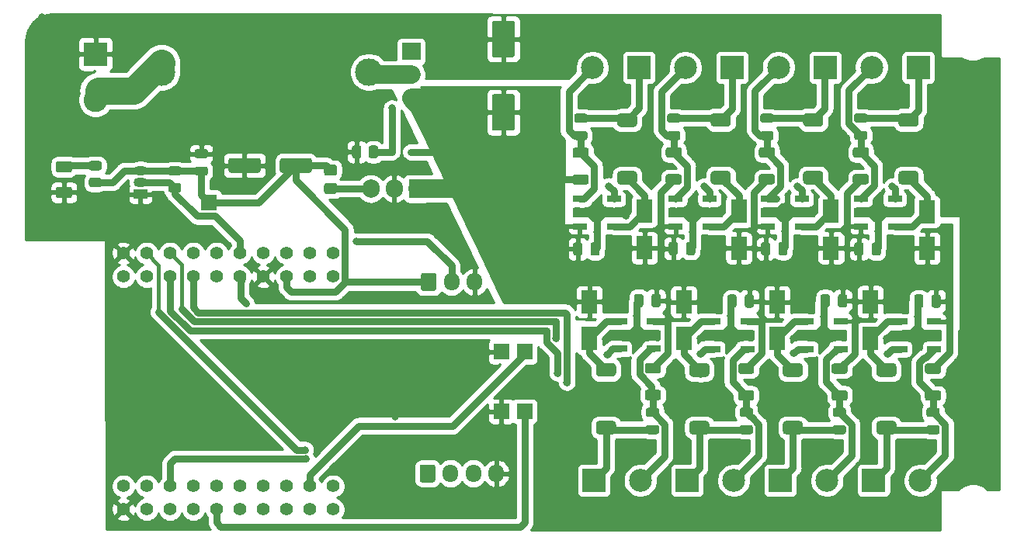
<source format=gtl>
G04 #@! TF.GenerationSoftware,KiCad,Pcbnew,5.1.12-84ad8e8a86~92~ubuntu20.04.1*
G04 #@! TF.CreationDate,2021-11-09T00:40:45+01:00*
G04 #@! TF.ProjectId,CC dimmer low voltage,43432064-696d-46d6-9572-206c6f772076,0.80*
G04 #@! TF.SameCoordinates,Original*
G04 #@! TF.FileFunction,Copper,L1,Top*
G04 #@! TF.FilePolarity,Positive*
%FSLAX46Y46*%
G04 Gerber Fmt 4.6, Leading zero omitted, Abs format (unit mm)*
G04 Created by KiCad (PCBNEW 5.1.12-84ad8e8a86~92~ubuntu20.04.1) date 2021-11-09 00:40:45*
%MOMM*%
%LPD*%
G01*
G04 APERTURE LIST*
G04 #@! TA.AperFunction,ComponentPad*
%ADD10C,1.400000*%
G04 #@! TD*
G04 #@! TA.AperFunction,ComponentPad*
%ADD11O,2.000000X1.905000*%
G04 #@! TD*
G04 #@! TA.AperFunction,ComponentPad*
%ADD12R,2.000000X1.905000*%
G04 #@! TD*
G04 #@! TA.AperFunction,ComponentPad*
%ADD13C,3.000000*%
G04 #@! TD*
G04 #@! TA.AperFunction,ComponentPad*
%ADD14R,1.700000X1.700000*%
G04 #@! TD*
G04 #@! TA.AperFunction,SMDPad,CuDef*
%ADD15R,1.800000X2.500000*%
G04 #@! TD*
G04 #@! TA.AperFunction,SMDPad,CuDef*
%ADD16R,0.600000X0.450000*%
G04 #@! TD*
G04 #@! TA.AperFunction,ComponentPad*
%ADD17O,1.700000X1.950000*%
G04 #@! TD*
G04 #@! TA.AperFunction,ComponentPad*
%ADD18O,1.500000X1.050000*%
G04 #@! TD*
G04 #@! TA.AperFunction,ComponentPad*
%ADD19R,1.500000X1.050000*%
G04 #@! TD*
G04 #@! TA.AperFunction,ComponentPad*
%ADD20R,1.905000X2.000000*%
G04 #@! TD*
G04 #@! TA.AperFunction,ComponentPad*
%ADD21O,1.905000X2.000000*%
G04 #@! TD*
G04 #@! TA.AperFunction,ComponentPad*
%ADD22R,2.600000X2.600000*%
G04 #@! TD*
G04 #@! TA.AperFunction,ComponentPad*
%ADD23C,2.600000*%
G04 #@! TD*
G04 #@! TA.AperFunction,ComponentPad*
%ADD24C,2.500000*%
G04 #@! TD*
G04 #@! TA.AperFunction,ComponentPad*
%ADD25R,2.500000X2.500000*%
G04 #@! TD*
G04 #@! TA.AperFunction,SMDPad,CuDef*
%ADD26C,0.150000*%
G04 #@! TD*
G04 #@! TA.AperFunction,SMDPad,CuDef*
%ADD27R,1.500000X0.700000*%
G04 #@! TD*
G04 #@! TA.AperFunction,ViaPad*
%ADD28C,0.800000*%
G04 #@! TD*
G04 #@! TA.AperFunction,Conductor*
%ADD29C,0.800000*%
G04 #@! TD*
G04 #@! TA.AperFunction,Conductor*
%ADD30C,2.000000*%
G04 #@! TD*
G04 #@! TA.AperFunction,Conductor*
%ADD31C,2.999999*%
G04 #@! TD*
G04 #@! TA.AperFunction,Conductor*
%ADD32C,0.400000*%
G04 #@! TD*
G04 #@! TA.AperFunction,Conductor*
%ADD33C,0.254000*%
G04 #@! TD*
G04 #@! TA.AperFunction,Conductor*
%ADD34C,0.150000*%
G04 #@! TD*
G04 APERTURE END LIST*
D10*
X128962000Y-95455000D03*
X128962000Y-97995000D03*
X126422000Y-95455000D03*
X126422000Y-97995000D03*
X123882000Y-95455000D03*
X123882000Y-97995000D03*
X121342000Y-95455000D03*
X121342000Y-97995000D03*
X118802000Y-95455000D03*
X118802000Y-97995000D03*
X116262000Y-95455000D03*
X116262000Y-97995000D03*
X113722000Y-95455000D03*
X113722000Y-97995000D03*
X111182000Y-95455000D03*
X111182000Y-97995000D03*
X108642000Y-95455000D03*
X108642000Y-97995000D03*
X106102000Y-95455000D03*
X106102000Y-97995000D03*
X128962000Y-120855000D03*
X128962000Y-123395000D03*
X126422000Y-120855000D03*
X126422000Y-123395000D03*
X123882000Y-120855000D03*
X123882000Y-123395000D03*
X121342000Y-120855000D03*
X121342000Y-123395000D03*
X118802000Y-120855000D03*
X118802000Y-123395000D03*
X116262000Y-120855000D03*
X116262000Y-123395000D03*
X113722000Y-120855000D03*
X113722000Y-123395000D03*
X111182000Y-120855000D03*
X111182000Y-123395000D03*
X108642000Y-120855000D03*
X108642000Y-123395000D03*
X106102000Y-123395000D03*
X106102000Y-120855000D03*
D11*
X137474200Y-78517000D03*
X137474200Y-75977000D03*
D12*
X137474200Y-73437000D03*
G04 #@! TA.AperFunction,SMDPad,CuDef*
G36*
G01*
X156132000Y-94510000D02*
X156132000Y-95460000D01*
G75*
G02*
X155882000Y-95710000I-250000J0D01*
G01*
X155382000Y-95710000D01*
G75*
G02*
X155132000Y-95460000I0J250000D01*
G01*
X155132000Y-94510000D01*
G75*
G02*
X155382000Y-94260000I250000J0D01*
G01*
X155882000Y-94260000D01*
G75*
G02*
X156132000Y-94510000I0J-250000D01*
G01*
G37*
G04 #@! TD.AperFunction*
G04 #@! TA.AperFunction,SMDPad,CuDef*
G36*
G01*
X158032000Y-94510000D02*
X158032000Y-95460000D01*
G75*
G02*
X157782000Y-95710000I-250000J0D01*
G01*
X157282000Y-95710000D01*
G75*
G02*
X157032000Y-95460000I0J250000D01*
G01*
X157032000Y-94510000D01*
G75*
G02*
X157282000Y-94260000I250000J0D01*
G01*
X157782000Y-94260000D01*
G75*
G02*
X158032000Y-94510000I0J-250000D01*
G01*
G37*
G04 #@! TD.AperFunction*
D13*
X132851400Y-75672200D03*
X110251400Y-75672200D03*
D14*
X149842000Y-112695000D03*
X149842000Y-106185000D03*
G04 #@! TA.AperFunction,SMDPad,CuDef*
G36*
G01*
X156457000Y-83115000D02*
X155507000Y-83115000D01*
G75*
G02*
X155257000Y-82865000I0J250000D01*
G01*
X155257000Y-82365000D01*
G75*
G02*
X155507000Y-82115000I250000J0D01*
G01*
X156457000Y-82115000D01*
G75*
G02*
X156707000Y-82365000I0J-250000D01*
G01*
X156707000Y-82865000D01*
G75*
G02*
X156457000Y-83115000I-250000J0D01*
G01*
G37*
G04 #@! TD.AperFunction*
G04 #@! TA.AperFunction,SMDPad,CuDef*
G36*
G01*
X156457000Y-81215000D02*
X155507000Y-81215000D01*
G75*
G02*
X155257000Y-80965000I0J250000D01*
G01*
X155257000Y-80465000D01*
G75*
G02*
X155507000Y-80215000I250000J0D01*
G01*
X156457000Y-80215000D01*
G75*
G02*
X156707000Y-80465000I0J-250000D01*
G01*
X156707000Y-80965000D01*
G75*
G02*
X156457000Y-81215000I-250000J0D01*
G01*
G37*
G04 #@! TD.AperFunction*
G04 #@! TA.AperFunction,SMDPad,CuDef*
G36*
G01*
X168462000Y-94460000D02*
X168462000Y-95410000D01*
G75*
G02*
X168212000Y-95660000I-250000J0D01*
G01*
X167712000Y-95660000D01*
G75*
G02*
X167462000Y-95410000I0J250000D01*
G01*
X167462000Y-94460000D01*
G75*
G02*
X167712000Y-94210000I250000J0D01*
G01*
X168212000Y-94210000D01*
G75*
G02*
X168462000Y-94460000I0J-250000D01*
G01*
G37*
G04 #@! TD.AperFunction*
G04 #@! TA.AperFunction,SMDPad,CuDef*
G36*
G01*
X166562000Y-94460000D02*
X166562000Y-95410000D01*
G75*
G02*
X166312000Y-95660000I-250000J0D01*
G01*
X165812000Y-95660000D01*
G75*
G02*
X165562000Y-95410000I0J250000D01*
G01*
X165562000Y-94460000D01*
G75*
G02*
X165812000Y-94210000I250000J0D01*
G01*
X166312000Y-94210000D01*
G75*
G02*
X166562000Y-94460000I0J-250000D01*
G01*
G37*
G04 #@! TD.AperFunction*
G04 #@! TA.AperFunction,SMDPad,CuDef*
G36*
G01*
X166597000Y-83105000D02*
X165647000Y-83105000D01*
G75*
G02*
X165397000Y-82855000I0J250000D01*
G01*
X165397000Y-82355000D01*
G75*
G02*
X165647000Y-82105000I250000J0D01*
G01*
X166597000Y-82105000D01*
G75*
G02*
X166847000Y-82355000I0J-250000D01*
G01*
X166847000Y-82855000D01*
G75*
G02*
X166597000Y-83105000I-250000J0D01*
G01*
G37*
G04 #@! TD.AperFunction*
G04 #@! TA.AperFunction,SMDPad,CuDef*
G36*
G01*
X166597000Y-81205000D02*
X165647000Y-81205000D01*
G75*
G02*
X165397000Y-80955000I0J250000D01*
G01*
X165397000Y-80455000D01*
G75*
G02*
X165647000Y-80205000I250000J0D01*
G01*
X166597000Y-80205000D01*
G75*
G02*
X166847000Y-80455000I0J-250000D01*
G01*
X166847000Y-80955000D01*
G75*
G02*
X166597000Y-81205000I-250000J0D01*
G01*
G37*
G04 #@! TD.AperFunction*
G04 #@! TA.AperFunction,SMDPad,CuDef*
G36*
G01*
X178532000Y-94480000D02*
X178532000Y-95430000D01*
G75*
G02*
X178282000Y-95680000I-250000J0D01*
G01*
X177782000Y-95680000D01*
G75*
G02*
X177532000Y-95430000I0J250000D01*
G01*
X177532000Y-94480000D01*
G75*
G02*
X177782000Y-94230000I250000J0D01*
G01*
X178282000Y-94230000D01*
G75*
G02*
X178532000Y-94480000I0J-250000D01*
G01*
G37*
G04 #@! TD.AperFunction*
G04 #@! TA.AperFunction,SMDPad,CuDef*
G36*
G01*
X176632000Y-94480000D02*
X176632000Y-95430000D01*
G75*
G02*
X176382000Y-95680000I-250000J0D01*
G01*
X175882000Y-95680000D01*
G75*
G02*
X175632000Y-95430000I0J250000D01*
G01*
X175632000Y-94480000D01*
G75*
G02*
X175882000Y-94230000I250000J0D01*
G01*
X176382000Y-94230000D01*
G75*
G02*
X176632000Y-94480000I0J-250000D01*
G01*
G37*
G04 #@! TD.AperFunction*
G04 #@! TA.AperFunction,SMDPad,CuDef*
G36*
G01*
X176757000Y-81205000D02*
X175807000Y-81205000D01*
G75*
G02*
X175557000Y-80955000I0J250000D01*
G01*
X175557000Y-80455000D01*
G75*
G02*
X175807000Y-80205000I250000J0D01*
G01*
X176757000Y-80205000D01*
G75*
G02*
X177007000Y-80455000I0J-250000D01*
G01*
X177007000Y-80955000D01*
G75*
G02*
X176757000Y-81205000I-250000J0D01*
G01*
G37*
G04 #@! TD.AperFunction*
G04 #@! TA.AperFunction,SMDPad,CuDef*
G36*
G01*
X176757000Y-83105000D02*
X175807000Y-83105000D01*
G75*
G02*
X175557000Y-82855000I0J250000D01*
G01*
X175557000Y-82355000D01*
G75*
G02*
X175807000Y-82105000I250000J0D01*
G01*
X176757000Y-82105000D01*
G75*
G02*
X177007000Y-82355000I0J-250000D01*
G01*
X177007000Y-82855000D01*
G75*
G02*
X176757000Y-83105000I-250000J0D01*
G01*
G37*
G04 #@! TD.AperFunction*
G04 #@! TA.AperFunction,SMDPad,CuDef*
G36*
G01*
X186812000Y-94510000D02*
X186812000Y-95460000D01*
G75*
G02*
X186562000Y-95710000I-250000J0D01*
G01*
X186062000Y-95710000D01*
G75*
G02*
X185812000Y-95460000I0J250000D01*
G01*
X185812000Y-94510000D01*
G75*
G02*
X186062000Y-94260000I250000J0D01*
G01*
X186562000Y-94260000D01*
G75*
G02*
X186812000Y-94510000I0J-250000D01*
G01*
G37*
G04 #@! TD.AperFunction*
G04 #@! TA.AperFunction,SMDPad,CuDef*
G36*
G01*
X188712000Y-94510000D02*
X188712000Y-95460000D01*
G75*
G02*
X188462000Y-95710000I-250000J0D01*
G01*
X187962000Y-95710000D01*
G75*
G02*
X187712000Y-95460000I0J250000D01*
G01*
X187712000Y-94510000D01*
G75*
G02*
X187962000Y-94260000I250000J0D01*
G01*
X188462000Y-94260000D01*
G75*
G02*
X188712000Y-94510000I0J-250000D01*
G01*
G37*
G04 #@! TD.AperFunction*
G04 #@! TA.AperFunction,SMDPad,CuDef*
G36*
G01*
X186987000Y-83095000D02*
X186037000Y-83095000D01*
G75*
G02*
X185787000Y-82845000I0J250000D01*
G01*
X185787000Y-82345000D01*
G75*
G02*
X186037000Y-82095000I250000J0D01*
G01*
X186987000Y-82095000D01*
G75*
G02*
X187237000Y-82345000I0J-250000D01*
G01*
X187237000Y-82845000D01*
G75*
G02*
X186987000Y-83095000I-250000J0D01*
G01*
G37*
G04 #@! TD.AperFunction*
G04 #@! TA.AperFunction,SMDPad,CuDef*
G36*
G01*
X186987000Y-81195000D02*
X186037000Y-81195000D01*
G75*
G02*
X185787000Y-80945000I0J250000D01*
G01*
X185787000Y-80445000D01*
G75*
G02*
X186037000Y-80195000I250000J0D01*
G01*
X186987000Y-80195000D01*
G75*
G02*
X187237000Y-80445000I0J-250000D01*
G01*
X187237000Y-80945000D01*
G75*
G02*
X186987000Y-81195000I-250000J0D01*
G01*
G37*
G04 #@! TD.AperFunction*
G04 #@! TA.AperFunction,SMDPad,CuDef*
G36*
G01*
X148532000Y-82075000D02*
X146532000Y-82075000D01*
G75*
G02*
X146282000Y-81825000I0J250000D01*
G01*
X146282000Y-78325000D01*
G75*
G02*
X146532000Y-78075000I250000J0D01*
G01*
X148532000Y-78075000D01*
G75*
G02*
X148782000Y-78325000I0J-250000D01*
G01*
X148782000Y-81825000D01*
G75*
G02*
X148532000Y-82075000I-250000J0D01*
G01*
G37*
G04 #@! TD.AperFunction*
G04 #@! TA.AperFunction,SMDPad,CuDef*
G36*
G01*
X148532000Y-74075000D02*
X146532000Y-74075000D01*
G75*
G02*
X146282000Y-73825000I0J250000D01*
G01*
X146282000Y-70325000D01*
G75*
G02*
X146532000Y-70075000I250000J0D01*
G01*
X148532000Y-70075000D01*
G75*
G02*
X148782000Y-70325000I0J-250000D01*
G01*
X148782000Y-73825000D01*
G75*
G02*
X148532000Y-74075000I-250000J0D01*
G01*
G37*
G04 #@! TD.AperFunction*
G04 #@! TA.AperFunction,SMDPad,CuDef*
G36*
G01*
X126657200Y-85311800D02*
X126657200Y-86411800D01*
G75*
G02*
X126407200Y-86661800I-250000J0D01*
G01*
X123407200Y-86661800D01*
G75*
G02*
X123157200Y-86411800I0J250000D01*
G01*
X123157200Y-85311800D01*
G75*
G02*
X123407200Y-85061800I250000J0D01*
G01*
X126407200Y-85061800D01*
G75*
G02*
X126657200Y-85311800I0J-250000D01*
G01*
G37*
G04 #@! TD.AperFunction*
G04 #@! TA.AperFunction,SMDPad,CuDef*
G36*
G01*
X121057200Y-85311800D02*
X121057200Y-86411800D01*
G75*
G02*
X120807200Y-86661800I-250000J0D01*
G01*
X117807200Y-86661800D01*
G75*
G02*
X117557200Y-86411800I0J250000D01*
G01*
X117557200Y-85311800D01*
G75*
G02*
X117807200Y-85061800I250000J0D01*
G01*
X120807200Y-85061800D01*
G75*
G02*
X121057200Y-85311800I0J-250000D01*
G01*
G37*
G04 #@! TD.AperFunction*
G04 #@! TA.AperFunction,SMDPad,CuDef*
G36*
G01*
X115063800Y-86981600D02*
X114113800Y-86981600D01*
G75*
G02*
X113863800Y-86731600I0J250000D01*
G01*
X113863800Y-86231600D01*
G75*
G02*
X114113800Y-85981600I250000J0D01*
G01*
X115063800Y-85981600D01*
G75*
G02*
X115313800Y-86231600I0J-250000D01*
G01*
X115313800Y-86731600D01*
G75*
G02*
X115063800Y-86981600I-250000J0D01*
G01*
G37*
G04 #@! TD.AperFunction*
G04 #@! TA.AperFunction,SMDPad,CuDef*
G36*
G01*
X115063800Y-85081600D02*
X114113800Y-85081600D01*
G75*
G02*
X113863800Y-84831600I0J250000D01*
G01*
X113863800Y-84331600D01*
G75*
G02*
X114113800Y-84081600I250000J0D01*
G01*
X115063800Y-84081600D01*
G75*
G02*
X115313800Y-84331600I0J-250000D01*
G01*
X115313800Y-84831600D01*
G75*
G02*
X115063800Y-85081600I-250000J0D01*
G01*
G37*
G04 #@! TD.AperFunction*
D15*
X162932000Y-94865000D03*
X162932000Y-90865000D03*
X173202000Y-94885000D03*
X173202000Y-90885000D03*
X183272000Y-94875000D03*
X183272000Y-90875000D03*
X193742000Y-90905000D03*
X193742000Y-94905000D03*
D16*
X137457400Y-84388600D03*
X135357400Y-84388600D03*
G04 #@! TA.AperFunction,SMDPad,CuDef*
G36*
G01*
X100227800Y-89436200D02*
X98977800Y-89436200D01*
G75*
G02*
X98727800Y-89186200I0J250000D01*
G01*
X98727800Y-88436200D01*
G75*
G02*
X98977800Y-88186200I250000J0D01*
G01*
X100227800Y-88186200D01*
G75*
G02*
X100477800Y-88436200I0J-250000D01*
G01*
X100477800Y-89186200D01*
G75*
G02*
X100227800Y-89436200I-250000J0D01*
G01*
G37*
G04 #@! TD.AperFunction*
G04 #@! TA.AperFunction,SMDPad,CuDef*
G36*
G01*
X100227800Y-86636200D02*
X98977800Y-86636200D01*
G75*
G02*
X98727800Y-86386200I0J250000D01*
G01*
X98727800Y-85636200D01*
G75*
G02*
X98977800Y-85386200I250000J0D01*
G01*
X100227800Y-85386200D01*
G75*
G02*
X100477800Y-85636200I0J-250000D01*
G01*
X100477800Y-86386200D01*
G75*
G02*
X100227800Y-86636200I-250000J0D01*
G01*
G37*
G04 #@! TD.AperFunction*
G04 #@! TA.AperFunction,SMDPad,CuDef*
G36*
G01*
X128235799Y-85776400D02*
X129135801Y-85776400D01*
G75*
G02*
X129385800Y-86026399I0J-249999D01*
G01*
X129385800Y-86726401D01*
G75*
G02*
X129135801Y-86976400I-249999J0D01*
G01*
X128235799Y-86976400D01*
G75*
G02*
X127985800Y-86726401I0J249999D01*
G01*
X127985800Y-86026399D01*
G75*
G02*
X128235799Y-85776400I249999J0D01*
G01*
G37*
G04 #@! TD.AperFunction*
G04 #@! TA.AperFunction,SMDPad,CuDef*
G36*
G01*
X128235799Y-87776400D02*
X129135801Y-87776400D01*
G75*
G02*
X129385800Y-88026399I0J-249999D01*
G01*
X129385800Y-88726401D01*
G75*
G02*
X129135801Y-88976400I-249999J0D01*
G01*
X128235799Y-88976400D01*
G75*
G02*
X127985800Y-88726401I0J249999D01*
G01*
X127985800Y-88026399D01*
G75*
G02*
X128235799Y-87776400I249999J0D01*
G01*
G37*
G04 #@! TD.AperFunction*
G04 #@! TA.AperFunction,ComponentPad*
G36*
G01*
X138532000Y-99300000D02*
X138532000Y-97850000D01*
G75*
G02*
X138782000Y-97600000I250000J0D01*
G01*
X139982000Y-97600000D01*
G75*
G02*
X140232000Y-97850000I0J-250000D01*
G01*
X140232000Y-99300000D01*
G75*
G02*
X139982000Y-99550000I-250000J0D01*
G01*
X138782000Y-99550000D01*
G75*
G02*
X138532000Y-99300000I0J250000D01*
G01*
G37*
G04 #@! TD.AperFunction*
D17*
X141882000Y-98575000D03*
X144382000Y-98575000D03*
G04 #@! TA.AperFunction,ComponentPad*
G36*
G01*
X138412000Y-120190000D02*
X138412000Y-118740000D01*
G75*
G02*
X138662000Y-118490000I250000J0D01*
G01*
X139862000Y-118490000D01*
G75*
G02*
X140112000Y-118740000I0J-250000D01*
G01*
X140112000Y-120190000D01*
G75*
G02*
X139862000Y-120440000I-250000J0D01*
G01*
X138662000Y-120440000D01*
G75*
G02*
X138412000Y-120190000I0J250000D01*
G01*
G37*
G04 #@! TD.AperFunction*
X141762000Y-119465000D03*
X144262000Y-119465000D03*
X146762000Y-119465000D03*
D14*
X147302000Y-106185000D03*
X147302000Y-112695000D03*
X115402000Y-89895000D03*
G04 #@! TA.AperFunction,SMDPad,CuDef*
G36*
G01*
X155336997Y-83910000D02*
X156587003Y-83910000D01*
G75*
G02*
X156837000Y-84159997I0J-249997D01*
G01*
X156837000Y-84785003D01*
G75*
G02*
X156587003Y-85035000I-249997J0D01*
G01*
X155336997Y-85035000D01*
G75*
G02*
X155087000Y-84785003I0J249997D01*
G01*
X155087000Y-84159997D01*
G75*
G02*
X155336997Y-83910000I249997J0D01*
G01*
G37*
G04 #@! TD.AperFunction*
G04 #@! TA.AperFunction,SMDPad,CuDef*
G36*
G01*
X155336997Y-86835000D02*
X156587003Y-86835000D01*
G75*
G02*
X156837000Y-87084997I0J-249997D01*
G01*
X156837000Y-87710003D01*
G75*
G02*
X156587003Y-87960000I-249997J0D01*
G01*
X155336997Y-87960000D01*
G75*
G02*
X155087000Y-87710003I0J249997D01*
G01*
X155087000Y-87084997D01*
G75*
G02*
X155336997Y-86835000I249997J0D01*
G01*
G37*
G04 #@! TD.AperFunction*
G04 #@! TA.AperFunction,SMDPad,CuDef*
G36*
G01*
X165486997Y-86815000D02*
X166737003Y-86815000D01*
G75*
G02*
X166987000Y-87064997I0J-249997D01*
G01*
X166987000Y-87690003D01*
G75*
G02*
X166737003Y-87940000I-249997J0D01*
G01*
X165486997Y-87940000D01*
G75*
G02*
X165237000Y-87690003I0J249997D01*
G01*
X165237000Y-87064997D01*
G75*
G02*
X165486997Y-86815000I249997J0D01*
G01*
G37*
G04 #@! TD.AperFunction*
G04 #@! TA.AperFunction,SMDPad,CuDef*
G36*
G01*
X165486997Y-83890000D02*
X166737003Y-83890000D01*
G75*
G02*
X166987000Y-84139997I0J-249997D01*
G01*
X166987000Y-84765003D01*
G75*
G02*
X166737003Y-85015000I-249997J0D01*
G01*
X165486997Y-85015000D01*
G75*
G02*
X165237000Y-84765003I0J249997D01*
G01*
X165237000Y-84139997D01*
G75*
G02*
X165486997Y-83890000I249997J0D01*
G01*
G37*
G04 #@! TD.AperFunction*
G04 #@! TA.AperFunction,SMDPad,CuDef*
G36*
G01*
X175646997Y-86805000D02*
X176897003Y-86805000D01*
G75*
G02*
X177147000Y-87054997I0J-249997D01*
G01*
X177147000Y-87680003D01*
G75*
G02*
X176897003Y-87930000I-249997J0D01*
G01*
X175646997Y-87930000D01*
G75*
G02*
X175397000Y-87680003I0J249997D01*
G01*
X175397000Y-87054997D01*
G75*
G02*
X175646997Y-86805000I249997J0D01*
G01*
G37*
G04 #@! TD.AperFunction*
G04 #@! TA.AperFunction,SMDPad,CuDef*
G36*
G01*
X175646997Y-83880000D02*
X176897003Y-83880000D01*
G75*
G02*
X177147000Y-84129997I0J-249997D01*
G01*
X177147000Y-84755003D01*
G75*
G02*
X176897003Y-85005000I-249997J0D01*
G01*
X175646997Y-85005000D01*
G75*
G02*
X175397000Y-84755003I0J249997D01*
G01*
X175397000Y-84129997D01*
G75*
G02*
X175646997Y-83880000I249997J0D01*
G01*
G37*
G04 #@! TD.AperFunction*
G04 #@! TA.AperFunction,SMDPad,CuDef*
G36*
G01*
X185886997Y-83880000D02*
X187137003Y-83880000D01*
G75*
G02*
X187387000Y-84129997I0J-249997D01*
G01*
X187387000Y-84755003D01*
G75*
G02*
X187137003Y-85005000I-249997J0D01*
G01*
X185886997Y-85005000D01*
G75*
G02*
X185637000Y-84755003I0J249997D01*
G01*
X185637000Y-84129997D01*
G75*
G02*
X185886997Y-83880000I249997J0D01*
G01*
G37*
G04 #@! TD.AperFunction*
G04 #@! TA.AperFunction,SMDPad,CuDef*
G36*
G01*
X185886997Y-86805000D02*
X187137003Y-86805000D01*
G75*
G02*
X187387000Y-87054997I0J-249997D01*
G01*
X187387000Y-87680003D01*
G75*
G02*
X187137003Y-87930000I-249997J0D01*
G01*
X185886997Y-87930000D01*
G75*
G02*
X185637000Y-87680003I0J249997D01*
G01*
X185637000Y-87054997D01*
G75*
G02*
X185886997Y-86805000I249997J0D01*
G01*
G37*
G04 #@! TD.AperFunction*
G04 #@! TA.AperFunction,SMDPad,CuDef*
G36*
G01*
X111243198Y-85960800D02*
X112143202Y-85960800D01*
G75*
G02*
X112393200Y-86210798I0J-249998D01*
G01*
X112393200Y-86735802D01*
G75*
G02*
X112143202Y-86985800I-249998J0D01*
G01*
X111243198Y-86985800D01*
G75*
G02*
X110993200Y-86735802I0J249998D01*
G01*
X110993200Y-86210798D01*
G75*
G02*
X111243198Y-85960800I249998J0D01*
G01*
G37*
G04 #@! TD.AperFunction*
G04 #@! TA.AperFunction,SMDPad,CuDef*
G36*
G01*
X111243198Y-87785800D02*
X112143202Y-87785800D01*
G75*
G02*
X112393200Y-88035798I0J-249998D01*
G01*
X112393200Y-88560802D01*
G75*
G02*
X112143202Y-88810800I-249998J0D01*
G01*
X111243198Y-88810800D01*
G75*
G02*
X110993200Y-88560802I0J249998D01*
G01*
X110993200Y-88035798D01*
G75*
G02*
X111243198Y-87785800I249998J0D01*
G01*
G37*
G04 #@! TD.AperFunction*
G04 #@! TA.AperFunction,SMDPad,CuDef*
G36*
G01*
X132045000Y-83938598D02*
X132045000Y-84838602D01*
G75*
G02*
X131795002Y-85088600I-249998J0D01*
G01*
X131269998Y-85088600D01*
G75*
G02*
X131020000Y-84838602I0J249998D01*
G01*
X131020000Y-83938598D01*
G75*
G02*
X131269998Y-83688600I249998J0D01*
G01*
X131795002Y-83688600D01*
G75*
G02*
X132045000Y-83938598I0J-249998D01*
G01*
G37*
G04 #@! TD.AperFunction*
G04 #@! TA.AperFunction,SMDPad,CuDef*
G36*
G01*
X133870000Y-83938598D02*
X133870000Y-84838602D01*
G75*
G02*
X133620002Y-85088600I-249998J0D01*
G01*
X133094998Y-85088600D01*
G75*
G02*
X132845000Y-84838602I0J249998D01*
G01*
X132845000Y-83938598D01*
G75*
G02*
X133094998Y-83688600I249998J0D01*
G01*
X133620002Y-83688600D01*
G75*
G02*
X133870000Y-83938598I0J-249998D01*
G01*
G37*
G04 #@! TD.AperFunction*
G04 #@! TA.AperFunction,SMDPad,CuDef*
G36*
G01*
X103481802Y-88226600D02*
X102581798Y-88226600D01*
G75*
G02*
X102331800Y-87976602I0J249998D01*
G01*
X102331800Y-87451598D01*
G75*
G02*
X102581798Y-87201600I249998J0D01*
G01*
X103481802Y-87201600D01*
G75*
G02*
X103731800Y-87451598I0J-249998D01*
G01*
X103731800Y-87976602D01*
G75*
G02*
X103481802Y-88226600I-249998J0D01*
G01*
G37*
G04 #@! TD.AperFunction*
G04 #@! TA.AperFunction,SMDPad,CuDef*
G36*
G01*
X103481802Y-86401600D02*
X102581798Y-86401600D01*
G75*
G02*
X102331800Y-86151602I0J249998D01*
G01*
X102331800Y-85626598D01*
G75*
G02*
X102581798Y-85376600I249998J0D01*
G01*
X103481802Y-85376600D01*
G75*
G02*
X103731800Y-85626598I0J-249998D01*
G01*
X103731800Y-86151602D01*
G75*
G02*
X103481802Y-86401600I-249998J0D01*
G01*
G37*
G04 #@! TD.AperFunction*
D18*
X107959400Y-87716000D03*
X107959400Y-86446000D03*
D19*
X107959400Y-88986000D03*
D20*
X138160000Y-88401800D03*
D21*
X135620000Y-88401800D03*
X133080000Y-88401800D03*
D22*
X103052000Y-73715000D03*
D23*
X103052000Y-78715000D03*
D24*
X157242000Y-75187000D03*
D25*
X162322000Y-75187000D03*
X172472000Y-75185000D03*
D24*
X167392000Y-75185000D03*
X177542000Y-75175000D03*
D25*
X182622000Y-75175000D03*
X192772000Y-75165000D03*
D24*
X187692000Y-75165000D03*
G04 #@! TA.AperFunction,SMDPad,CuDef*
D26*
G36*
X156832000Y-91515000D02*
G01*
X155132000Y-91515000D01*
X155132000Y-90515000D01*
X156832000Y-90515000D01*
X157332000Y-90015000D01*
X158132000Y-90015000D01*
X158632000Y-90515000D01*
X160332000Y-90515000D01*
X160332000Y-91515000D01*
X158632000Y-91515000D01*
X158132000Y-92015000D01*
X157332000Y-92015000D01*
X156832000Y-91515000D01*
G37*
G04 #@! TD.AperFunction*
D27*
X159582000Y-89515000D03*
X159582000Y-92515000D03*
X155882000Y-89515000D03*
X155882000Y-92515000D03*
G04 #@! TA.AperFunction,SMDPad,CuDef*
D26*
G36*
X167262000Y-91515000D02*
G01*
X165562000Y-91515000D01*
X165562000Y-90515000D01*
X167262000Y-90515000D01*
X167762000Y-90015000D01*
X168562000Y-90015000D01*
X169062000Y-90515000D01*
X170762000Y-90515000D01*
X170762000Y-91515000D01*
X169062000Y-91515000D01*
X168562000Y-92015000D01*
X167762000Y-92015000D01*
X167262000Y-91515000D01*
G37*
G04 #@! TD.AperFunction*
D27*
X170012000Y-89515000D03*
X170012000Y-92515000D03*
X166312000Y-89515000D03*
X166312000Y-92515000D03*
G04 #@! TA.AperFunction,SMDPad,CuDef*
D26*
G36*
X177322000Y-91505000D02*
G01*
X175622000Y-91505000D01*
X175622000Y-90505000D01*
X177322000Y-90505000D01*
X177822000Y-90005000D01*
X178622000Y-90005000D01*
X179122000Y-90505000D01*
X180822000Y-90505000D01*
X180822000Y-91505000D01*
X179122000Y-91505000D01*
X178622000Y-92005000D01*
X177822000Y-92005000D01*
X177322000Y-91505000D01*
G37*
G04 #@! TD.AperFunction*
D27*
X180072000Y-89505000D03*
X180072000Y-92505000D03*
X176372000Y-89505000D03*
X176372000Y-92505000D03*
G04 #@! TA.AperFunction,SMDPad,CuDef*
D26*
G36*
X187472000Y-91505000D02*
G01*
X185772000Y-91505000D01*
X185772000Y-90505000D01*
X187472000Y-90505000D01*
X187972000Y-90005000D01*
X188772000Y-90005000D01*
X189272000Y-90505000D01*
X190972000Y-90505000D01*
X190972000Y-91505000D01*
X189272000Y-91505000D01*
X188772000Y-92005000D01*
X187972000Y-92005000D01*
X187472000Y-91505000D01*
G37*
G04 #@! TD.AperFunction*
D27*
X190222000Y-89505000D03*
X190222000Y-92505000D03*
X186522000Y-89505000D03*
X186522000Y-92505000D03*
G04 #@! TA.AperFunction,SMDPad,CuDef*
G36*
G01*
X161757000Y-87965000D02*
X160307000Y-87965000D01*
G75*
G02*
X159932000Y-87590000I0J375000D01*
G01*
X159932000Y-86840000D01*
G75*
G02*
X160307000Y-86465000I375000J0D01*
G01*
X161757000Y-86465000D01*
G75*
G02*
X162132000Y-86840000I0J-375000D01*
G01*
X162132000Y-87590000D01*
G75*
G02*
X161757000Y-87965000I-375000J0D01*
G01*
G37*
G04 #@! TD.AperFunction*
G04 #@! TA.AperFunction,SMDPad,CuDef*
G36*
G01*
X161757000Y-81665000D02*
X160307000Y-81665000D01*
G75*
G02*
X159932000Y-81290000I0J375000D01*
G01*
X159932000Y-80540000D01*
G75*
G02*
X160307000Y-80165000I375000J0D01*
G01*
X161757000Y-80165000D01*
G75*
G02*
X162132000Y-80540000I0J-375000D01*
G01*
X162132000Y-81290000D01*
G75*
G02*
X161757000Y-81665000I-375000J0D01*
G01*
G37*
G04 #@! TD.AperFunction*
G04 #@! TA.AperFunction,SMDPad,CuDef*
G36*
G01*
X171957000Y-87945000D02*
X170507000Y-87945000D01*
G75*
G02*
X170132000Y-87570000I0J375000D01*
G01*
X170132000Y-86820000D01*
G75*
G02*
X170507000Y-86445000I375000J0D01*
G01*
X171957000Y-86445000D01*
G75*
G02*
X172332000Y-86820000I0J-375000D01*
G01*
X172332000Y-87570000D01*
G75*
G02*
X171957000Y-87945000I-375000J0D01*
G01*
G37*
G04 #@! TD.AperFunction*
G04 #@! TA.AperFunction,SMDPad,CuDef*
G36*
G01*
X171957000Y-81645000D02*
X170507000Y-81645000D01*
G75*
G02*
X170132000Y-81270000I0J375000D01*
G01*
X170132000Y-80520000D01*
G75*
G02*
X170507000Y-80145000I375000J0D01*
G01*
X171957000Y-80145000D01*
G75*
G02*
X172332000Y-80520000I0J-375000D01*
G01*
X172332000Y-81270000D01*
G75*
G02*
X171957000Y-81645000I-375000J0D01*
G01*
G37*
G04 #@! TD.AperFunction*
G04 #@! TA.AperFunction,SMDPad,CuDef*
G36*
G01*
X182047000Y-81645000D02*
X180597000Y-81645000D01*
G75*
G02*
X180222000Y-81270000I0J375000D01*
G01*
X180222000Y-80520000D01*
G75*
G02*
X180597000Y-80145000I375000J0D01*
G01*
X182047000Y-80145000D01*
G75*
G02*
X182422000Y-80520000I0J-375000D01*
G01*
X182422000Y-81270000D01*
G75*
G02*
X182047000Y-81645000I-375000J0D01*
G01*
G37*
G04 #@! TD.AperFunction*
G04 #@! TA.AperFunction,SMDPad,CuDef*
G36*
G01*
X182047000Y-87945000D02*
X180597000Y-87945000D01*
G75*
G02*
X180222000Y-87570000I0J375000D01*
G01*
X180222000Y-86820000D01*
G75*
G02*
X180597000Y-86445000I375000J0D01*
G01*
X182047000Y-86445000D01*
G75*
G02*
X182422000Y-86820000I0J-375000D01*
G01*
X182422000Y-87570000D01*
G75*
G02*
X182047000Y-87945000I-375000J0D01*
G01*
G37*
G04 #@! TD.AperFunction*
G04 #@! TA.AperFunction,SMDPad,CuDef*
G36*
G01*
X192437000Y-87955000D02*
X190987000Y-87955000D01*
G75*
G02*
X190612000Y-87580000I0J375000D01*
G01*
X190612000Y-86830000D01*
G75*
G02*
X190987000Y-86455000I375000J0D01*
G01*
X192437000Y-86455000D01*
G75*
G02*
X192812000Y-86830000I0J-375000D01*
G01*
X192812000Y-87580000D01*
G75*
G02*
X192437000Y-87955000I-375000J0D01*
G01*
G37*
G04 #@! TD.AperFunction*
G04 #@! TA.AperFunction,SMDPad,CuDef*
G36*
G01*
X192437000Y-81655000D02*
X190987000Y-81655000D01*
G75*
G02*
X190612000Y-81280000I0J375000D01*
G01*
X190612000Y-80530000D01*
G75*
G02*
X190987000Y-80155000I375000J0D01*
G01*
X192437000Y-80155000D01*
G75*
G02*
X192812000Y-80530000I0J-375000D01*
G01*
X192812000Y-81280000D01*
G75*
G02*
X192437000Y-81655000I-375000J0D01*
G01*
G37*
G04 #@! TD.AperFunction*
G04 #@! TA.AperFunction,SMDPad,CuDef*
G36*
G01*
X192342000Y-101140000D02*
X192342000Y-100190000D01*
G75*
G02*
X192592000Y-99940000I250000J0D01*
G01*
X193092000Y-99940000D01*
G75*
G02*
X193342000Y-100190000I0J-250000D01*
G01*
X193342000Y-101140000D01*
G75*
G02*
X193092000Y-101390000I-250000J0D01*
G01*
X192592000Y-101390000D01*
G75*
G02*
X192342000Y-101140000I0J250000D01*
G01*
G37*
G04 #@! TD.AperFunction*
G04 #@! TA.AperFunction,SMDPad,CuDef*
G36*
G01*
X194242000Y-101140000D02*
X194242000Y-100190000D01*
G75*
G02*
X194492000Y-99940000I250000J0D01*
G01*
X194992000Y-99940000D01*
G75*
G02*
X195242000Y-100190000I0J-250000D01*
G01*
X195242000Y-101140000D01*
G75*
G02*
X194992000Y-101390000I-250000J0D01*
G01*
X194492000Y-101390000D01*
G75*
G02*
X194242000Y-101140000I0J250000D01*
G01*
G37*
G04 #@! TD.AperFunction*
G04 #@! TA.AperFunction,SMDPad,CuDef*
G36*
G01*
X193917000Y-114205000D02*
X194867000Y-114205000D01*
G75*
G02*
X195117000Y-114455000I0J-250000D01*
G01*
X195117000Y-114955000D01*
G75*
G02*
X194867000Y-115205000I-250000J0D01*
G01*
X193917000Y-115205000D01*
G75*
G02*
X193667000Y-114955000I0J250000D01*
G01*
X193667000Y-114455000D01*
G75*
G02*
X193917000Y-114205000I250000J0D01*
G01*
G37*
G04 #@! TD.AperFunction*
G04 #@! TA.AperFunction,SMDPad,CuDef*
G36*
G01*
X193917000Y-112305000D02*
X194867000Y-112305000D01*
G75*
G02*
X195117000Y-112555000I0J-250000D01*
G01*
X195117000Y-113055000D01*
G75*
G02*
X194867000Y-113305000I-250000J0D01*
G01*
X193917000Y-113305000D01*
G75*
G02*
X193667000Y-113055000I0J250000D01*
G01*
X193667000Y-112555000D01*
G75*
G02*
X193917000Y-112305000I250000J0D01*
G01*
G37*
G04 #@! TD.AperFunction*
G04 #@! TA.AperFunction,SMDPad,CuDef*
G36*
G01*
X182122000Y-101100000D02*
X182122000Y-100150000D01*
G75*
G02*
X182372000Y-99900000I250000J0D01*
G01*
X182872000Y-99900000D01*
G75*
G02*
X183122000Y-100150000I0J-250000D01*
G01*
X183122000Y-101100000D01*
G75*
G02*
X182872000Y-101350000I-250000J0D01*
G01*
X182372000Y-101350000D01*
G75*
G02*
X182122000Y-101100000I0J250000D01*
G01*
G37*
G04 #@! TD.AperFunction*
G04 #@! TA.AperFunction,SMDPad,CuDef*
G36*
G01*
X184022000Y-101100000D02*
X184022000Y-100150000D01*
G75*
G02*
X184272000Y-99900000I250000J0D01*
G01*
X184772000Y-99900000D01*
G75*
G02*
X185022000Y-100150000I0J-250000D01*
G01*
X185022000Y-101100000D01*
G75*
G02*
X184772000Y-101350000I-250000J0D01*
G01*
X184272000Y-101350000D01*
G75*
G02*
X184022000Y-101100000I0J250000D01*
G01*
G37*
G04 #@! TD.AperFunction*
G04 #@! TA.AperFunction,SMDPad,CuDef*
G36*
G01*
X183707000Y-114205000D02*
X184657000Y-114205000D01*
G75*
G02*
X184907000Y-114455000I0J-250000D01*
G01*
X184907000Y-114955000D01*
G75*
G02*
X184657000Y-115205000I-250000J0D01*
G01*
X183707000Y-115205000D01*
G75*
G02*
X183457000Y-114955000I0J250000D01*
G01*
X183457000Y-114455000D01*
G75*
G02*
X183707000Y-114205000I250000J0D01*
G01*
G37*
G04 #@! TD.AperFunction*
G04 #@! TA.AperFunction,SMDPad,CuDef*
G36*
G01*
X183707000Y-112305000D02*
X184657000Y-112305000D01*
G75*
G02*
X184907000Y-112555000I0J-250000D01*
G01*
X184907000Y-113055000D01*
G75*
G02*
X184657000Y-113305000I-250000J0D01*
G01*
X183707000Y-113305000D01*
G75*
G02*
X183457000Y-113055000I0J250000D01*
G01*
X183457000Y-112555000D01*
G75*
G02*
X183707000Y-112305000I250000J0D01*
G01*
G37*
G04 #@! TD.AperFunction*
G04 #@! TA.AperFunction,SMDPad,CuDef*
G36*
G01*
X171972000Y-101140000D02*
X171972000Y-100190000D01*
G75*
G02*
X172222000Y-99940000I250000J0D01*
G01*
X172722000Y-99940000D01*
G75*
G02*
X172972000Y-100190000I0J-250000D01*
G01*
X172972000Y-101140000D01*
G75*
G02*
X172722000Y-101390000I-250000J0D01*
G01*
X172222000Y-101390000D01*
G75*
G02*
X171972000Y-101140000I0J250000D01*
G01*
G37*
G04 #@! TD.AperFunction*
G04 #@! TA.AperFunction,SMDPad,CuDef*
G36*
G01*
X173872000Y-101140000D02*
X173872000Y-100190000D01*
G75*
G02*
X174122000Y-99940000I250000J0D01*
G01*
X174622000Y-99940000D01*
G75*
G02*
X174872000Y-100190000I0J-250000D01*
G01*
X174872000Y-101140000D01*
G75*
G02*
X174622000Y-101390000I-250000J0D01*
G01*
X174122000Y-101390000D01*
G75*
G02*
X173872000Y-101140000I0J250000D01*
G01*
G37*
G04 #@! TD.AperFunction*
G04 #@! TA.AperFunction,SMDPad,CuDef*
G36*
G01*
X173557000Y-114195000D02*
X174507000Y-114195000D01*
G75*
G02*
X174757000Y-114445000I0J-250000D01*
G01*
X174757000Y-114945000D01*
G75*
G02*
X174507000Y-115195000I-250000J0D01*
G01*
X173557000Y-115195000D01*
G75*
G02*
X173307000Y-114945000I0J250000D01*
G01*
X173307000Y-114445000D01*
G75*
G02*
X173557000Y-114195000I250000J0D01*
G01*
G37*
G04 #@! TD.AperFunction*
G04 #@! TA.AperFunction,SMDPad,CuDef*
G36*
G01*
X173557000Y-112295000D02*
X174507000Y-112295000D01*
G75*
G02*
X174757000Y-112545000I0J-250000D01*
G01*
X174757000Y-113045000D01*
G75*
G02*
X174507000Y-113295000I-250000J0D01*
G01*
X173557000Y-113295000D01*
G75*
G02*
X173307000Y-113045000I0J250000D01*
G01*
X173307000Y-112545000D01*
G75*
G02*
X173557000Y-112295000I250000J0D01*
G01*
G37*
G04 #@! TD.AperFunction*
G04 #@! TA.AperFunction,SMDPad,CuDef*
G36*
G01*
X161792000Y-101080000D02*
X161792000Y-100130000D01*
G75*
G02*
X162042000Y-99880000I250000J0D01*
G01*
X162542000Y-99880000D01*
G75*
G02*
X162792000Y-100130000I0J-250000D01*
G01*
X162792000Y-101080000D01*
G75*
G02*
X162542000Y-101330000I-250000J0D01*
G01*
X162042000Y-101330000D01*
G75*
G02*
X161792000Y-101080000I0J250000D01*
G01*
G37*
G04 #@! TD.AperFunction*
G04 #@! TA.AperFunction,SMDPad,CuDef*
G36*
G01*
X163692000Y-101080000D02*
X163692000Y-100130000D01*
G75*
G02*
X163942000Y-99880000I250000J0D01*
G01*
X164442000Y-99880000D01*
G75*
G02*
X164692000Y-100130000I0J-250000D01*
G01*
X164692000Y-101080000D01*
G75*
G02*
X164442000Y-101330000I-250000J0D01*
G01*
X163942000Y-101330000D01*
G75*
G02*
X163692000Y-101080000I0J250000D01*
G01*
G37*
G04 #@! TD.AperFunction*
G04 #@! TA.AperFunction,SMDPad,CuDef*
G36*
G01*
X163327000Y-114195000D02*
X164277000Y-114195000D01*
G75*
G02*
X164527000Y-114445000I0J-250000D01*
G01*
X164527000Y-114945000D01*
G75*
G02*
X164277000Y-115195000I-250000J0D01*
G01*
X163327000Y-115195000D01*
G75*
G02*
X163077000Y-114945000I0J250000D01*
G01*
X163077000Y-114445000D01*
G75*
G02*
X163327000Y-114195000I250000J0D01*
G01*
G37*
G04 #@! TD.AperFunction*
G04 #@! TA.AperFunction,SMDPad,CuDef*
G36*
G01*
X163327000Y-112295000D02*
X164277000Y-112295000D01*
G75*
G02*
X164527000Y-112545000I0J-250000D01*
G01*
X164527000Y-113045000D01*
G75*
G02*
X164277000Y-113295000I-250000J0D01*
G01*
X163327000Y-113295000D01*
G75*
G02*
X163077000Y-113045000I0J250000D01*
G01*
X163077000Y-112545000D01*
G75*
G02*
X163327000Y-112295000I250000J0D01*
G01*
G37*
G04 #@! TD.AperFunction*
D15*
X187562000Y-104725000D03*
X187562000Y-100725000D03*
X177372000Y-104755000D03*
X177372000Y-100755000D03*
X167192000Y-100755000D03*
X167192000Y-104755000D03*
X156902000Y-100735000D03*
X156902000Y-104735000D03*
G04 #@! TA.AperFunction,SMDPad,CuDef*
G36*
G01*
X188577000Y-107425000D02*
X190027000Y-107425000D01*
G75*
G02*
X190402000Y-107800000I0J-375000D01*
G01*
X190402000Y-108550000D01*
G75*
G02*
X190027000Y-108925000I-375000J0D01*
G01*
X188577000Y-108925000D01*
G75*
G02*
X188202000Y-108550000I0J375000D01*
G01*
X188202000Y-107800000D01*
G75*
G02*
X188577000Y-107425000I375000J0D01*
G01*
G37*
G04 #@! TD.AperFunction*
G04 #@! TA.AperFunction,SMDPad,CuDef*
G36*
G01*
X188577000Y-113725000D02*
X190027000Y-113725000D01*
G75*
G02*
X190402000Y-114100000I0J-375000D01*
G01*
X190402000Y-114850000D01*
G75*
G02*
X190027000Y-115225000I-375000J0D01*
G01*
X188577000Y-115225000D01*
G75*
G02*
X188202000Y-114850000I0J375000D01*
G01*
X188202000Y-114100000D01*
G75*
G02*
X188577000Y-113725000I375000J0D01*
G01*
G37*
G04 #@! TD.AperFunction*
G04 #@! TA.AperFunction,SMDPad,CuDef*
G36*
G01*
X178377000Y-113725000D02*
X179827000Y-113725000D01*
G75*
G02*
X180202000Y-114100000I0J-375000D01*
G01*
X180202000Y-114850000D01*
G75*
G02*
X179827000Y-115225000I-375000J0D01*
G01*
X178377000Y-115225000D01*
G75*
G02*
X178002000Y-114850000I0J375000D01*
G01*
X178002000Y-114100000D01*
G75*
G02*
X178377000Y-113725000I375000J0D01*
G01*
G37*
G04 #@! TD.AperFunction*
G04 #@! TA.AperFunction,SMDPad,CuDef*
G36*
G01*
X178377000Y-107425000D02*
X179827000Y-107425000D01*
G75*
G02*
X180202000Y-107800000I0J-375000D01*
G01*
X180202000Y-108550000D01*
G75*
G02*
X179827000Y-108925000I-375000J0D01*
G01*
X178377000Y-108925000D01*
G75*
G02*
X178002000Y-108550000I0J375000D01*
G01*
X178002000Y-107800000D01*
G75*
G02*
X178377000Y-107425000I375000J0D01*
G01*
G37*
G04 #@! TD.AperFunction*
G04 #@! TA.AperFunction,SMDPad,CuDef*
G36*
G01*
X168187000Y-107425000D02*
X169637000Y-107425000D01*
G75*
G02*
X170012000Y-107800000I0J-375000D01*
G01*
X170012000Y-108550000D01*
G75*
G02*
X169637000Y-108925000I-375000J0D01*
G01*
X168187000Y-108925000D01*
G75*
G02*
X167812000Y-108550000I0J375000D01*
G01*
X167812000Y-107800000D01*
G75*
G02*
X168187000Y-107425000I375000J0D01*
G01*
G37*
G04 #@! TD.AperFunction*
G04 #@! TA.AperFunction,SMDPad,CuDef*
G36*
G01*
X168187000Y-113725000D02*
X169637000Y-113725000D01*
G75*
G02*
X170012000Y-114100000I0J-375000D01*
G01*
X170012000Y-114850000D01*
G75*
G02*
X169637000Y-115225000I-375000J0D01*
G01*
X168187000Y-115225000D01*
G75*
G02*
X167812000Y-114850000I0J375000D01*
G01*
X167812000Y-114100000D01*
G75*
G02*
X168187000Y-113725000I375000J0D01*
G01*
G37*
G04 #@! TD.AperFunction*
G04 #@! TA.AperFunction,SMDPad,CuDef*
G36*
G01*
X157997000Y-113715000D02*
X159447000Y-113715000D01*
G75*
G02*
X159822000Y-114090000I0J-375000D01*
G01*
X159822000Y-114840000D01*
G75*
G02*
X159447000Y-115215000I-375000J0D01*
G01*
X157997000Y-115215000D01*
G75*
G02*
X157622000Y-114840000I0J375000D01*
G01*
X157622000Y-114090000D01*
G75*
G02*
X157997000Y-113715000I375000J0D01*
G01*
G37*
G04 #@! TD.AperFunction*
G04 #@! TA.AperFunction,SMDPad,CuDef*
G36*
G01*
X157997000Y-107415000D02*
X159447000Y-107415000D01*
G75*
G02*
X159822000Y-107790000I0J-375000D01*
G01*
X159822000Y-108540000D01*
G75*
G02*
X159447000Y-108915000I-375000J0D01*
G01*
X157997000Y-108915000D01*
G75*
G02*
X157622000Y-108540000I0J375000D01*
G01*
X157622000Y-107790000D01*
G75*
G02*
X157997000Y-107415000I375000J0D01*
G01*
G37*
G04 #@! TD.AperFunction*
D25*
X187912000Y-120225000D03*
D24*
X192992000Y-120225000D03*
X182822000Y-120225000D03*
D25*
X177742000Y-120225000D03*
X167572000Y-120225000D03*
D24*
X172652000Y-120225000D03*
X162472000Y-120225000D03*
D25*
X157392000Y-120225000D03*
G04 #@! TA.AperFunction,SMDPad,CuDef*
G36*
G01*
X195017002Y-111530000D02*
X193766998Y-111530000D01*
G75*
G02*
X193517000Y-111280002I0J249998D01*
G01*
X193517000Y-110654998D01*
G75*
G02*
X193766998Y-110405000I249998J0D01*
G01*
X195017002Y-110405000D01*
G75*
G02*
X195267000Y-110654998I0J-249998D01*
G01*
X195267000Y-111280002D01*
G75*
G02*
X195017002Y-111530000I-249998J0D01*
G01*
G37*
G04 #@! TD.AperFunction*
G04 #@! TA.AperFunction,SMDPad,CuDef*
G36*
G01*
X195017002Y-108605000D02*
X193766998Y-108605000D01*
G75*
G02*
X193517000Y-108355002I0J249998D01*
G01*
X193517000Y-107729998D01*
G75*
G02*
X193766998Y-107480000I249998J0D01*
G01*
X195017002Y-107480000D01*
G75*
G02*
X195267000Y-107729998I0J-249998D01*
G01*
X195267000Y-108355002D01*
G75*
G02*
X195017002Y-108605000I-249998J0D01*
G01*
G37*
G04 #@! TD.AperFunction*
G04 #@! TA.AperFunction,SMDPad,CuDef*
G36*
G01*
X184827002Y-108595000D02*
X183576998Y-108595000D01*
G75*
G02*
X183327000Y-108345002I0J249998D01*
G01*
X183327000Y-107719998D01*
G75*
G02*
X183576998Y-107470000I249998J0D01*
G01*
X184827002Y-107470000D01*
G75*
G02*
X185077000Y-107719998I0J-249998D01*
G01*
X185077000Y-108345002D01*
G75*
G02*
X184827002Y-108595000I-249998J0D01*
G01*
G37*
G04 #@! TD.AperFunction*
G04 #@! TA.AperFunction,SMDPad,CuDef*
G36*
G01*
X184827002Y-111520000D02*
X183576998Y-111520000D01*
G75*
G02*
X183327000Y-111270002I0J249998D01*
G01*
X183327000Y-110644998D01*
G75*
G02*
X183576998Y-110395000I249998J0D01*
G01*
X184827002Y-110395000D01*
G75*
G02*
X185077000Y-110644998I0J-249998D01*
G01*
X185077000Y-111270002D01*
G75*
G02*
X184827002Y-111520000I-249998J0D01*
G01*
G37*
G04 #@! TD.AperFunction*
G04 #@! TA.AperFunction,SMDPad,CuDef*
G36*
G01*
X174637002Y-108595000D02*
X173386998Y-108595000D01*
G75*
G02*
X173137000Y-108345002I0J249998D01*
G01*
X173137000Y-107719998D01*
G75*
G02*
X173386998Y-107470000I249998J0D01*
G01*
X174637002Y-107470000D01*
G75*
G02*
X174887000Y-107719998I0J-249998D01*
G01*
X174887000Y-108345002D01*
G75*
G02*
X174637002Y-108595000I-249998J0D01*
G01*
G37*
G04 #@! TD.AperFunction*
G04 #@! TA.AperFunction,SMDPad,CuDef*
G36*
G01*
X174637002Y-111520000D02*
X173386998Y-111520000D01*
G75*
G02*
X173137000Y-111270002I0J249998D01*
G01*
X173137000Y-110644998D01*
G75*
G02*
X173386998Y-110395000I249998J0D01*
G01*
X174637002Y-110395000D01*
G75*
G02*
X174887000Y-110644998I0J-249998D01*
G01*
X174887000Y-111270002D01*
G75*
G02*
X174637002Y-111520000I-249998J0D01*
G01*
G37*
G04 #@! TD.AperFunction*
G04 #@! TA.AperFunction,SMDPad,CuDef*
G36*
G01*
X164467002Y-111470000D02*
X163216998Y-111470000D01*
G75*
G02*
X162967000Y-111220002I0J249998D01*
G01*
X162967000Y-110594998D01*
G75*
G02*
X163216998Y-110345000I249998J0D01*
G01*
X164467002Y-110345000D01*
G75*
G02*
X164717000Y-110594998I0J-249998D01*
G01*
X164717000Y-111220002D01*
G75*
G02*
X164467002Y-111470000I-249998J0D01*
G01*
G37*
G04 #@! TD.AperFunction*
G04 #@! TA.AperFunction,SMDPad,CuDef*
G36*
G01*
X164467002Y-108545000D02*
X163216998Y-108545000D01*
G75*
G02*
X162967000Y-108295002I0J249998D01*
G01*
X162967000Y-107669998D01*
G75*
G02*
X163216998Y-107420000I249998J0D01*
G01*
X164467002Y-107420000D01*
G75*
G02*
X164717000Y-107669998I0J-249998D01*
G01*
X164717000Y-108295002D01*
G75*
G02*
X164467002Y-108545000I-249998J0D01*
G01*
G37*
G04 #@! TD.AperFunction*
D27*
X194522000Y-102905000D03*
X194522000Y-105905000D03*
X190822000Y-102905000D03*
X190822000Y-105905000D03*
G04 #@! TA.AperFunction,SMDPad,CuDef*
D26*
G36*
X193572000Y-103905000D02*
G01*
X195272000Y-103905000D01*
X195272000Y-104905000D01*
X193572000Y-104905000D01*
X193072000Y-105405000D01*
X192272000Y-105405000D01*
X191772000Y-104905000D01*
X190072000Y-104905000D01*
X190072000Y-103905000D01*
X191772000Y-103905000D01*
X192272000Y-103405000D01*
X193072000Y-103405000D01*
X193572000Y-103905000D01*
G37*
G04 #@! TD.AperFunction*
G04 #@! TA.AperFunction,SMDPad,CuDef*
G36*
X183342000Y-103885000D02*
G01*
X185042000Y-103885000D01*
X185042000Y-104885000D01*
X183342000Y-104885000D01*
X182842000Y-105385000D01*
X182042000Y-105385000D01*
X181542000Y-104885000D01*
X179842000Y-104885000D01*
X179842000Y-103885000D01*
X181542000Y-103885000D01*
X182042000Y-103385000D01*
X182842000Y-103385000D01*
X183342000Y-103885000D01*
G37*
G04 #@! TD.AperFunction*
D27*
X180592000Y-105885000D03*
X180592000Y-102885000D03*
X184292000Y-105885000D03*
X184292000Y-102885000D03*
X174142000Y-102885000D03*
X174142000Y-105885000D03*
X170442000Y-102885000D03*
X170442000Y-105885000D03*
G04 #@! TA.AperFunction,SMDPad,CuDef*
D26*
G36*
X173192000Y-103885000D02*
G01*
X174892000Y-103885000D01*
X174892000Y-104885000D01*
X173192000Y-104885000D01*
X172692000Y-105385000D01*
X171892000Y-105385000D01*
X171392000Y-104885000D01*
X169692000Y-104885000D01*
X169692000Y-103885000D01*
X171392000Y-103885000D01*
X171892000Y-103385000D01*
X172692000Y-103385000D01*
X173192000Y-103885000D01*
G37*
G04 #@! TD.AperFunction*
G04 #@! TA.AperFunction,SMDPad,CuDef*
G36*
X163002000Y-103865000D02*
G01*
X164702000Y-103865000D01*
X164702000Y-104865000D01*
X163002000Y-104865000D01*
X162502000Y-105365000D01*
X161702000Y-105365000D01*
X161202000Y-104865000D01*
X159502000Y-104865000D01*
X159502000Y-103865000D01*
X161202000Y-103865000D01*
X161702000Y-103365000D01*
X162502000Y-103365000D01*
X163002000Y-103865000D01*
G37*
G04 #@! TD.AperFunction*
D27*
X160252000Y-105865000D03*
X160252000Y-102865000D03*
X163952000Y-105865000D03*
X163952000Y-102865000D03*
D28*
X97092000Y-92395000D03*
X142282000Y-72315000D03*
X152842000Y-72275000D03*
X198702000Y-76495000D03*
X198822000Y-86635000D03*
X198812000Y-97805000D03*
X198802000Y-119145000D03*
X198832000Y-110335000D03*
X151852000Y-111045000D03*
X105802000Y-116205000D03*
X128304800Y-80857100D03*
X128825500Y-71014600D03*
X114880900Y-70925700D03*
X121408700Y-76348600D03*
X97172000Y-69665000D03*
X117272000Y-80825000D03*
X97112000Y-80695000D03*
X158712000Y-104785000D03*
X168992000Y-104735000D03*
X179162000Y-104715000D03*
X189332000Y-104765000D03*
X192672000Y-102375000D03*
X182442000Y-102335000D03*
X172292000Y-102315000D03*
X162102000Y-102305000D03*
X160842000Y-91335000D03*
X157732000Y-93125000D03*
X168162000Y-93155000D03*
X178222000Y-93075000D03*
X188372000Y-93075000D03*
X191772000Y-90815000D03*
X181312000Y-90835000D03*
X171202000Y-90845000D03*
X130342000Y-113265000D03*
X135752000Y-113265000D03*
X105752000Y-108405000D03*
X115142000Y-112615000D03*
X153082000Y-123185000D03*
X168212000Y-111185000D03*
X158132000Y-111185000D03*
X178432000Y-111255000D03*
X188242000Y-111255000D03*
X161222000Y-84135000D03*
X171572000Y-84065000D03*
X191172000Y-84085000D03*
X181602000Y-84085000D03*
X153102000Y-118725000D03*
X107492000Y-81865000D03*
X107042000Y-92395000D03*
X165052000Y-123095000D03*
X160002000Y-123095000D03*
X170252000Y-123145000D03*
X175252000Y-123195000D03*
X180352000Y-123195000D03*
X185352000Y-123195000D03*
X190502000Y-123195000D03*
X159852000Y-72295000D03*
X164902000Y-72245000D03*
X170002000Y-72295000D03*
X175102000Y-72295000D03*
X180152000Y-72295000D03*
X185202000Y-72295000D03*
X190202000Y-72295000D03*
X109922000Y-124945000D03*
X130862000Y-122055000D03*
X141382000Y-107745000D03*
X135372000Y-79625000D03*
X195772000Y-97935000D03*
X190642000Y-97665000D03*
X180392000Y-97685000D03*
X170212000Y-97705000D03*
X159882000Y-97745000D03*
X153702000Y-94945000D03*
X149702000Y-100145000D03*
X190722000Y-94865000D03*
X190382000Y-100595000D03*
X180222000Y-100595000D03*
X180512000Y-94845000D03*
X185402000Y-97835000D03*
X175272000Y-97805000D03*
X170382000Y-94865000D03*
X170032000Y-100615000D03*
X165082000Y-97725000D03*
X160062000Y-94845000D03*
X159742000Y-100655000D03*
X156392000Y-97535000D03*
X153632000Y-100125000D03*
X174862000Y-94905000D03*
X184992000Y-94925000D03*
X185842000Y-100685000D03*
X175682000Y-100715000D03*
X165502000Y-100685000D03*
X196152000Y-100645000D03*
X195852000Y-94895000D03*
X151632000Y-97525000D03*
X131481999Y-94154999D03*
X126002000Y-117885000D03*
X125922000Y-116884990D03*
X159022000Y-88105000D03*
X119442008Y-100905008D03*
X169412000Y-88145000D03*
X179612000Y-88125000D03*
X189962000Y-88125000D03*
X189402000Y-106395000D03*
X154462000Y-109515030D03*
X179157000Y-106370000D03*
X153422000Y-108505000D03*
X169047000Y-106380000D03*
X153252011Y-104745011D03*
X158822000Y-106515000D03*
D29*
X162102000Y-100795000D02*
X162292000Y-100605000D01*
X162102000Y-104365000D02*
X162102000Y-102305000D01*
X172292000Y-100845000D02*
X172472000Y-100665000D01*
X172292000Y-104385000D02*
X172292000Y-102315000D01*
X182442000Y-100805000D02*
X182622000Y-100625000D01*
X182442000Y-104385000D02*
X182442000Y-102335000D01*
X192672000Y-100835000D02*
X192842000Y-100665000D01*
X192672000Y-104405000D02*
X192672000Y-102375000D01*
X182442000Y-104385000D02*
X179582000Y-104385000D01*
X172292000Y-104385000D02*
X169432000Y-104385000D01*
X162102000Y-104365000D02*
X159392000Y-104365000D01*
X192672000Y-104405000D02*
X189862000Y-104405000D01*
X192672000Y-102375000D02*
X192672000Y-100835000D01*
X182442000Y-102335000D02*
X182442000Y-100805000D01*
X172292000Y-102315000D02*
X172292000Y-100845000D01*
X162102000Y-102305000D02*
X162102000Y-100795000D01*
X157732000Y-94785000D02*
X157532000Y-94985000D01*
X157732000Y-91015000D02*
X157732000Y-93125000D01*
X168162000Y-94735000D02*
X167962000Y-94935000D01*
X168162000Y-91015000D02*
X168162000Y-93155000D01*
X178222000Y-94765000D02*
X178032000Y-94955000D01*
X178222000Y-91005000D02*
X178222000Y-93075000D01*
X188372000Y-94825000D02*
X188212000Y-94985000D01*
X188372000Y-91005000D02*
X188372000Y-93075000D01*
X157732000Y-93125000D02*
X157732000Y-94785000D01*
X168162000Y-93155000D02*
X168162000Y-94735000D01*
X178222000Y-93075000D02*
X178222000Y-94765000D01*
X188372000Y-93075000D02*
X188372000Y-94825000D01*
X168162000Y-91015000D02*
X170972000Y-91015000D01*
X178222000Y-91005000D02*
X181012000Y-91005000D01*
X188372000Y-91005000D02*
X191222000Y-91005000D01*
X160522000Y-91015000D02*
X160842000Y-91335000D01*
X157732000Y-91015000D02*
X160522000Y-91015000D01*
X155924100Y-89472900D02*
X155882000Y-89515000D01*
X154656990Y-77772010D02*
X157242000Y-75187000D01*
X154656990Y-82014990D02*
X154656990Y-77772010D01*
X155257000Y-82615000D02*
X154656990Y-82014990D01*
X155982000Y-82615000D02*
X155257000Y-82615000D01*
X155962000Y-82635000D02*
X155982000Y-82615000D01*
X155962000Y-84472500D02*
X155962000Y-82635000D01*
X157437010Y-85947510D02*
X155962000Y-84472500D01*
X157437010Y-88359990D02*
X157437010Y-85947510D01*
X156282000Y-89515000D02*
X157437010Y-88359990D01*
X155882000Y-89515000D02*
X156282000Y-89515000D01*
X162322000Y-79625000D02*
X161032000Y-80915000D01*
X162322000Y-75187000D02*
X162322000Y-79625000D01*
X160832000Y-80715000D02*
X161032000Y-80915000D01*
X155982000Y-80715000D02*
X160832000Y-80715000D01*
X167587010Y-85927510D02*
X166112000Y-84452500D01*
X167587010Y-88239990D02*
X167587010Y-85927510D01*
X166312000Y-89515000D02*
X167587010Y-88239990D01*
X164796990Y-77780010D02*
X167392000Y-75185000D01*
X164796990Y-82004990D02*
X164796990Y-77780010D01*
X165397000Y-82605000D02*
X164796990Y-82004990D01*
X166122000Y-82605000D02*
X165397000Y-82605000D01*
X166112000Y-82615000D02*
X166122000Y-82605000D01*
X166112000Y-84452500D02*
X166112000Y-82615000D01*
X171042000Y-80705000D02*
X171232000Y-80895000D01*
X166122000Y-80705000D02*
X171042000Y-80705000D01*
X172472000Y-79655000D02*
X171232000Y-80895000D01*
X172472000Y-75185000D02*
X172472000Y-79655000D01*
X181132000Y-80705000D02*
X181322000Y-80895000D01*
X176282000Y-80705000D02*
X181132000Y-80705000D01*
X181322000Y-80895000D02*
X182582000Y-79635000D01*
X182582000Y-75215000D02*
X182622000Y-75175000D01*
X182582000Y-79635000D02*
X182582000Y-75215000D01*
X177572000Y-74565000D02*
X177572000Y-74775000D01*
X176372000Y-89505000D02*
X177322000Y-89505000D01*
X176292000Y-82792500D02*
X176292000Y-84105000D01*
X174956990Y-77760010D02*
X177542000Y-75175000D01*
X174956990Y-82004990D02*
X174956990Y-77760010D01*
X175557000Y-82605000D02*
X174956990Y-82004990D01*
X176282000Y-82605000D02*
X175557000Y-82605000D01*
X177747010Y-85917510D02*
X176272000Y-84442500D01*
X177747010Y-88129990D02*
X177747010Y-85917510D01*
X176372000Y-89505000D02*
X177747010Y-88129990D01*
X187742000Y-74565000D02*
X187742000Y-75115000D01*
X186522000Y-82812500D02*
X186522000Y-84124990D01*
X187987010Y-85917510D02*
X186512000Y-84442500D01*
X187987010Y-88039990D02*
X187987010Y-85917510D01*
X186522000Y-89505000D02*
X187987010Y-88039990D01*
X185186990Y-81297088D02*
X185186990Y-77670010D01*
X185186990Y-77670010D02*
X187692000Y-75165000D01*
X185684912Y-81795010D02*
X185186990Y-81297088D01*
X185712010Y-81795010D02*
X185684912Y-81795010D01*
X186512000Y-82595000D02*
X185712010Y-81795010D01*
X191502000Y-80695000D02*
X191712000Y-80905000D01*
X186512000Y-80695000D02*
X191502000Y-80695000D01*
X192772000Y-79845000D02*
X191712000Y-80905000D01*
X192772000Y-75165000D02*
X192772000Y-79845000D01*
X195717010Y-117499990D02*
X192992000Y-120225000D01*
X194419098Y-112805000D02*
X195717010Y-114102912D01*
X195717010Y-114102912D02*
X195717010Y-117499990D01*
X194392000Y-112805000D02*
X194419098Y-112805000D01*
X192916990Y-109492490D02*
X194392000Y-110967500D01*
X192916990Y-107377912D02*
X192916990Y-109492490D01*
X193414912Y-106879990D02*
X192916990Y-107377912D01*
X193547010Y-106879990D02*
X193414912Y-106879990D01*
X194522000Y-105905000D02*
X193547010Y-106879990D01*
X194392000Y-112805000D02*
X194392000Y-110967500D01*
X189302000Y-118835000D02*
X187912000Y-120225000D01*
X189302000Y-114475000D02*
X189302000Y-118835000D01*
X189532000Y-114705000D02*
X189302000Y-114475000D01*
X194392000Y-114705000D02*
X189532000Y-114705000D01*
X179102000Y-118865000D02*
X177742000Y-120225000D01*
X179102000Y-114475000D02*
X179102000Y-118865000D01*
X179332000Y-114705000D02*
X179102000Y-114475000D01*
X184182000Y-114705000D02*
X179332000Y-114705000D01*
X185507010Y-117539990D02*
X182822000Y-120225000D01*
X184707927Y-113303829D02*
X185507010Y-114102912D01*
X185507010Y-114102912D02*
X185507010Y-117539990D01*
X184680829Y-113303829D02*
X184707927Y-113303829D01*
X184182000Y-112805000D02*
X184680829Y-113303829D01*
X184182000Y-110977500D02*
X184202000Y-110957500D01*
X184182000Y-112805000D02*
X184182000Y-110977500D01*
X182726990Y-109482490D02*
X184202000Y-110957500D01*
X182726990Y-107050010D02*
X182726990Y-109482490D01*
X183892000Y-105885000D02*
X182726990Y-107050010D01*
X184292000Y-105885000D02*
X183892000Y-105885000D01*
X168912000Y-118885000D02*
X167572000Y-120225000D01*
X168912000Y-114475000D02*
X168912000Y-118885000D01*
X169132000Y-114695000D02*
X168912000Y-114475000D01*
X174032000Y-114695000D02*
X169132000Y-114695000D01*
X175357010Y-117519990D02*
X172652000Y-120225000D01*
X175357010Y-114092912D02*
X175357010Y-117519990D01*
X174557927Y-113293829D02*
X175357010Y-114092912D01*
X174530829Y-113293829D02*
X174557927Y-113293829D01*
X174032000Y-112795000D02*
X174530829Y-113293829D01*
X174032000Y-110977500D02*
X174012000Y-110957500D01*
X174032000Y-112795000D02*
X174032000Y-110977500D01*
X172536990Y-107090010D02*
X172536990Y-109482490D01*
X173742000Y-105885000D02*
X172536990Y-107090010D01*
X172536990Y-109482490D02*
X174012000Y-110957500D01*
X174142000Y-105885000D02*
X173742000Y-105885000D01*
X162366990Y-107050010D02*
X162366990Y-108647088D01*
X162366990Y-108647088D02*
X163714902Y-109995000D01*
X163552000Y-105865000D02*
X162366990Y-107050010D01*
X163952000Y-105865000D02*
X163552000Y-105865000D01*
X163714902Y-110780402D02*
X163842000Y-110907500D01*
X163714902Y-109995000D02*
X163714902Y-110780402D01*
X163802000Y-110947500D02*
X163842000Y-110907500D01*
X163802000Y-112795000D02*
X163802000Y-110947500D01*
X165127010Y-117569990D02*
X162472000Y-120225000D01*
X165127010Y-114092912D02*
X165127010Y-117569990D01*
X163829098Y-112795000D02*
X165127010Y-114092912D01*
X163802000Y-112795000D02*
X163829098Y-112795000D01*
X158722000Y-118895000D02*
X157392000Y-120225000D01*
X158722000Y-114465000D02*
X158722000Y-118895000D01*
X158952000Y-114695000D02*
X158722000Y-114465000D01*
X163802000Y-114695000D02*
X158952000Y-114695000D01*
X161032000Y-87215000D02*
X162942000Y-89125000D01*
X162942000Y-90855000D02*
X162932000Y-90865000D01*
X162942000Y-89125000D02*
X162942000Y-90855000D01*
X161282000Y-92515000D02*
X162932000Y-90865000D01*
X159582000Y-92515000D02*
X161282000Y-92515000D01*
X173202000Y-89165000D02*
X173202000Y-90885000D01*
X171232000Y-87195000D02*
X173202000Y-89165000D01*
X171572000Y-92515000D02*
X173202000Y-90885000D01*
X170012000Y-92515000D02*
X171572000Y-92515000D01*
X183272000Y-89145000D02*
X183272000Y-90875000D01*
X181322000Y-87195000D02*
X183272000Y-89145000D01*
X181642000Y-92505000D02*
X183272000Y-90875000D01*
X180072000Y-92505000D02*
X181642000Y-92505000D01*
X192142000Y-92505000D02*
X193742000Y-90905000D01*
X190222000Y-92505000D02*
X192142000Y-92505000D01*
X191712000Y-87205000D02*
X193712000Y-89205000D01*
X193712000Y-90875000D02*
X193742000Y-90905000D01*
X193712000Y-89205000D02*
X193712000Y-90875000D01*
X189382000Y-102905000D02*
X187562000Y-104725000D01*
X190822000Y-102905000D02*
X189382000Y-102905000D01*
X189302000Y-108175000D02*
X187582000Y-106455000D01*
X187582000Y-104745000D02*
X187562000Y-104725000D01*
X187582000Y-106455000D02*
X187582000Y-104745000D01*
X179242000Y-102885000D02*
X177372000Y-104755000D01*
X180592000Y-102885000D02*
X179242000Y-102885000D01*
X179102000Y-108175000D02*
X177392000Y-106465000D01*
X177392000Y-104775000D02*
X177372000Y-104755000D01*
X177392000Y-106465000D02*
X177392000Y-104775000D01*
X169037600Y-107840600D02*
X169037600Y-108606600D01*
X167192000Y-106455000D02*
X168912000Y-108175000D01*
X167192000Y-104755000D02*
X167192000Y-106455000D01*
X169062000Y-102885000D02*
X167192000Y-104755000D01*
X170442000Y-102885000D02*
X169062000Y-102885000D01*
X156956000Y-103933000D02*
X156956000Y-104485200D01*
X156902000Y-106345000D02*
X158722000Y-108165000D01*
X156902000Y-104735000D02*
X156902000Y-106345000D01*
X158772000Y-102865000D02*
X156902000Y-104735000D01*
X160252000Y-102865000D02*
X158772000Y-102865000D01*
X135357400Y-84388600D02*
X133357500Y-84388600D01*
X135357400Y-79639600D02*
X135372000Y-79625000D01*
X135357400Y-84388600D02*
X135357400Y-79639600D01*
X99724900Y-85889100D02*
X99602800Y-86011200D01*
X103031800Y-85889100D02*
X99724900Y-85889100D01*
D30*
X133156200Y-75977000D02*
X132851400Y-75672200D01*
X137474200Y-75977000D02*
X133156200Y-75977000D01*
D31*
X107198600Y-77725000D02*
X110251400Y-74672200D01*
X103362000Y-77725000D02*
X107198600Y-77725000D01*
D29*
X128711200Y-88401800D02*
X128685800Y-88376400D01*
X133080000Y-88401800D02*
X128711200Y-88401800D01*
X118802000Y-95455000D02*
X118802000Y-94085000D01*
X118802000Y-94085000D02*
X116102000Y-91385000D01*
X111693200Y-88966202D02*
X111693200Y-88298300D01*
X114111998Y-91385000D02*
X111693200Y-88966202D01*
X116102000Y-91385000D02*
X114111998Y-91385000D01*
X111110900Y-87716000D02*
X111693200Y-88298300D01*
X107959400Y-87716000D02*
X111110900Y-87716000D01*
X163842000Y-107982500D02*
X165452000Y-106372500D01*
X165452000Y-106372500D02*
X165452000Y-102645000D01*
X155962000Y-87397500D02*
X153574500Y-87397500D01*
X166112000Y-87377500D02*
X164652000Y-88837500D01*
X164652000Y-88837500D02*
X164652000Y-92805000D01*
X176272000Y-87367500D02*
X174852000Y-88787500D01*
X174852000Y-88787500D02*
X174852000Y-92765000D01*
X186512000Y-87367500D02*
X184972000Y-88907500D01*
X184972000Y-88907500D02*
X184972000Y-93055000D01*
X174012000Y-108032500D02*
X175682000Y-106362500D01*
X175682000Y-106362500D02*
X175682000Y-102815000D01*
X184202000Y-108032500D02*
X185852000Y-106382500D01*
X185852000Y-106382500D02*
X185852000Y-102795000D01*
X194392000Y-108042500D02*
X196182000Y-106252500D01*
X196182000Y-106252500D02*
X196182000Y-102785000D01*
D30*
X138160000Y-88401800D02*
X142628800Y-88401800D01*
D29*
X137457400Y-84388600D02*
X139958400Y-84388600D01*
X165232000Y-102865000D02*
X165452000Y-102645000D01*
X163952000Y-102865000D02*
X165232000Y-102865000D01*
X175612000Y-102885000D02*
X175682000Y-102815000D01*
X174142000Y-102885000D02*
X175612000Y-102885000D01*
D30*
X137474200Y-78517000D02*
X137474200Y-78567200D01*
X137474200Y-78567200D02*
X138962000Y-80055000D01*
X137474200Y-78517000D02*
X139264000Y-78517000D01*
D29*
X128171200Y-85861800D02*
X128685800Y-86376400D01*
X124907200Y-85861800D02*
X128171200Y-85861800D01*
X120874000Y-89895000D02*
X124907200Y-85861800D01*
X115402000Y-89895000D02*
X120874000Y-89895000D01*
X124907200Y-85861800D02*
X124907200Y-87490200D01*
X130262001Y-98619001D02*
X129226002Y-99655000D01*
X130262001Y-92845001D02*
X130262001Y-98619001D01*
X124907200Y-87490200D02*
X130262001Y-92845001D01*
X129226002Y-99655000D02*
X124402000Y-99655000D01*
X123882000Y-99135000D02*
X123882000Y-97995000D01*
X124402000Y-99655000D02*
X123882000Y-99135000D01*
X130306002Y-98575000D02*
X130262001Y-98619001D01*
X139382000Y-98575000D02*
X130306002Y-98575000D01*
X114588800Y-89081800D02*
X115402000Y-89895000D01*
X114588800Y-86481600D02*
X114588800Y-89081800D01*
X111665900Y-86446000D02*
X111693200Y-86473300D01*
X107959400Y-86446000D02*
X111665900Y-86446000D01*
X111701500Y-86481600D02*
X111693200Y-86473300D01*
X114588800Y-86481600D02*
X111701500Y-86481600D01*
X107959400Y-86446000D02*
X106171000Y-86446000D01*
X104902900Y-87714100D02*
X103031800Y-87714100D01*
X106171000Y-86446000D02*
X104902900Y-87714100D01*
X141882000Y-96800000D02*
X141882000Y-98575000D01*
X139236999Y-94154999D02*
X141882000Y-96800000D01*
X131481999Y-94154999D02*
X139236999Y-94154999D01*
X126002000Y-117885000D02*
X111692000Y-117885000D01*
X111182000Y-118395000D02*
X111182000Y-120855000D01*
X111692000Y-117885000D02*
X111182000Y-118395000D01*
D32*
X108642000Y-95455000D02*
X109922000Y-96735000D01*
X109922000Y-96735000D02*
X109922000Y-101485000D01*
D29*
X124953537Y-116884990D02*
X109922000Y-101853452D01*
X125922000Y-116884990D02*
X124953537Y-116884990D01*
X142002001Y-114265001D02*
X131751999Y-114265001D01*
X149842000Y-106425002D02*
X142002001Y-114265001D01*
X149842000Y-106185000D02*
X149842000Y-106425002D01*
X126422000Y-119595000D02*
X126422000Y-120855000D01*
X131751999Y-114265001D02*
X126422000Y-119595000D01*
X149882000Y-123375000D02*
X149882000Y-113185000D01*
X116262000Y-123395000D02*
X116262000Y-124835000D01*
X116262000Y-124835000D02*
X116722000Y-125295000D01*
X116722000Y-125295000D02*
X149382000Y-125295000D01*
X149882000Y-124795000D02*
X149882000Y-123375000D01*
X149382000Y-125295000D02*
X149882000Y-124795000D01*
X159582000Y-88665000D02*
X159022000Y-88105000D01*
X159582000Y-89515000D02*
X159582000Y-88665000D01*
X118946217Y-98345010D02*
X119049114Y-98242113D01*
X118802000Y-98345010D02*
X118946217Y-98345010D01*
X119442008Y-100905008D02*
X118852000Y-100315000D01*
X118852000Y-98045000D02*
X118802000Y-97995000D01*
X118852000Y-100315000D02*
X118852000Y-98045000D01*
X170012000Y-88745000D02*
X169412000Y-88145000D01*
X170012000Y-89515000D02*
X170012000Y-88745000D01*
X180072000Y-88585000D02*
X179612000Y-88125000D01*
X180072000Y-89505000D02*
X180072000Y-88585000D01*
X190222000Y-88385000D02*
X189962000Y-88125000D01*
X190222000Y-89505000D02*
X190222000Y-88385000D01*
X190822000Y-105905000D02*
X189892000Y-105905000D01*
X189892000Y-105905000D02*
X189402000Y-106395000D01*
X189402000Y-106395000D02*
X189402000Y-106395000D01*
X113722000Y-101375000D02*
X113722000Y-97995000D01*
X114252009Y-101905009D02*
X113722000Y-101375000D01*
X154302009Y-101905009D02*
X114252009Y-101905009D01*
X154462000Y-102065000D02*
X154302009Y-101905009D01*
X154462000Y-109515030D02*
X154462000Y-102065000D01*
X180592000Y-105885000D02*
X179642000Y-105885000D01*
X179642000Y-105885000D02*
X179157000Y-106370000D01*
X179157000Y-106370000D02*
X179152000Y-106375000D01*
X153422000Y-108505000D02*
X153422000Y-108505000D01*
X111212000Y-98025000D02*
X111182000Y-97995000D01*
X111212000Y-101729226D02*
X111212000Y-98025000D01*
X153422000Y-108505000D02*
X153422000Y-106329227D01*
X153422000Y-106329227D02*
X152252001Y-105159228D01*
X113387803Y-103905029D02*
X113109887Y-103627113D01*
X152222029Y-103905029D02*
X113387803Y-103905029D01*
X152252001Y-103935001D02*
X152222029Y-103905029D01*
X152252001Y-105159228D02*
X152252001Y-103935001D01*
X113109887Y-103627113D02*
X111212000Y-101729226D01*
X170442000Y-105885000D02*
X169542000Y-105885000D01*
X169542000Y-105885000D02*
X169047000Y-106380000D01*
X169047000Y-106380000D02*
X169032000Y-106395000D01*
X160252000Y-105865000D02*
X159472000Y-105865000D01*
X159472000Y-105865000D02*
X158822000Y-106515000D01*
X158822000Y-106515000D02*
X158822000Y-106515000D01*
X153252011Y-104745011D02*
X153252011Y-104745011D01*
X158822000Y-106515000D02*
X158822000Y-106515000D01*
D32*
X111182000Y-95455000D02*
X112452000Y-96725000D01*
X112452000Y-96725000D02*
X112452000Y-101495000D01*
D29*
X153252011Y-104745011D02*
X153252011Y-102935030D01*
X113837792Y-102905019D02*
X112452000Y-101519227D01*
X153222000Y-102905019D02*
X113837792Y-102905019D01*
X112452000Y-101519227D02*
X112452000Y-101495000D01*
X153252011Y-102935030D02*
X153222000Y-102905019D01*
D33*
X153735019Y-77301297D02*
X153696150Y-77374017D01*
X153636967Y-77569115D01*
X153616984Y-77772010D01*
X153621991Y-77822848D01*
X153621990Y-81964162D01*
X153616984Y-82014990D01*
X153621990Y-82065818D01*
X153621990Y-82065827D01*
X153636966Y-82217884D01*
X153696149Y-82412982D01*
X153792256Y-82592787D01*
X153921594Y-82750386D01*
X153961087Y-82782797D01*
X154198981Y-83020691D01*
X154118755Y-92213892D01*
X154120979Y-92238689D01*
X154127998Y-92262575D01*
X154139542Y-92284633D01*
X154155167Y-92304015D01*
X154174274Y-92319977D01*
X154196127Y-92331904D01*
X154219888Y-92339339D01*
X154245825Y-92342000D01*
X154609535Y-92341785D01*
X154655750Y-92388000D01*
X155755000Y-92388000D01*
X155755000Y-92368000D01*
X156009000Y-92368000D01*
X156009000Y-92388000D01*
X156029000Y-92388000D01*
X156029000Y-92642000D01*
X156009000Y-92642000D01*
X156009000Y-93341250D01*
X156167750Y-93500000D01*
X156632000Y-93503072D01*
X156697000Y-93496670D01*
X156697000Y-93846780D01*
X156654038Y-93882038D01*
X156648658Y-93888594D01*
X156583185Y-93808815D01*
X156486494Y-93729463D01*
X156376180Y-93670498D01*
X156256482Y-93634188D01*
X156132000Y-93621928D01*
X155917750Y-93625000D01*
X155759000Y-93783750D01*
X155759000Y-94858000D01*
X155779000Y-94858000D01*
X155779000Y-95112000D01*
X155759000Y-95112000D01*
X155759000Y-96186250D01*
X155917750Y-96345000D01*
X156132000Y-96348072D01*
X156256482Y-96335812D01*
X156376180Y-96299502D01*
X156486494Y-96240537D01*
X156583185Y-96161185D01*
X156648658Y-96081406D01*
X156654038Y-96087962D01*
X156788614Y-96198405D01*
X156942150Y-96280472D01*
X157108746Y-96331008D01*
X157282000Y-96348072D01*
X157782000Y-96348072D01*
X157955254Y-96331008D01*
X158121850Y-96280472D01*
X158275386Y-96198405D01*
X158377015Y-96115000D01*
X161393928Y-96115000D01*
X161406188Y-96239482D01*
X161442498Y-96359180D01*
X161501463Y-96469494D01*
X161580815Y-96566185D01*
X161677506Y-96645537D01*
X161787820Y-96704502D01*
X161907518Y-96740812D01*
X162032000Y-96753072D01*
X162646250Y-96750000D01*
X162805000Y-96591250D01*
X162805000Y-94992000D01*
X163059000Y-94992000D01*
X163059000Y-96591250D01*
X163217750Y-96750000D01*
X163832000Y-96753072D01*
X163956482Y-96740812D01*
X164076180Y-96704502D01*
X164186494Y-96645537D01*
X164283185Y-96566185D01*
X164362537Y-96469494D01*
X164421502Y-96359180D01*
X164457812Y-96239482D01*
X164470072Y-96115000D01*
X164468623Y-95660000D01*
X164923928Y-95660000D01*
X164936188Y-95784482D01*
X164972498Y-95904180D01*
X165031463Y-96014494D01*
X165110815Y-96111185D01*
X165207506Y-96190537D01*
X165317820Y-96249502D01*
X165437518Y-96285812D01*
X165562000Y-96298072D01*
X165776250Y-96295000D01*
X165935000Y-96136250D01*
X165935000Y-95062000D01*
X165085750Y-95062000D01*
X164927000Y-95220750D01*
X164923928Y-95660000D01*
X164468623Y-95660000D01*
X164467000Y-95150750D01*
X164308250Y-94992000D01*
X163059000Y-94992000D01*
X162805000Y-94992000D01*
X161555750Y-94992000D01*
X161397000Y-95150750D01*
X161393928Y-96115000D01*
X158377015Y-96115000D01*
X158409962Y-96087962D01*
X158520405Y-95953386D01*
X158602472Y-95799850D01*
X158653008Y-95633254D01*
X158670072Y-95460000D01*
X158670072Y-95225591D01*
X158692841Y-95182993D01*
X158752024Y-94987895D01*
X158767000Y-94835838D01*
X158767000Y-94835835D01*
X158772007Y-94785000D01*
X158767000Y-94734165D01*
X158767000Y-93496670D01*
X158832000Y-93503072D01*
X159273775Y-93503072D01*
X159379105Y-93535024D01*
X159531162Y-93550000D01*
X161231172Y-93550000D01*
X161282000Y-93555006D01*
X161332828Y-93550000D01*
X161332838Y-93550000D01*
X161400991Y-93543288D01*
X161393928Y-93615000D01*
X161397000Y-94579250D01*
X161555750Y-94738000D01*
X162805000Y-94738000D01*
X162805000Y-93138750D01*
X163059000Y-93138750D01*
X163059000Y-94738000D01*
X164308250Y-94738000D01*
X164467000Y-94579250D01*
X164468176Y-94210000D01*
X164923928Y-94210000D01*
X164927000Y-94649250D01*
X165085750Y-94808000D01*
X165935000Y-94808000D01*
X165935000Y-93733750D01*
X165776250Y-93575000D01*
X165562000Y-93571928D01*
X165437518Y-93584188D01*
X165317820Y-93620498D01*
X165207506Y-93679463D01*
X165110815Y-93758815D01*
X165031463Y-93855506D01*
X164972498Y-93965820D01*
X164936188Y-94085518D01*
X164923928Y-94210000D01*
X164468176Y-94210000D01*
X164470072Y-93615000D01*
X164457812Y-93490518D01*
X164421502Y-93370820D01*
X164362537Y-93260506D01*
X164283185Y-93163815D01*
X164186494Y-93084463D01*
X164076180Y-93025498D01*
X163956482Y-92989188D01*
X163832000Y-92976928D01*
X163217750Y-92980000D01*
X163059000Y-93138750D01*
X162805000Y-93138750D01*
X162646250Y-92980000D01*
X162282529Y-92978181D01*
X162395710Y-92865000D01*
X164923928Y-92865000D01*
X164936188Y-92989482D01*
X164972498Y-93109180D01*
X165031463Y-93219494D01*
X165110815Y-93316185D01*
X165207506Y-93395537D01*
X165317820Y-93454502D01*
X165437518Y-93490812D01*
X165562000Y-93503072D01*
X166026250Y-93500000D01*
X166185000Y-93341250D01*
X166185000Y-92642000D01*
X165085750Y-92642000D01*
X164927000Y-92800750D01*
X164923928Y-92865000D01*
X162395710Y-92865000D01*
X162507638Y-92753072D01*
X163832000Y-92753072D01*
X163956482Y-92740812D01*
X164076180Y-92704502D01*
X164186494Y-92645537D01*
X164283185Y-92566185D01*
X164362537Y-92469494D01*
X164421502Y-92359180D01*
X164428538Y-92335985D01*
X165033377Y-92335627D01*
X165085750Y-92388000D01*
X166185000Y-92388000D01*
X166185000Y-92368000D01*
X166439000Y-92368000D01*
X166439000Y-92388000D01*
X166459000Y-92388000D01*
X166459000Y-92642000D01*
X166439000Y-92642000D01*
X166439000Y-93341250D01*
X166597750Y-93500000D01*
X167062000Y-93503072D01*
X167127000Y-93496670D01*
X167127000Y-93796780D01*
X167084038Y-93832038D01*
X167078658Y-93838594D01*
X167013185Y-93758815D01*
X166916494Y-93679463D01*
X166806180Y-93620498D01*
X166686482Y-93584188D01*
X166562000Y-93571928D01*
X166347750Y-93575000D01*
X166189000Y-93733750D01*
X166189000Y-94808000D01*
X166209000Y-94808000D01*
X166209000Y-95062000D01*
X166189000Y-95062000D01*
X166189000Y-96136250D01*
X166347750Y-96295000D01*
X166562000Y-96298072D01*
X166686482Y-96285812D01*
X166806180Y-96249502D01*
X166916494Y-96190537D01*
X167013185Y-96111185D01*
X167078658Y-96031406D01*
X167084038Y-96037962D01*
X167218614Y-96148405D01*
X167372150Y-96230472D01*
X167538746Y-96281008D01*
X167712000Y-96298072D01*
X168212000Y-96298072D01*
X168385254Y-96281008D01*
X168551850Y-96230472D01*
X168705386Y-96148405D01*
X168721720Y-96135000D01*
X171663928Y-96135000D01*
X171676188Y-96259482D01*
X171712498Y-96379180D01*
X171771463Y-96489494D01*
X171850815Y-96586185D01*
X171947506Y-96665537D01*
X172057820Y-96724502D01*
X172177518Y-96760812D01*
X172302000Y-96773072D01*
X172916250Y-96770000D01*
X173075000Y-96611250D01*
X173075000Y-95012000D01*
X173329000Y-95012000D01*
X173329000Y-96611250D01*
X173487750Y-96770000D01*
X174102000Y-96773072D01*
X174226482Y-96760812D01*
X174346180Y-96724502D01*
X174456494Y-96665537D01*
X174553185Y-96586185D01*
X174632537Y-96489494D01*
X174691502Y-96379180D01*
X174727812Y-96259482D01*
X174740072Y-96135000D01*
X174738623Y-95680000D01*
X174993928Y-95680000D01*
X175006188Y-95804482D01*
X175042498Y-95924180D01*
X175101463Y-96034494D01*
X175180815Y-96131185D01*
X175277506Y-96210537D01*
X175387820Y-96269502D01*
X175507518Y-96305812D01*
X175632000Y-96318072D01*
X175846250Y-96315000D01*
X176005000Y-96156250D01*
X176005000Y-95082000D01*
X175155750Y-95082000D01*
X174997000Y-95240750D01*
X174993928Y-95680000D01*
X174738623Y-95680000D01*
X174737000Y-95170750D01*
X174578250Y-95012000D01*
X173329000Y-95012000D01*
X173075000Y-95012000D01*
X171825750Y-95012000D01*
X171667000Y-95170750D01*
X171663928Y-96135000D01*
X168721720Y-96135000D01*
X168839962Y-96037962D01*
X168950405Y-95903386D01*
X169032472Y-95749850D01*
X169083008Y-95583254D01*
X169100072Y-95410000D01*
X169100072Y-95175591D01*
X169122841Y-95132993D01*
X169182024Y-94937895D01*
X169197000Y-94785838D01*
X169197000Y-94785835D01*
X169202007Y-94735000D01*
X169197000Y-94684165D01*
X169197000Y-93496670D01*
X169262000Y-93503072D01*
X169703775Y-93503072D01*
X169809105Y-93535024D01*
X169961162Y-93550000D01*
X171521172Y-93550000D01*
X171572000Y-93555006D01*
X171622828Y-93550000D01*
X171622838Y-93550000D01*
X171672784Y-93545081D01*
X171663928Y-93635000D01*
X171667000Y-94599250D01*
X171825750Y-94758000D01*
X173075000Y-94758000D01*
X173075000Y-93158750D01*
X173329000Y-93158750D01*
X173329000Y-94758000D01*
X174578250Y-94758000D01*
X174737000Y-94599250D01*
X174738176Y-94230000D01*
X174993928Y-94230000D01*
X174997000Y-94669250D01*
X175155750Y-94828000D01*
X176005000Y-94828000D01*
X176005000Y-93753750D01*
X175846250Y-93595000D01*
X175632000Y-93591928D01*
X175507518Y-93604188D01*
X175387820Y-93640498D01*
X175277506Y-93699463D01*
X175180815Y-93778815D01*
X175101463Y-93875506D01*
X175042498Y-93985820D01*
X175006188Y-94105518D01*
X174993928Y-94230000D01*
X174738176Y-94230000D01*
X174740072Y-93635000D01*
X174727812Y-93510518D01*
X174691502Y-93390820D01*
X174632537Y-93280506D01*
X174553185Y-93183815D01*
X174456494Y-93104463D01*
X174346180Y-93045498D01*
X174226482Y-93009188D01*
X174102000Y-92996928D01*
X173487750Y-93000000D01*
X173329000Y-93158750D01*
X173075000Y-93158750D01*
X172916250Y-93000000D01*
X172552529Y-92998181D01*
X172695710Y-92855000D01*
X174983928Y-92855000D01*
X174996188Y-92979482D01*
X175032498Y-93099180D01*
X175091463Y-93209494D01*
X175170815Y-93306185D01*
X175267506Y-93385537D01*
X175377820Y-93444502D01*
X175497518Y-93480812D01*
X175622000Y-93493072D01*
X176086250Y-93490000D01*
X176245000Y-93331250D01*
X176245000Y-92632000D01*
X175145750Y-92632000D01*
X174987000Y-92790750D01*
X174983928Y-92855000D01*
X172695710Y-92855000D01*
X172777638Y-92773072D01*
X174102000Y-92773072D01*
X174226482Y-92760812D01*
X174346180Y-92724502D01*
X174456494Y-92665537D01*
X174553185Y-92586185D01*
X174632537Y-92489494D01*
X174691502Y-92379180D01*
X174706447Y-92329913D01*
X175097432Y-92329682D01*
X175145750Y-92378000D01*
X176245000Y-92378000D01*
X176245000Y-92358000D01*
X176499000Y-92358000D01*
X176499000Y-92378000D01*
X176519000Y-92378000D01*
X176519000Y-92632000D01*
X176499000Y-92632000D01*
X176499000Y-93331250D01*
X176657750Y-93490000D01*
X177122000Y-93493072D01*
X177187000Y-93486670D01*
X177187000Y-93824987D01*
X177154038Y-93852038D01*
X177148658Y-93858594D01*
X177083185Y-93778815D01*
X176986494Y-93699463D01*
X176876180Y-93640498D01*
X176756482Y-93604188D01*
X176632000Y-93591928D01*
X176417750Y-93595000D01*
X176259000Y-93753750D01*
X176259000Y-94828000D01*
X176279000Y-94828000D01*
X176279000Y-95082000D01*
X176259000Y-95082000D01*
X176259000Y-96156250D01*
X176417750Y-96315000D01*
X176632000Y-96318072D01*
X176756482Y-96305812D01*
X176876180Y-96269502D01*
X176986494Y-96210537D01*
X177083185Y-96131185D01*
X177148658Y-96051406D01*
X177154038Y-96057962D01*
X177288614Y-96168405D01*
X177442150Y-96250472D01*
X177608746Y-96301008D01*
X177782000Y-96318072D01*
X178282000Y-96318072D01*
X178455254Y-96301008D01*
X178621850Y-96250472D01*
X178775386Y-96168405D01*
X178828275Y-96125000D01*
X181733928Y-96125000D01*
X181746188Y-96249482D01*
X181782498Y-96369180D01*
X181841463Y-96479494D01*
X181920815Y-96576185D01*
X182017506Y-96655537D01*
X182127820Y-96714502D01*
X182247518Y-96750812D01*
X182372000Y-96763072D01*
X182986250Y-96760000D01*
X183145000Y-96601250D01*
X183145000Y-95002000D01*
X183399000Y-95002000D01*
X183399000Y-96601250D01*
X183557750Y-96760000D01*
X184172000Y-96763072D01*
X184296482Y-96750812D01*
X184416180Y-96714502D01*
X184526494Y-96655537D01*
X184623185Y-96576185D01*
X184702537Y-96479494D01*
X184761502Y-96369180D01*
X184797812Y-96249482D01*
X184810072Y-96125000D01*
X184808750Y-95710000D01*
X185173928Y-95710000D01*
X185186188Y-95834482D01*
X185222498Y-95954180D01*
X185281463Y-96064494D01*
X185360815Y-96161185D01*
X185457506Y-96240537D01*
X185567820Y-96299502D01*
X185687518Y-96335812D01*
X185812000Y-96348072D01*
X186026250Y-96345000D01*
X186185000Y-96186250D01*
X186185000Y-95112000D01*
X185335750Y-95112000D01*
X185177000Y-95270750D01*
X185173928Y-95710000D01*
X184808750Y-95710000D01*
X184807000Y-95160750D01*
X184648250Y-95002000D01*
X183399000Y-95002000D01*
X183145000Y-95002000D01*
X181895750Y-95002000D01*
X181737000Y-95160750D01*
X181733928Y-96125000D01*
X178828275Y-96125000D01*
X178909962Y-96057962D01*
X179020405Y-95923386D01*
X179102472Y-95769850D01*
X179153008Y-95603254D01*
X179170072Y-95430000D01*
X179170072Y-95186882D01*
X179182841Y-95162993D01*
X179242024Y-94967895D01*
X179257000Y-94815838D01*
X179257000Y-94815835D01*
X179262007Y-94765000D01*
X179257000Y-94714165D01*
X179257000Y-93486670D01*
X179322000Y-93493072D01*
X179763775Y-93493072D01*
X179869105Y-93525024D01*
X180021162Y-93540000D01*
X181591172Y-93540000D01*
X181642000Y-93545006D01*
X181692828Y-93540000D01*
X181692838Y-93540000D01*
X181742784Y-93535081D01*
X181733928Y-93625000D01*
X181737000Y-94589250D01*
X181895750Y-94748000D01*
X183145000Y-94748000D01*
X183145000Y-93148750D01*
X183399000Y-93148750D01*
X183399000Y-94748000D01*
X184648250Y-94748000D01*
X184807000Y-94589250D01*
X184808048Y-94260000D01*
X185173928Y-94260000D01*
X185177000Y-94699250D01*
X185335750Y-94858000D01*
X186185000Y-94858000D01*
X186185000Y-93783750D01*
X186026250Y-93625000D01*
X185812000Y-93621928D01*
X185687518Y-93634188D01*
X185567820Y-93670498D01*
X185457506Y-93729463D01*
X185360815Y-93808815D01*
X185281463Y-93905506D01*
X185222498Y-94015820D01*
X185186188Y-94135518D01*
X185173928Y-94260000D01*
X184808048Y-94260000D01*
X184810072Y-93625000D01*
X184797812Y-93500518D01*
X184761502Y-93380820D01*
X184702537Y-93270506D01*
X184623185Y-93173815D01*
X184526494Y-93094463D01*
X184416180Y-93035498D01*
X184296482Y-92999188D01*
X184172000Y-92986928D01*
X183557750Y-92990000D01*
X183399000Y-93148750D01*
X183145000Y-93148750D01*
X182986250Y-92990000D01*
X182622529Y-92988181D01*
X182755710Y-92855000D01*
X185133928Y-92855000D01*
X185146188Y-92979482D01*
X185182498Y-93099180D01*
X185241463Y-93209494D01*
X185320815Y-93306185D01*
X185417506Y-93385537D01*
X185527820Y-93444502D01*
X185647518Y-93480812D01*
X185772000Y-93493072D01*
X186236250Y-93490000D01*
X186395000Y-93331250D01*
X186395000Y-92632000D01*
X185295750Y-92632000D01*
X185137000Y-92790750D01*
X185133928Y-92855000D01*
X182755710Y-92855000D01*
X182847638Y-92763072D01*
X184172000Y-92763072D01*
X184296482Y-92750812D01*
X184416180Y-92714502D01*
X184526494Y-92655537D01*
X184623185Y-92576185D01*
X184702537Y-92479494D01*
X184761502Y-92369180D01*
X184775218Y-92323965D01*
X185241439Y-92323689D01*
X185295750Y-92378000D01*
X186395000Y-92378000D01*
X186395000Y-92358000D01*
X186649000Y-92358000D01*
X186649000Y-92378000D01*
X186669000Y-92378000D01*
X186669000Y-92632000D01*
X186649000Y-92632000D01*
X186649000Y-93331250D01*
X186807750Y-93490000D01*
X187272000Y-93493072D01*
X187337000Y-93486670D01*
X187337000Y-93879607D01*
X187334038Y-93882038D01*
X187328658Y-93888594D01*
X187263185Y-93808815D01*
X187166494Y-93729463D01*
X187056180Y-93670498D01*
X186936482Y-93634188D01*
X186812000Y-93621928D01*
X186597750Y-93625000D01*
X186439000Y-93783750D01*
X186439000Y-94858000D01*
X186459000Y-94858000D01*
X186459000Y-95112000D01*
X186439000Y-95112000D01*
X186439000Y-96186250D01*
X186597750Y-96345000D01*
X186812000Y-96348072D01*
X186936482Y-96335812D01*
X187056180Y-96299502D01*
X187166494Y-96240537D01*
X187263185Y-96161185D01*
X187328658Y-96081406D01*
X187334038Y-96087962D01*
X187468614Y-96198405D01*
X187622150Y-96280472D01*
X187788746Y-96331008D01*
X187962000Y-96348072D01*
X188462000Y-96348072D01*
X188635254Y-96331008D01*
X188801850Y-96280472D01*
X188955386Y-96198405D01*
X189008275Y-96155000D01*
X192203928Y-96155000D01*
X192216188Y-96279482D01*
X192252498Y-96399180D01*
X192311463Y-96509494D01*
X192390815Y-96606185D01*
X192487506Y-96685537D01*
X192597820Y-96744502D01*
X192717518Y-96780812D01*
X192842000Y-96793072D01*
X193456250Y-96790000D01*
X193615000Y-96631250D01*
X193615000Y-95032000D01*
X193869000Y-95032000D01*
X193869000Y-96631250D01*
X194027750Y-96790000D01*
X194642000Y-96793072D01*
X194766482Y-96780812D01*
X194886180Y-96744502D01*
X194996494Y-96685537D01*
X195093185Y-96606185D01*
X195172537Y-96509494D01*
X195231502Y-96399180D01*
X195267812Y-96279482D01*
X195280072Y-96155000D01*
X195277000Y-95190750D01*
X195118250Y-95032000D01*
X193869000Y-95032000D01*
X193615000Y-95032000D01*
X192365750Y-95032000D01*
X192207000Y-95190750D01*
X192203928Y-96155000D01*
X189008275Y-96155000D01*
X189089962Y-96087962D01*
X189200405Y-95953386D01*
X189282472Y-95799850D01*
X189333008Y-95633254D01*
X189350072Y-95460000D01*
X189350072Y-95166191D01*
X189392024Y-95027895D01*
X189407000Y-94875838D01*
X189407000Y-94875829D01*
X189412006Y-94825001D01*
X189407000Y-94774173D01*
X189407000Y-93486670D01*
X189472000Y-93493072D01*
X189913775Y-93493072D01*
X190019105Y-93525024D01*
X190171162Y-93540000D01*
X192091172Y-93540000D01*
X192142000Y-93545006D01*
X192192828Y-93540000D01*
X192192838Y-93540000D01*
X192215474Y-93537771D01*
X192203928Y-93655000D01*
X192207000Y-94619250D01*
X192365750Y-94778000D01*
X193615000Y-94778000D01*
X193615000Y-93178750D01*
X193869000Y-93178750D01*
X193869000Y-94778000D01*
X195118250Y-94778000D01*
X195277000Y-94619250D01*
X195280072Y-93655000D01*
X195267812Y-93530518D01*
X195231502Y-93410820D01*
X195172537Y-93300506D01*
X195093185Y-93203815D01*
X194996494Y-93124463D01*
X194886180Y-93065498D01*
X194766482Y-93029188D01*
X194642000Y-93016928D01*
X194027750Y-93020000D01*
X193869000Y-93178750D01*
X193615000Y-93178750D01*
X193456250Y-93020000D01*
X193092529Y-93018181D01*
X193317638Y-92793072D01*
X194642000Y-92793072D01*
X194766482Y-92780812D01*
X194886180Y-92744502D01*
X194996494Y-92685537D01*
X195093185Y-92606185D01*
X195172537Y-92509494D01*
X195231502Y-92399180D01*
X195256196Y-92317773D01*
X196438284Y-92317075D01*
X196451715Y-103071663D01*
X195780894Y-103064644D01*
X195748250Y-103032000D01*
X194649000Y-103032000D01*
X194649000Y-103052000D01*
X194572360Y-103052000D01*
X194395000Y-103050144D01*
X194395000Y-103032000D01*
X194375000Y-103032000D01*
X194375000Y-102778000D01*
X194395000Y-102778000D01*
X194395000Y-102758000D01*
X194649000Y-102758000D01*
X194649000Y-102778000D01*
X195748250Y-102778000D01*
X195907000Y-102619250D01*
X195910072Y-102555000D01*
X195897812Y-102430518D01*
X195861502Y-102310820D01*
X195802537Y-102200506D01*
X195723185Y-102103815D01*
X195626494Y-102024463D01*
X195516180Y-101965498D01*
X195513755Y-101964762D01*
X195596494Y-101920537D01*
X195693185Y-101841185D01*
X195772537Y-101744494D01*
X195831502Y-101634180D01*
X195867812Y-101514482D01*
X195880072Y-101390000D01*
X195877000Y-100950750D01*
X195718250Y-100792000D01*
X194869000Y-100792000D01*
X194869000Y-100812000D01*
X194615000Y-100812000D01*
X194615000Y-100792000D01*
X194595000Y-100792000D01*
X194595000Y-100538000D01*
X194615000Y-100538000D01*
X194615000Y-99463750D01*
X194869000Y-99463750D01*
X194869000Y-100538000D01*
X195718250Y-100538000D01*
X195877000Y-100379250D01*
X195880072Y-99940000D01*
X195867812Y-99815518D01*
X195831502Y-99695820D01*
X195772537Y-99585506D01*
X195693185Y-99488815D01*
X195596494Y-99409463D01*
X195486180Y-99350498D01*
X195366482Y-99314188D01*
X195242000Y-99301928D01*
X195027750Y-99305000D01*
X194869000Y-99463750D01*
X194615000Y-99463750D01*
X194456250Y-99305000D01*
X194242000Y-99301928D01*
X194117518Y-99314188D01*
X193997820Y-99350498D01*
X193887506Y-99409463D01*
X193790815Y-99488815D01*
X193725342Y-99568594D01*
X193719962Y-99562038D01*
X193585386Y-99451595D01*
X193431850Y-99369528D01*
X193265254Y-99318992D01*
X193092000Y-99301928D01*
X192592000Y-99301928D01*
X192418746Y-99318992D01*
X192252150Y-99369528D01*
X192098614Y-99451595D01*
X191964038Y-99562038D01*
X191853595Y-99696614D01*
X191771528Y-99850150D01*
X191720992Y-100016746D01*
X191703928Y-100190000D01*
X191703928Y-100460847D01*
X191651977Y-100632105D01*
X191631994Y-100835000D01*
X191637001Y-100885837D01*
X191637000Y-101923330D01*
X191572000Y-101916928D01*
X191130225Y-101916928D01*
X191024895Y-101884976D01*
X190872838Y-101870000D01*
X189432835Y-101870000D01*
X189382000Y-101864993D01*
X189331165Y-101870000D01*
X189331162Y-101870000D01*
X189179105Y-101884976D01*
X189099862Y-101909014D01*
X189097000Y-101010750D01*
X188938250Y-100852000D01*
X187689000Y-100852000D01*
X187689000Y-102451250D01*
X187847750Y-102610000D01*
X188211470Y-102611819D01*
X187986361Y-102836928D01*
X186662000Y-102836928D01*
X186537518Y-102849188D01*
X186417820Y-102885498D01*
X186307506Y-102944463D01*
X186282162Y-102965262D01*
X184145000Y-102942902D01*
X184145000Y-102758000D01*
X184165000Y-102758000D01*
X184165000Y-102738000D01*
X184419000Y-102738000D01*
X184419000Y-102758000D01*
X185518250Y-102758000D01*
X185677000Y-102599250D01*
X185680072Y-102535000D01*
X185667812Y-102410518D01*
X185631502Y-102290820D01*
X185572537Y-102180506D01*
X185493185Y-102083815D01*
X185396494Y-102004463D01*
X185341374Y-101975000D01*
X186023928Y-101975000D01*
X186036188Y-102099482D01*
X186072498Y-102219180D01*
X186131463Y-102329494D01*
X186210815Y-102426185D01*
X186307506Y-102505537D01*
X186417820Y-102564502D01*
X186537518Y-102600812D01*
X186662000Y-102613072D01*
X187276250Y-102610000D01*
X187435000Y-102451250D01*
X187435000Y-100852000D01*
X186185750Y-100852000D01*
X186027000Y-101010750D01*
X186023928Y-101975000D01*
X185341374Y-101975000D01*
X185286180Y-101945498D01*
X185266265Y-101939457D01*
X185376494Y-101880537D01*
X185473185Y-101801185D01*
X185552537Y-101704494D01*
X185611502Y-101594180D01*
X185647812Y-101474482D01*
X185660072Y-101350000D01*
X185657000Y-100910750D01*
X185498250Y-100752000D01*
X184649000Y-100752000D01*
X184649000Y-100772000D01*
X184395000Y-100772000D01*
X184395000Y-100752000D01*
X184375000Y-100752000D01*
X184375000Y-100498000D01*
X184395000Y-100498000D01*
X184395000Y-99423750D01*
X184649000Y-99423750D01*
X184649000Y-100498000D01*
X185498250Y-100498000D01*
X185657000Y-100339250D01*
X185660072Y-99900000D01*
X185647812Y-99775518D01*
X185611502Y-99655820D01*
X185552537Y-99545506D01*
X185494675Y-99475000D01*
X186023928Y-99475000D01*
X186027000Y-100439250D01*
X186185750Y-100598000D01*
X187435000Y-100598000D01*
X187435000Y-98998750D01*
X187689000Y-98998750D01*
X187689000Y-100598000D01*
X188938250Y-100598000D01*
X189097000Y-100439250D01*
X189100072Y-99475000D01*
X189087812Y-99350518D01*
X189051502Y-99230820D01*
X188992537Y-99120506D01*
X188913185Y-99023815D01*
X188816494Y-98944463D01*
X188706180Y-98885498D01*
X188586482Y-98849188D01*
X188462000Y-98836928D01*
X187847750Y-98840000D01*
X187689000Y-98998750D01*
X187435000Y-98998750D01*
X187276250Y-98840000D01*
X186662000Y-98836928D01*
X186537518Y-98849188D01*
X186417820Y-98885498D01*
X186307506Y-98944463D01*
X186210815Y-99023815D01*
X186131463Y-99120506D01*
X186072498Y-99230820D01*
X186036188Y-99350518D01*
X186023928Y-99475000D01*
X185494675Y-99475000D01*
X185473185Y-99448815D01*
X185376494Y-99369463D01*
X185266180Y-99310498D01*
X185146482Y-99274188D01*
X185022000Y-99261928D01*
X184807750Y-99265000D01*
X184649000Y-99423750D01*
X184395000Y-99423750D01*
X184236250Y-99265000D01*
X184022000Y-99261928D01*
X183897518Y-99274188D01*
X183777820Y-99310498D01*
X183667506Y-99369463D01*
X183570815Y-99448815D01*
X183505342Y-99528594D01*
X183499962Y-99522038D01*
X183365386Y-99411595D01*
X183211850Y-99329528D01*
X183045254Y-99278992D01*
X182872000Y-99261928D01*
X182372000Y-99261928D01*
X182198746Y-99278992D01*
X182032150Y-99329528D01*
X181878614Y-99411595D01*
X181744038Y-99522038D01*
X181633595Y-99656614D01*
X181551528Y-99810150D01*
X181500992Y-99976746D01*
X181483928Y-100150000D01*
X181483928Y-100401828D01*
X181481160Y-100407007D01*
X181421977Y-100602105D01*
X181401994Y-100805000D01*
X181407001Y-100855837D01*
X181407000Y-101903330D01*
X181342000Y-101896928D01*
X180900225Y-101896928D01*
X180794895Y-101864976D01*
X180642838Y-101850000D01*
X179292827Y-101850000D01*
X179241999Y-101844994D01*
X179191171Y-101850000D01*
X179191162Y-101850000D01*
X179039105Y-101864976D01*
X178909751Y-101904216D01*
X178907000Y-101040750D01*
X178748250Y-100882000D01*
X177499000Y-100882000D01*
X177499000Y-102481250D01*
X177657750Y-102640000D01*
X178021470Y-102641819D01*
X177796361Y-102866928D01*
X176883571Y-102866928D01*
X175527000Y-102852735D01*
X175527000Y-102757998D01*
X175368252Y-102757998D01*
X175527000Y-102599250D01*
X175530072Y-102535000D01*
X175517812Y-102410518D01*
X175481502Y-102290820D01*
X175422537Y-102180506D01*
X175343185Y-102083815D01*
X175247149Y-102005000D01*
X175833928Y-102005000D01*
X175846188Y-102129482D01*
X175882498Y-102249180D01*
X175941463Y-102359494D01*
X176020815Y-102456185D01*
X176117506Y-102535537D01*
X176227820Y-102594502D01*
X176347518Y-102630812D01*
X176472000Y-102643072D01*
X177086250Y-102640000D01*
X177245000Y-102481250D01*
X177245000Y-100882000D01*
X175995750Y-100882000D01*
X175837000Y-101040750D01*
X175833928Y-102005000D01*
X175247149Y-102005000D01*
X175246494Y-102004463D01*
X175157988Y-101957155D01*
X175226494Y-101920537D01*
X175323185Y-101841185D01*
X175402537Y-101744494D01*
X175461502Y-101634180D01*
X175497812Y-101514482D01*
X175510072Y-101390000D01*
X175507000Y-100950750D01*
X175348250Y-100792000D01*
X174499000Y-100792000D01*
X174499000Y-100812000D01*
X174245000Y-100812000D01*
X174245000Y-100792000D01*
X174225000Y-100792000D01*
X174225000Y-100538000D01*
X174245000Y-100538000D01*
X174245000Y-99463750D01*
X174499000Y-99463750D01*
X174499000Y-100538000D01*
X175348250Y-100538000D01*
X175507000Y-100379250D01*
X175510072Y-99940000D01*
X175497812Y-99815518D01*
X175461502Y-99695820D01*
X175402537Y-99585506D01*
X175336468Y-99505000D01*
X175833928Y-99505000D01*
X175837000Y-100469250D01*
X175995750Y-100628000D01*
X177245000Y-100628000D01*
X177245000Y-99028750D01*
X177499000Y-99028750D01*
X177499000Y-100628000D01*
X178748250Y-100628000D01*
X178907000Y-100469250D01*
X178910072Y-99505000D01*
X178897812Y-99380518D01*
X178861502Y-99260820D01*
X178802537Y-99150506D01*
X178723185Y-99053815D01*
X178626494Y-98974463D01*
X178516180Y-98915498D01*
X178396482Y-98879188D01*
X178272000Y-98866928D01*
X177657750Y-98870000D01*
X177499000Y-99028750D01*
X177245000Y-99028750D01*
X177086250Y-98870000D01*
X176472000Y-98866928D01*
X176347518Y-98879188D01*
X176227820Y-98915498D01*
X176117506Y-98974463D01*
X176020815Y-99053815D01*
X175941463Y-99150506D01*
X175882498Y-99260820D01*
X175846188Y-99380518D01*
X175833928Y-99505000D01*
X175336468Y-99505000D01*
X175323185Y-99488815D01*
X175226494Y-99409463D01*
X175116180Y-99350498D01*
X174996482Y-99314188D01*
X174872000Y-99301928D01*
X174657750Y-99305000D01*
X174499000Y-99463750D01*
X174245000Y-99463750D01*
X174086250Y-99305000D01*
X173872000Y-99301928D01*
X173747518Y-99314188D01*
X173627820Y-99350498D01*
X173517506Y-99409463D01*
X173420815Y-99488815D01*
X173355342Y-99568594D01*
X173349962Y-99562038D01*
X173215386Y-99451595D01*
X173061850Y-99369528D01*
X172895254Y-99318992D01*
X172722000Y-99301928D01*
X172222000Y-99301928D01*
X172048746Y-99318992D01*
X171882150Y-99369528D01*
X171728614Y-99451595D01*
X171594038Y-99562038D01*
X171483595Y-99696614D01*
X171401528Y-99850150D01*
X171350992Y-100016746D01*
X171333928Y-100190000D01*
X171333928Y-100441828D01*
X171331160Y-100447007D01*
X171271977Y-100642105D01*
X171251994Y-100845000D01*
X171257001Y-100895837D01*
X171257000Y-101903330D01*
X171192000Y-101896928D01*
X170750225Y-101896928D01*
X170644895Y-101864976D01*
X170492838Y-101850000D01*
X169112827Y-101850000D01*
X169061999Y-101844994D01*
X169011171Y-101850000D01*
X169011162Y-101850000D01*
X168859105Y-101864976D01*
X168729751Y-101904216D01*
X168727000Y-101040750D01*
X168568250Y-100882000D01*
X167319000Y-100882000D01*
X167319000Y-102481250D01*
X167477750Y-102640000D01*
X167841470Y-102641819D01*
X167712317Y-102770972D01*
X165337000Y-102746120D01*
X165337000Y-102737998D01*
X165178252Y-102737998D01*
X165337000Y-102579250D01*
X165340072Y-102515000D01*
X165327812Y-102390518D01*
X165291502Y-102270820D01*
X165232537Y-102160506D01*
X165153185Y-102063815D01*
X165081519Y-102005000D01*
X165653928Y-102005000D01*
X165666188Y-102129482D01*
X165702498Y-102249180D01*
X165761463Y-102359494D01*
X165840815Y-102456185D01*
X165937506Y-102535537D01*
X166047820Y-102594502D01*
X166167518Y-102630812D01*
X166292000Y-102643072D01*
X166906250Y-102640000D01*
X167065000Y-102481250D01*
X167065000Y-100882000D01*
X165815750Y-100882000D01*
X165657000Y-101040750D01*
X165653928Y-102005000D01*
X165081519Y-102005000D01*
X165056494Y-101984463D01*
X164946180Y-101925498D01*
X164931297Y-101920983D01*
X164936180Y-101919502D01*
X165046494Y-101860537D01*
X165143185Y-101781185D01*
X165222537Y-101684494D01*
X165281502Y-101574180D01*
X165317812Y-101454482D01*
X165330072Y-101330000D01*
X165327000Y-100890750D01*
X165168250Y-100732000D01*
X164319000Y-100732000D01*
X164319000Y-100752000D01*
X164065000Y-100752000D01*
X164065000Y-100732000D01*
X164045000Y-100732000D01*
X164045000Y-100478000D01*
X164065000Y-100478000D01*
X164065000Y-99403750D01*
X164319000Y-99403750D01*
X164319000Y-100478000D01*
X165168250Y-100478000D01*
X165327000Y-100319250D01*
X165330072Y-99880000D01*
X165317812Y-99755518D01*
X165281502Y-99635820D01*
X165222537Y-99525506D01*
X165205709Y-99505000D01*
X165653928Y-99505000D01*
X165657000Y-100469250D01*
X165815750Y-100628000D01*
X167065000Y-100628000D01*
X167065000Y-99028750D01*
X167319000Y-99028750D01*
X167319000Y-100628000D01*
X168568250Y-100628000D01*
X168727000Y-100469250D01*
X168730072Y-99505000D01*
X168717812Y-99380518D01*
X168681502Y-99260820D01*
X168622537Y-99150506D01*
X168543185Y-99053815D01*
X168446494Y-98974463D01*
X168336180Y-98915498D01*
X168216482Y-98879188D01*
X168092000Y-98866928D01*
X167477750Y-98870000D01*
X167319000Y-99028750D01*
X167065000Y-99028750D01*
X166906250Y-98870000D01*
X166292000Y-98866928D01*
X166167518Y-98879188D01*
X166047820Y-98915498D01*
X165937506Y-98974463D01*
X165840815Y-99053815D01*
X165761463Y-99150506D01*
X165702498Y-99260820D01*
X165666188Y-99380518D01*
X165653928Y-99505000D01*
X165205709Y-99505000D01*
X165143185Y-99428815D01*
X165046494Y-99349463D01*
X164936180Y-99290498D01*
X164816482Y-99254188D01*
X164692000Y-99241928D01*
X164477750Y-99245000D01*
X164319000Y-99403750D01*
X164065000Y-99403750D01*
X163906250Y-99245000D01*
X163692000Y-99241928D01*
X163567518Y-99254188D01*
X163447820Y-99290498D01*
X163337506Y-99349463D01*
X163240815Y-99428815D01*
X163175342Y-99508594D01*
X163169962Y-99502038D01*
X163035386Y-99391595D01*
X162881850Y-99309528D01*
X162715254Y-99258992D01*
X162542000Y-99241928D01*
X162042000Y-99241928D01*
X161868746Y-99258992D01*
X161702150Y-99309528D01*
X161548614Y-99391595D01*
X161414038Y-99502038D01*
X161303595Y-99636614D01*
X161221528Y-99790150D01*
X161170992Y-99956746D01*
X161153928Y-100130000D01*
X161153928Y-100373119D01*
X161141160Y-100397007D01*
X161081977Y-100592105D01*
X161061994Y-100795000D01*
X161067001Y-100845837D01*
X161067000Y-101883330D01*
X161002000Y-101876928D01*
X160560225Y-101876928D01*
X160454895Y-101844976D01*
X160302838Y-101830000D01*
X158822827Y-101830000D01*
X158771999Y-101824994D01*
X158721171Y-101830000D01*
X158721162Y-101830000D01*
X158569105Y-101844976D01*
X158439751Y-101884216D01*
X158437000Y-101020750D01*
X158278250Y-100862000D01*
X157029000Y-100862000D01*
X157029000Y-102461250D01*
X157187750Y-102620000D01*
X157551470Y-102621819D01*
X157509070Y-102664219D01*
X155497000Y-102643167D01*
X155497000Y-102370611D01*
X155550815Y-102436185D01*
X155647506Y-102515537D01*
X155757820Y-102574502D01*
X155877518Y-102610812D01*
X156002000Y-102623072D01*
X156616250Y-102620000D01*
X156775000Y-102461250D01*
X156775000Y-100862000D01*
X155525750Y-100862000D01*
X155367000Y-101020750D01*
X155365284Y-101559325D01*
X155326734Y-101487203D01*
X155197396Y-101329604D01*
X155157903Y-101297193D01*
X155069816Y-101209106D01*
X155037405Y-101169613D01*
X154879806Y-101040275D01*
X154700002Y-100944168D01*
X154504904Y-100884985D01*
X154352847Y-100870009D01*
X154352837Y-100870009D01*
X154302009Y-100865003D01*
X154251181Y-100870009D01*
X147580634Y-100870009D01*
X146918769Y-99485000D01*
X155363928Y-99485000D01*
X155367000Y-100449250D01*
X155525750Y-100608000D01*
X156775000Y-100608000D01*
X156775000Y-99008750D01*
X157029000Y-99008750D01*
X157029000Y-100608000D01*
X158278250Y-100608000D01*
X158437000Y-100449250D01*
X158440072Y-99485000D01*
X158427812Y-99360518D01*
X158391502Y-99240820D01*
X158332537Y-99130506D01*
X158253185Y-99033815D01*
X158156494Y-98954463D01*
X158046180Y-98895498D01*
X157926482Y-98859188D01*
X157802000Y-98846928D01*
X157187750Y-98850000D01*
X157029000Y-99008750D01*
X156775000Y-99008750D01*
X156616250Y-98850000D01*
X156002000Y-98846928D01*
X155877518Y-98859188D01*
X155757820Y-98895498D01*
X155647506Y-98954463D01*
X155550815Y-99033815D01*
X155471463Y-99130506D01*
X155412498Y-99240820D01*
X155376188Y-99360518D01*
X155363928Y-99485000D01*
X146918769Y-99485000D01*
X145114780Y-95710000D01*
X154493928Y-95710000D01*
X154506188Y-95834482D01*
X154542498Y-95954180D01*
X154601463Y-96064494D01*
X154680815Y-96161185D01*
X154777506Y-96240537D01*
X154887820Y-96299502D01*
X155007518Y-96335812D01*
X155132000Y-96348072D01*
X155346250Y-96345000D01*
X155505000Y-96186250D01*
X155505000Y-95112000D01*
X154655750Y-95112000D01*
X154497000Y-95270750D01*
X154493928Y-95710000D01*
X145114780Y-95710000D01*
X144421858Y-94260000D01*
X154493928Y-94260000D01*
X154497000Y-94699250D01*
X154655750Y-94858000D01*
X155505000Y-94858000D01*
X155505000Y-93783750D01*
X155346250Y-93625000D01*
X155132000Y-93621928D01*
X155007518Y-93634188D01*
X154887820Y-93670498D01*
X154777506Y-93729463D01*
X154680815Y-93808815D01*
X154601463Y-93905506D01*
X154542498Y-94015820D01*
X154506188Y-94135518D01*
X154493928Y-94260000D01*
X144421858Y-94260000D01*
X143755219Y-92865000D01*
X154493928Y-92865000D01*
X154506188Y-92989482D01*
X154542498Y-93109180D01*
X154601463Y-93219494D01*
X154680815Y-93316185D01*
X154777506Y-93395537D01*
X154887820Y-93454502D01*
X155007518Y-93490812D01*
X155132000Y-93503072D01*
X155596250Y-93500000D01*
X155755000Y-93341250D01*
X155755000Y-92642000D01*
X154655750Y-92642000D01*
X154497000Y-92800750D01*
X154493928Y-92865000D01*
X143755219Y-92865000D01*
X138598915Y-82075000D01*
X145643928Y-82075000D01*
X145656188Y-82199482D01*
X145692498Y-82319180D01*
X145751463Y-82429494D01*
X145830815Y-82526185D01*
X145927506Y-82605537D01*
X146037820Y-82664502D01*
X146157518Y-82700812D01*
X146282000Y-82713072D01*
X147246250Y-82710000D01*
X147405000Y-82551250D01*
X147405000Y-80202000D01*
X147659000Y-80202000D01*
X147659000Y-82551250D01*
X147817750Y-82710000D01*
X148782000Y-82713072D01*
X148906482Y-82700812D01*
X149026180Y-82664502D01*
X149136494Y-82605537D01*
X149233185Y-82526185D01*
X149312537Y-82429494D01*
X149371502Y-82319180D01*
X149407812Y-82199482D01*
X149420072Y-82075000D01*
X149417000Y-80360750D01*
X149258250Y-80202000D01*
X147659000Y-80202000D01*
X147405000Y-80202000D01*
X145805750Y-80202000D01*
X145647000Y-80360750D01*
X145643928Y-82075000D01*
X138598915Y-82075000D01*
X137601202Y-79987201D01*
X137601202Y-79942571D01*
X137848063Y-80069378D01*
X138144646Y-79975879D01*
X138417289Y-79826316D01*
X138655515Y-79626437D01*
X138850169Y-79383923D01*
X138993771Y-79108094D01*
X139064763Y-78889980D01*
X138944794Y-78644000D01*
X137601200Y-78644000D01*
X137601200Y-78664000D01*
X137347200Y-78664000D01*
X137347200Y-78644000D01*
X137327200Y-78644000D01*
X137327200Y-78390000D01*
X137347200Y-78390000D01*
X137347200Y-78370000D01*
X137601200Y-78370000D01*
X137601200Y-78390000D01*
X138944794Y-78390000D01*
X139064763Y-78144020D01*
X139042299Y-78075000D01*
X145643928Y-78075000D01*
X145647000Y-79789250D01*
X145805750Y-79948000D01*
X147405000Y-79948000D01*
X147405000Y-77598750D01*
X147659000Y-77598750D01*
X147659000Y-79948000D01*
X149258250Y-79948000D01*
X149417000Y-79789250D01*
X149420072Y-78075000D01*
X149407812Y-77950518D01*
X149371502Y-77830820D01*
X149312537Y-77720506D01*
X149233185Y-77623815D01*
X149136494Y-77544463D01*
X149026180Y-77485498D01*
X148906482Y-77449188D01*
X148782000Y-77436928D01*
X147817750Y-77440000D01*
X147659000Y-77598750D01*
X147405000Y-77598750D01*
X147246250Y-77440000D01*
X146282000Y-77436928D01*
X146157518Y-77449188D01*
X146037820Y-77485498D01*
X145927506Y-77544463D01*
X145830815Y-77623815D01*
X145751463Y-77720506D01*
X145692498Y-77830820D01*
X145656188Y-77950518D01*
X145643928Y-78075000D01*
X139042299Y-78075000D01*
X138993771Y-77925906D01*
X138850169Y-77650077D01*
X138655515Y-77407563D01*
X138508997Y-77284630D01*
X153735019Y-77301297D01*
G04 #@! TA.AperFunction,Conductor*
D34*
G36*
X153735019Y-77301297D02*
G01*
X153696150Y-77374017D01*
X153636967Y-77569115D01*
X153616984Y-77772010D01*
X153621991Y-77822848D01*
X153621990Y-81964162D01*
X153616984Y-82014990D01*
X153621990Y-82065818D01*
X153621990Y-82065827D01*
X153636966Y-82217884D01*
X153696149Y-82412982D01*
X153792256Y-82592787D01*
X153921594Y-82750386D01*
X153961087Y-82782797D01*
X154198981Y-83020691D01*
X154118755Y-92213892D01*
X154120979Y-92238689D01*
X154127998Y-92262575D01*
X154139542Y-92284633D01*
X154155167Y-92304015D01*
X154174274Y-92319977D01*
X154196127Y-92331904D01*
X154219888Y-92339339D01*
X154245825Y-92342000D01*
X154609535Y-92341785D01*
X154655750Y-92388000D01*
X155755000Y-92388000D01*
X155755000Y-92368000D01*
X156009000Y-92368000D01*
X156009000Y-92388000D01*
X156029000Y-92388000D01*
X156029000Y-92642000D01*
X156009000Y-92642000D01*
X156009000Y-93341250D01*
X156167750Y-93500000D01*
X156632000Y-93503072D01*
X156697000Y-93496670D01*
X156697000Y-93846780D01*
X156654038Y-93882038D01*
X156648658Y-93888594D01*
X156583185Y-93808815D01*
X156486494Y-93729463D01*
X156376180Y-93670498D01*
X156256482Y-93634188D01*
X156132000Y-93621928D01*
X155917750Y-93625000D01*
X155759000Y-93783750D01*
X155759000Y-94858000D01*
X155779000Y-94858000D01*
X155779000Y-95112000D01*
X155759000Y-95112000D01*
X155759000Y-96186250D01*
X155917750Y-96345000D01*
X156132000Y-96348072D01*
X156256482Y-96335812D01*
X156376180Y-96299502D01*
X156486494Y-96240537D01*
X156583185Y-96161185D01*
X156648658Y-96081406D01*
X156654038Y-96087962D01*
X156788614Y-96198405D01*
X156942150Y-96280472D01*
X157108746Y-96331008D01*
X157282000Y-96348072D01*
X157782000Y-96348072D01*
X157955254Y-96331008D01*
X158121850Y-96280472D01*
X158275386Y-96198405D01*
X158377015Y-96115000D01*
X161393928Y-96115000D01*
X161406188Y-96239482D01*
X161442498Y-96359180D01*
X161501463Y-96469494D01*
X161580815Y-96566185D01*
X161677506Y-96645537D01*
X161787820Y-96704502D01*
X161907518Y-96740812D01*
X162032000Y-96753072D01*
X162646250Y-96750000D01*
X162805000Y-96591250D01*
X162805000Y-94992000D01*
X163059000Y-94992000D01*
X163059000Y-96591250D01*
X163217750Y-96750000D01*
X163832000Y-96753072D01*
X163956482Y-96740812D01*
X164076180Y-96704502D01*
X164186494Y-96645537D01*
X164283185Y-96566185D01*
X164362537Y-96469494D01*
X164421502Y-96359180D01*
X164457812Y-96239482D01*
X164470072Y-96115000D01*
X164468623Y-95660000D01*
X164923928Y-95660000D01*
X164936188Y-95784482D01*
X164972498Y-95904180D01*
X165031463Y-96014494D01*
X165110815Y-96111185D01*
X165207506Y-96190537D01*
X165317820Y-96249502D01*
X165437518Y-96285812D01*
X165562000Y-96298072D01*
X165776250Y-96295000D01*
X165935000Y-96136250D01*
X165935000Y-95062000D01*
X165085750Y-95062000D01*
X164927000Y-95220750D01*
X164923928Y-95660000D01*
X164468623Y-95660000D01*
X164467000Y-95150750D01*
X164308250Y-94992000D01*
X163059000Y-94992000D01*
X162805000Y-94992000D01*
X161555750Y-94992000D01*
X161397000Y-95150750D01*
X161393928Y-96115000D01*
X158377015Y-96115000D01*
X158409962Y-96087962D01*
X158520405Y-95953386D01*
X158602472Y-95799850D01*
X158653008Y-95633254D01*
X158670072Y-95460000D01*
X158670072Y-95225591D01*
X158692841Y-95182993D01*
X158752024Y-94987895D01*
X158767000Y-94835838D01*
X158767000Y-94835835D01*
X158772007Y-94785000D01*
X158767000Y-94734165D01*
X158767000Y-93496670D01*
X158832000Y-93503072D01*
X159273775Y-93503072D01*
X159379105Y-93535024D01*
X159531162Y-93550000D01*
X161231172Y-93550000D01*
X161282000Y-93555006D01*
X161332828Y-93550000D01*
X161332838Y-93550000D01*
X161400991Y-93543288D01*
X161393928Y-93615000D01*
X161397000Y-94579250D01*
X161555750Y-94738000D01*
X162805000Y-94738000D01*
X162805000Y-93138750D01*
X163059000Y-93138750D01*
X163059000Y-94738000D01*
X164308250Y-94738000D01*
X164467000Y-94579250D01*
X164468176Y-94210000D01*
X164923928Y-94210000D01*
X164927000Y-94649250D01*
X165085750Y-94808000D01*
X165935000Y-94808000D01*
X165935000Y-93733750D01*
X165776250Y-93575000D01*
X165562000Y-93571928D01*
X165437518Y-93584188D01*
X165317820Y-93620498D01*
X165207506Y-93679463D01*
X165110815Y-93758815D01*
X165031463Y-93855506D01*
X164972498Y-93965820D01*
X164936188Y-94085518D01*
X164923928Y-94210000D01*
X164468176Y-94210000D01*
X164470072Y-93615000D01*
X164457812Y-93490518D01*
X164421502Y-93370820D01*
X164362537Y-93260506D01*
X164283185Y-93163815D01*
X164186494Y-93084463D01*
X164076180Y-93025498D01*
X163956482Y-92989188D01*
X163832000Y-92976928D01*
X163217750Y-92980000D01*
X163059000Y-93138750D01*
X162805000Y-93138750D01*
X162646250Y-92980000D01*
X162282529Y-92978181D01*
X162395710Y-92865000D01*
X164923928Y-92865000D01*
X164936188Y-92989482D01*
X164972498Y-93109180D01*
X165031463Y-93219494D01*
X165110815Y-93316185D01*
X165207506Y-93395537D01*
X165317820Y-93454502D01*
X165437518Y-93490812D01*
X165562000Y-93503072D01*
X166026250Y-93500000D01*
X166185000Y-93341250D01*
X166185000Y-92642000D01*
X165085750Y-92642000D01*
X164927000Y-92800750D01*
X164923928Y-92865000D01*
X162395710Y-92865000D01*
X162507638Y-92753072D01*
X163832000Y-92753072D01*
X163956482Y-92740812D01*
X164076180Y-92704502D01*
X164186494Y-92645537D01*
X164283185Y-92566185D01*
X164362537Y-92469494D01*
X164421502Y-92359180D01*
X164428538Y-92335985D01*
X165033377Y-92335627D01*
X165085750Y-92388000D01*
X166185000Y-92388000D01*
X166185000Y-92368000D01*
X166439000Y-92368000D01*
X166439000Y-92388000D01*
X166459000Y-92388000D01*
X166459000Y-92642000D01*
X166439000Y-92642000D01*
X166439000Y-93341250D01*
X166597750Y-93500000D01*
X167062000Y-93503072D01*
X167127000Y-93496670D01*
X167127000Y-93796780D01*
X167084038Y-93832038D01*
X167078658Y-93838594D01*
X167013185Y-93758815D01*
X166916494Y-93679463D01*
X166806180Y-93620498D01*
X166686482Y-93584188D01*
X166562000Y-93571928D01*
X166347750Y-93575000D01*
X166189000Y-93733750D01*
X166189000Y-94808000D01*
X166209000Y-94808000D01*
X166209000Y-95062000D01*
X166189000Y-95062000D01*
X166189000Y-96136250D01*
X166347750Y-96295000D01*
X166562000Y-96298072D01*
X166686482Y-96285812D01*
X166806180Y-96249502D01*
X166916494Y-96190537D01*
X167013185Y-96111185D01*
X167078658Y-96031406D01*
X167084038Y-96037962D01*
X167218614Y-96148405D01*
X167372150Y-96230472D01*
X167538746Y-96281008D01*
X167712000Y-96298072D01*
X168212000Y-96298072D01*
X168385254Y-96281008D01*
X168551850Y-96230472D01*
X168705386Y-96148405D01*
X168721720Y-96135000D01*
X171663928Y-96135000D01*
X171676188Y-96259482D01*
X171712498Y-96379180D01*
X171771463Y-96489494D01*
X171850815Y-96586185D01*
X171947506Y-96665537D01*
X172057820Y-96724502D01*
X172177518Y-96760812D01*
X172302000Y-96773072D01*
X172916250Y-96770000D01*
X173075000Y-96611250D01*
X173075000Y-95012000D01*
X173329000Y-95012000D01*
X173329000Y-96611250D01*
X173487750Y-96770000D01*
X174102000Y-96773072D01*
X174226482Y-96760812D01*
X174346180Y-96724502D01*
X174456494Y-96665537D01*
X174553185Y-96586185D01*
X174632537Y-96489494D01*
X174691502Y-96379180D01*
X174727812Y-96259482D01*
X174740072Y-96135000D01*
X174738623Y-95680000D01*
X174993928Y-95680000D01*
X175006188Y-95804482D01*
X175042498Y-95924180D01*
X175101463Y-96034494D01*
X175180815Y-96131185D01*
X175277506Y-96210537D01*
X175387820Y-96269502D01*
X175507518Y-96305812D01*
X175632000Y-96318072D01*
X175846250Y-96315000D01*
X176005000Y-96156250D01*
X176005000Y-95082000D01*
X175155750Y-95082000D01*
X174997000Y-95240750D01*
X174993928Y-95680000D01*
X174738623Y-95680000D01*
X174737000Y-95170750D01*
X174578250Y-95012000D01*
X173329000Y-95012000D01*
X173075000Y-95012000D01*
X171825750Y-95012000D01*
X171667000Y-95170750D01*
X171663928Y-96135000D01*
X168721720Y-96135000D01*
X168839962Y-96037962D01*
X168950405Y-95903386D01*
X169032472Y-95749850D01*
X169083008Y-95583254D01*
X169100072Y-95410000D01*
X169100072Y-95175591D01*
X169122841Y-95132993D01*
X169182024Y-94937895D01*
X169197000Y-94785838D01*
X169197000Y-94785835D01*
X169202007Y-94735000D01*
X169197000Y-94684165D01*
X169197000Y-93496670D01*
X169262000Y-93503072D01*
X169703775Y-93503072D01*
X169809105Y-93535024D01*
X169961162Y-93550000D01*
X171521172Y-93550000D01*
X171572000Y-93555006D01*
X171622828Y-93550000D01*
X171622838Y-93550000D01*
X171672784Y-93545081D01*
X171663928Y-93635000D01*
X171667000Y-94599250D01*
X171825750Y-94758000D01*
X173075000Y-94758000D01*
X173075000Y-93158750D01*
X173329000Y-93158750D01*
X173329000Y-94758000D01*
X174578250Y-94758000D01*
X174737000Y-94599250D01*
X174738176Y-94230000D01*
X174993928Y-94230000D01*
X174997000Y-94669250D01*
X175155750Y-94828000D01*
X176005000Y-94828000D01*
X176005000Y-93753750D01*
X175846250Y-93595000D01*
X175632000Y-93591928D01*
X175507518Y-93604188D01*
X175387820Y-93640498D01*
X175277506Y-93699463D01*
X175180815Y-93778815D01*
X175101463Y-93875506D01*
X175042498Y-93985820D01*
X175006188Y-94105518D01*
X174993928Y-94230000D01*
X174738176Y-94230000D01*
X174740072Y-93635000D01*
X174727812Y-93510518D01*
X174691502Y-93390820D01*
X174632537Y-93280506D01*
X174553185Y-93183815D01*
X174456494Y-93104463D01*
X174346180Y-93045498D01*
X174226482Y-93009188D01*
X174102000Y-92996928D01*
X173487750Y-93000000D01*
X173329000Y-93158750D01*
X173075000Y-93158750D01*
X172916250Y-93000000D01*
X172552529Y-92998181D01*
X172695710Y-92855000D01*
X174983928Y-92855000D01*
X174996188Y-92979482D01*
X175032498Y-93099180D01*
X175091463Y-93209494D01*
X175170815Y-93306185D01*
X175267506Y-93385537D01*
X175377820Y-93444502D01*
X175497518Y-93480812D01*
X175622000Y-93493072D01*
X176086250Y-93490000D01*
X176245000Y-93331250D01*
X176245000Y-92632000D01*
X175145750Y-92632000D01*
X174987000Y-92790750D01*
X174983928Y-92855000D01*
X172695710Y-92855000D01*
X172777638Y-92773072D01*
X174102000Y-92773072D01*
X174226482Y-92760812D01*
X174346180Y-92724502D01*
X174456494Y-92665537D01*
X174553185Y-92586185D01*
X174632537Y-92489494D01*
X174691502Y-92379180D01*
X174706447Y-92329913D01*
X175097432Y-92329682D01*
X175145750Y-92378000D01*
X176245000Y-92378000D01*
X176245000Y-92358000D01*
X176499000Y-92358000D01*
X176499000Y-92378000D01*
X176519000Y-92378000D01*
X176519000Y-92632000D01*
X176499000Y-92632000D01*
X176499000Y-93331250D01*
X176657750Y-93490000D01*
X177122000Y-93493072D01*
X177187000Y-93486670D01*
X177187000Y-93824987D01*
X177154038Y-93852038D01*
X177148658Y-93858594D01*
X177083185Y-93778815D01*
X176986494Y-93699463D01*
X176876180Y-93640498D01*
X176756482Y-93604188D01*
X176632000Y-93591928D01*
X176417750Y-93595000D01*
X176259000Y-93753750D01*
X176259000Y-94828000D01*
X176279000Y-94828000D01*
X176279000Y-95082000D01*
X176259000Y-95082000D01*
X176259000Y-96156250D01*
X176417750Y-96315000D01*
X176632000Y-96318072D01*
X176756482Y-96305812D01*
X176876180Y-96269502D01*
X176986494Y-96210537D01*
X177083185Y-96131185D01*
X177148658Y-96051406D01*
X177154038Y-96057962D01*
X177288614Y-96168405D01*
X177442150Y-96250472D01*
X177608746Y-96301008D01*
X177782000Y-96318072D01*
X178282000Y-96318072D01*
X178455254Y-96301008D01*
X178621850Y-96250472D01*
X178775386Y-96168405D01*
X178828275Y-96125000D01*
X181733928Y-96125000D01*
X181746188Y-96249482D01*
X181782498Y-96369180D01*
X181841463Y-96479494D01*
X181920815Y-96576185D01*
X182017506Y-96655537D01*
X182127820Y-96714502D01*
X182247518Y-96750812D01*
X182372000Y-96763072D01*
X182986250Y-96760000D01*
X183145000Y-96601250D01*
X183145000Y-95002000D01*
X183399000Y-95002000D01*
X183399000Y-96601250D01*
X183557750Y-96760000D01*
X184172000Y-96763072D01*
X184296482Y-96750812D01*
X184416180Y-96714502D01*
X184526494Y-96655537D01*
X184623185Y-96576185D01*
X184702537Y-96479494D01*
X184761502Y-96369180D01*
X184797812Y-96249482D01*
X184810072Y-96125000D01*
X184808750Y-95710000D01*
X185173928Y-95710000D01*
X185186188Y-95834482D01*
X185222498Y-95954180D01*
X185281463Y-96064494D01*
X185360815Y-96161185D01*
X185457506Y-96240537D01*
X185567820Y-96299502D01*
X185687518Y-96335812D01*
X185812000Y-96348072D01*
X186026250Y-96345000D01*
X186185000Y-96186250D01*
X186185000Y-95112000D01*
X185335750Y-95112000D01*
X185177000Y-95270750D01*
X185173928Y-95710000D01*
X184808750Y-95710000D01*
X184807000Y-95160750D01*
X184648250Y-95002000D01*
X183399000Y-95002000D01*
X183145000Y-95002000D01*
X181895750Y-95002000D01*
X181737000Y-95160750D01*
X181733928Y-96125000D01*
X178828275Y-96125000D01*
X178909962Y-96057962D01*
X179020405Y-95923386D01*
X179102472Y-95769850D01*
X179153008Y-95603254D01*
X179170072Y-95430000D01*
X179170072Y-95186882D01*
X179182841Y-95162993D01*
X179242024Y-94967895D01*
X179257000Y-94815838D01*
X179257000Y-94815835D01*
X179262007Y-94765000D01*
X179257000Y-94714165D01*
X179257000Y-93486670D01*
X179322000Y-93493072D01*
X179763775Y-93493072D01*
X179869105Y-93525024D01*
X180021162Y-93540000D01*
X181591172Y-93540000D01*
X181642000Y-93545006D01*
X181692828Y-93540000D01*
X181692838Y-93540000D01*
X181742784Y-93535081D01*
X181733928Y-93625000D01*
X181737000Y-94589250D01*
X181895750Y-94748000D01*
X183145000Y-94748000D01*
X183145000Y-93148750D01*
X183399000Y-93148750D01*
X183399000Y-94748000D01*
X184648250Y-94748000D01*
X184807000Y-94589250D01*
X184808048Y-94260000D01*
X185173928Y-94260000D01*
X185177000Y-94699250D01*
X185335750Y-94858000D01*
X186185000Y-94858000D01*
X186185000Y-93783750D01*
X186026250Y-93625000D01*
X185812000Y-93621928D01*
X185687518Y-93634188D01*
X185567820Y-93670498D01*
X185457506Y-93729463D01*
X185360815Y-93808815D01*
X185281463Y-93905506D01*
X185222498Y-94015820D01*
X185186188Y-94135518D01*
X185173928Y-94260000D01*
X184808048Y-94260000D01*
X184810072Y-93625000D01*
X184797812Y-93500518D01*
X184761502Y-93380820D01*
X184702537Y-93270506D01*
X184623185Y-93173815D01*
X184526494Y-93094463D01*
X184416180Y-93035498D01*
X184296482Y-92999188D01*
X184172000Y-92986928D01*
X183557750Y-92990000D01*
X183399000Y-93148750D01*
X183145000Y-93148750D01*
X182986250Y-92990000D01*
X182622529Y-92988181D01*
X182755710Y-92855000D01*
X185133928Y-92855000D01*
X185146188Y-92979482D01*
X185182498Y-93099180D01*
X185241463Y-93209494D01*
X185320815Y-93306185D01*
X185417506Y-93385537D01*
X185527820Y-93444502D01*
X185647518Y-93480812D01*
X185772000Y-93493072D01*
X186236250Y-93490000D01*
X186395000Y-93331250D01*
X186395000Y-92632000D01*
X185295750Y-92632000D01*
X185137000Y-92790750D01*
X185133928Y-92855000D01*
X182755710Y-92855000D01*
X182847638Y-92763072D01*
X184172000Y-92763072D01*
X184296482Y-92750812D01*
X184416180Y-92714502D01*
X184526494Y-92655537D01*
X184623185Y-92576185D01*
X184702537Y-92479494D01*
X184761502Y-92369180D01*
X184775218Y-92323965D01*
X185241439Y-92323689D01*
X185295750Y-92378000D01*
X186395000Y-92378000D01*
X186395000Y-92358000D01*
X186649000Y-92358000D01*
X186649000Y-92378000D01*
X186669000Y-92378000D01*
X186669000Y-92632000D01*
X186649000Y-92632000D01*
X186649000Y-93331250D01*
X186807750Y-93490000D01*
X187272000Y-93493072D01*
X187337000Y-93486670D01*
X187337000Y-93879607D01*
X187334038Y-93882038D01*
X187328658Y-93888594D01*
X187263185Y-93808815D01*
X187166494Y-93729463D01*
X187056180Y-93670498D01*
X186936482Y-93634188D01*
X186812000Y-93621928D01*
X186597750Y-93625000D01*
X186439000Y-93783750D01*
X186439000Y-94858000D01*
X186459000Y-94858000D01*
X186459000Y-95112000D01*
X186439000Y-95112000D01*
X186439000Y-96186250D01*
X186597750Y-96345000D01*
X186812000Y-96348072D01*
X186936482Y-96335812D01*
X187056180Y-96299502D01*
X187166494Y-96240537D01*
X187263185Y-96161185D01*
X187328658Y-96081406D01*
X187334038Y-96087962D01*
X187468614Y-96198405D01*
X187622150Y-96280472D01*
X187788746Y-96331008D01*
X187962000Y-96348072D01*
X188462000Y-96348072D01*
X188635254Y-96331008D01*
X188801850Y-96280472D01*
X188955386Y-96198405D01*
X189008275Y-96155000D01*
X192203928Y-96155000D01*
X192216188Y-96279482D01*
X192252498Y-96399180D01*
X192311463Y-96509494D01*
X192390815Y-96606185D01*
X192487506Y-96685537D01*
X192597820Y-96744502D01*
X192717518Y-96780812D01*
X192842000Y-96793072D01*
X193456250Y-96790000D01*
X193615000Y-96631250D01*
X193615000Y-95032000D01*
X193869000Y-95032000D01*
X193869000Y-96631250D01*
X194027750Y-96790000D01*
X194642000Y-96793072D01*
X194766482Y-96780812D01*
X194886180Y-96744502D01*
X194996494Y-96685537D01*
X195093185Y-96606185D01*
X195172537Y-96509494D01*
X195231502Y-96399180D01*
X195267812Y-96279482D01*
X195280072Y-96155000D01*
X195277000Y-95190750D01*
X195118250Y-95032000D01*
X193869000Y-95032000D01*
X193615000Y-95032000D01*
X192365750Y-95032000D01*
X192207000Y-95190750D01*
X192203928Y-96155000D01*
X189008275Y-96155000D01*
X189089962Y-96087962D01*
X189200405Y-95953386D01*
X189282472Y-95799850D01*
X189333008Y-95633254D01*
X189350072Y-95460000D01*
X189350072Y-95166191D01*
X189392024Y-95027895D01*
X189407000Y-94875838D01*
X189407000Y-94875829D01*
X189412006Y-94825001D01*
X189407000Y-94774173D01*
X189407000Y-93486670D01*
X189472000Y-93493072D01*
X189913775Y-93493072D01*
X190019105Y-93525024D01*
X190171162Y-93540000D01*
X192091172Y-93540000D01*
X192142000Y-93545006D01*
X192192828Y-93540000D01*
X192192838Y-93540000D01*
X192215474Y-93537771D01*
X192203928Y-93655000D01*
X192207000Y-94619250D01*
X192365750Y-94778000D01*
X193615000Y-94778000D01*
X193615000Y-93178750D01*
X193869000Y-93178750D01*
X193869000Y-94778000D01*
X195118250Y-94778000D01*
X195277000Y-94619250D01*
X195280072Y-93655000D01*
X195267812Y-93530518D01*
X195231502Y-93410820D01*
X195172537Y-93300506D01*
X195093185Y-93203815D01*
X194996494Y-93124463D01*
X194886180Y-93065498D01*
X194766482Y-93029188D01*
X194642000Y-93016928D01*
X194027750Y-93020000D01*
X193869000Y-93178750D01*
X193615000Y-93178750D01*
X193456250Y-93020000D01*
X193092529Y-93018181D01*
X193317638Y-92793072D01*
X194642000Y-92793072D01*
X194766482Y-92780812D01*
X194886180Y-92744502D01*
X194996494Y-92685537D01*
X195093185Y-92606185D01*
X195172537Y-92509494D01*
X195231502Y-92399180D01*
X195256196Y-92317773D01*
X196438284Y-92317075D01*
X196451715Y-103071663D01*
X195780894Y-103064644D01*
X195748250Y-103032000D01*
X194649000Y-103032000D01*
X194649000Y-103052000D01*
X194572360Y-103052000D01*
X194395000Y-103050144D01*
X194395000Y-103032000D01*
X194375000Y-103032000D01*
X194375000Y-102778000D01*
X194395000Y-102778000D01*
X194395000Y-102758000D01*
X194649000Y-102758000D01*
X194649000Y-102778000D01*
X195748250Y-102778000D01*
X195907000Y-102619250D01*
X195910072Y-102555000D01*
X195897812Y-102430518D01*
X195861502Y-102310820D01*
X195802537Y-102200506D01*
X195723185Y-102103815D01*
X195626494Y-102024463D01*
X195516180Y-101965498D01*
X195513755Y-101964762D01*
X195596494Y-101920537D01*
X195693185Y-101841185D01*
X195772537Y-101744494D01*
X195831502Y-101634180D01*
X195867812Y-101514482D01*
X195880072Y-101390000D01*
X195877000Y-100950750D01*
X195718250Y-100792000D01*
X194869000Y-100792000D01*
X194869000Y-100812000D01*
X194615000Y-100812000D01*
X194615000Y-100792000D01*
X194595000Y-100792000D01*
X194595000Y-100538000D01*
X194615000Y-100538000D01*
X194615000Y-99463750D01*
X194869000Y-99463750D01*
X194869000Y-100538000D01*
X195718250Y-100538000D01*
X195877000Y-100379250D01*
X195880072Y-99940000D01*
X195867812Y-99815518D01*
X195831502Y-99695820D01*
X195772537Y-99585506D01*
X195693185Y-99488815D01*
X195596494Y-99409463D01*
X195486180Y-99350498D01*
X195366482Y-99314188D01*
X195242000Y-99301928D01*
X195027750Y-99305000D01*
X194869000Y-99463750D01*
X194615000Y-99463750D01*
X194456250Y-99305000D01*
X194242000Y-99301928D01*
X194117518Y-99314188D01*
X193997820Y-99350498D01*
X193887506Y-99409463D01*
X193790815Y-99488815D01*
X193725342Y-99568594D01*
X193719962Y-99562038D01*
X193585386Y-99451595D01*
X193431850Y-99369528D01*
X193265254Y-99318992D01*
X193092000Y-99301928D01*
X192592000Y-99301928D01*
X192418746Y-99318992D01*
X192252150Y-99369528D01*
X192098614Y-99451595D01*
X191964038Y-99562038D01*
X191853595Y-99696614D01*
X191771528Y-99850150D01*
X191720992Y-100016746D01*
X191703928Y-100190000D01*
X191703928Y-100460847D01*
X191651977Y-100632105D01*
X191631994Y-100835000D01*
X191637001Y-100885837D01*
X191637000Y-101923330D01*
X191572000Y-101916928D01*
X191130225Y-101916928D01*
X191024895Y-101884976D01*
X190872838Y-101870000D01*
X189432835Y-101870000D01*
X189382000Y-101864993D01*
X189331165Y-101870000D01*
X189331162Y-101870000D01*
X189179105Y-101884976D01*
X189099862Y-101909014D01*
X189097000Y-101010750D01*
X188938250Y-100852000D01*
X187689000Y-100852000D01*
X187689000Y-102451250D01*
X187847750Y-102610000D01*
X188211470Y-102611819D01*
X187986361Y-102836928D01*
X186662000Y-102836928D01*
X186537518Y-102849188D01*
X186417820Y-102885498D01*
X186307506Y-102944463D01*
X186282162Y-102965262D01*
X184145000Y-102942902D01*
X184145000Y-102758000D01*
X184165000Y-102758000D01*
X184165000Y-102738000D01*
X184419000Y-102738000D01*
X184419000Y-102758000D01*
X185518250Y-102758000D01*
X185677000Y-102599250D01*
X185680072Y-102535000D01*
X185667812Y-102410518D01*
X185631502Y-102290820D01*
X185572537Y-102180506D01*
X185493185Y-102083815D01*
X185396494Y-102004463D01*
X185341374Y-101975000D01*
X186023928Y-101975000D01*
X186036188Y-102099482D01*
X186072498Y-102219180D01*
X186131463Y-102329494D01*
X186210815Y-102426185D01*
X186307506Y-102505537D01*
X186417820Y-102564502D01*
X186537518Y-102600812D01*
X186662000Y-102613072D01*
X187276250Y-102610000D01*
X187435000Y-102451250D01*
X187435000Y-100852000D01*
X186185750Y-100852000D01*
X186027000Y-101010750D01*
X186023928Y-101975000D01*
X185341374Y-101975000D01*
X185286180Y-101945498D01*
X185266265Y-101939457D01*
X185376494Y-101880537D01*
X185473185Y-101801185D01*
X185552537Y-101704494D01*
X185611502Y-101594180D01*
X185647812Y-101474482D01*
X185660072Y-101350000D01*
X185657000Y-100910750D01*
X185498250Y-100752000D01*
X184649000Y-100752000D01*
X184649000Y-100772000D01*
X184395000Y-100772000D01*
X184395000Y-100752000D01*
X184375000Y-100752000D01*
X184375000Y-100498000D01*
X184395000Y-100498000D01*
X184395000Y-99423750D01*
X184649000Y-99423750D01*
X184649000Y-100498000D01*
X185498250Y-100498000D01*
X185657000Y-100339250D01*
X185660072Y-99900000D01*
X185647812Y-99775518D01*
X185611502Y-99655820D01*
X185552537Y-99545506D01*
X185494675Y-99475000D01*
X186023928Y-99475000D01*
X186027000Y-100439250D01*
X186185750Y-100598000D01*
X187435000Y-100598000D01*
X187435000Y-98998750D01*
X187689000Y-98998750D01*
X187689000Y-100598000D01*
X188938250Y-100598000D01*
X189097000Y-100439250D01*
X189100072Y-99475000D01*
X189087812Y-99350518D01*
X189051502Y-99230820D01*
X188992537Y-99120506D01*
X188913185Y-99023815D01*
X188816494Y-98944463D01*
X188706180Y-98885498D01*
X188586482Y-98849188D01*
X188462000Y-98836928D01*
X187847750Y-98840000D01*
X187689000Y-98998750D01*
X187435000Y-98998750D01*
X187276250Y-98840000D01*
X186662000Y-98836928D01*
X186537518Y-98849188D01*
X186417820Y-98885498D01*
X186307506Y-98944463D01*
X186210815Y-99023815D01*
X186131463Y-99120506D01*
X186072498Y-99230820D01*
X186036188Y-99350518D01*
X186023928Y-99475000D01*
X185494675Y-99475000D01*
X185473185Y-99448815D01*
X185376494Y-99369463D01*
X185266180Y-99310498D01*
X185146482Y-99274188D01*
X185022000Y-99261928D01*
X184807750Y-99265000D01*
X184649000Y-99423750D01*
X184395000Y-99423750D01*
X184236250Y-99265000D01*
X184022000Y-99261928D01*
X183897518Y-99274188D01*
X183777820Y-99310498D01*
X183667506Y-99369463D01*
X183570815Y-99448815D01*
X183505342Y-99528594D01*
X183499962Y-99522038D01*
X183365386Y-99411595D01*
X183211850Y-99329528D01*
X183045254Y-99278992D01*
X182872000Y-99261928D01*
X182372000Y-99261928D01*
X182198746Y-99278992D01*
X182032150Y-99329528D01*
X181878614Y-99411595D01*
X181744038Y-99522038D01*
X181633595Y-99656614D01*
X181551528Y-99810150D01*
X181500992Y-99976746D01*
X181483928Y-100150000D01*
X181483928Y-100401828D01*
X181481160Y-100407007D01*
X181421977Y-100602105D01*
X181401994Y-100805000D01*
X181407001Y-100855837D01*
X181407000Y-101903330D01*
X181342000Y-101896928D01*
X180900225Y-101896928D01*
X180794895Y-101864976D01*
X180642838Y-101850000D01*
X179292827Y-101850000D01*
X179241999Y-101844994D01*
X179191171Y-101850000D01*
X179191162Y-101850000D01*
X179039105Y-101864976D01*
X178909751Y-101904216D01*
X178907000Y-101040750D01*
X178748250Y-100882000D01*
X177499000Y-100882000D01*
X177499000Y-102481250D01*
X177657750Y-102640000D01*
X178021470Y-102641819D01*
X177796361Y-102866928D01*
X176883571Y-102866928D01*
X175527000Y-102852735D01*
X175527000Y-102757998D01*
X175368252Y-102757998D01*
X175527000Y-102599250D01*
X175530072Y-102535000D01*
X175517812Y-102410518D01*
X175481502Y-102290820D01*
X175422537Y-102180506D01*
X175343185Y-102083815D01*
X175247149Y-102005000D01*
X175833928Y-102005000D01*
X175846188Y-102129482D01*
X175882498Y-102249180D01*
X175941463Y-102359494D01*
X176020815Y-102456185D01*
X176117506Y-102535537D01*
X176227820Y-102594502D01*
X176347518Y-102630812D01*
X176472000Y-102643072D01*
X177086250Y-102640000D01*
X177245000Y-102481250D01*
X177245000Y-100882000D01*
X175995750Y-100882000D01*
X175837000Y-101040750D01*
X175833928Y-102005000D01*
X175247149Y-102005000D01*
X175246494Y-102004463D01*
X175157988Y-101957155D01*
X175226494Y-101920537D01*
X175323185Y-101841185D01*
X175402537Y-101744494D01*
X175461502Y-101634180D01*
X175497812Y-101514482D01*
X175510072Y-101390000D01*
X175507000Y-100950750D01*
X175348250Y-100792000D01*
X174499000Y-100792000D01*
X174499000Y-100812000D01*
X174245000Y-100812000D01*
X174245000Y-100792000D01*
X174225000Y-100792000D01*
X174225000Y-100538000D01*
X174245000Y-100538000D01*
X174245000Y-99463750D01*
X174499000Y-99463750D01*
X174499000Y-100538000D01*
X175348250Y-100538000D01*
X175507000Y-100379250D01*
X175510072Y-99940000D01*
X175497812Y-99815518D01*
X175461502Y-99695820D01*
X175402537Y-99585506D01*
X175336468Y-99505000D01*
X175833928Y-99505000D01*
X175837000Y-100469250D01*
X175995750Y-100628000D01*
X177245000Y-100628000D01*
X177245000Y-99028750D01*
X177499000Y-99028750D01*
X177499000Y-100628000D01*
X178748250Y-100628000D01*
X178907000Y-100469250D01*
X178910072Y-99505000D01*
X178897812Y-99380518D01*
X178861502Y-99260820D01*
X178802537Y-99150506D01*
X178723185Y-99053815D01*
X178626494Y-98974463D01*
X178516180Y-98915498D01*
X178396482Y-98879188D01*
X178272000Y-98866928D01*
X177657750Y-98870000D01*
X177499000Y-99028750D01*
X177245000Y-99028750D01*
X177086250Y-98870000D01*
X176472000Y-98866928D01*
X176347518Y-98879188D01*
X176227820Y-98915498D01*
X176117506Y-98974463D01*
X176020815Y-99053815D01*
X175941463Y-99150506D01*
X175882498Y-99260820D01*
X175846188Y-99380518D01*
X175833928Y-99505000D01*
X175336468Y-99505000D01*
X175323185Y-99488815D01*
X175226494Y-99409463D01*
X175116180Y-99350498D01*
X174996482Y-99314188D01*
X174872000Y-99301928D01*
X174657750Y-99305000D01*
X174499000Y-99463750D01*
X174245000Y-99463750D01*
X174086250Y-99305000D01*
X173872000Y-99301928D01*
X173747518Y-99314188D01*
X173627820Y-99350498D01*
X173517506Y-99409463D01*
X173420815Y-99488815D01*
X173355342Y-99568594D01*
X173349962Y-99562038D01*
X173215386Y-99451595D01*
X173061850Y-99369528D01*
X172895254Y-99318992D01*
X172722000Y-99301928D01*
X172222000Y-99301928D01*
X172048746Y-99318992D01*
X171882150Y-99369528D01*
X171728614Y-99451595D01*
X171594038Y-99562038D01*
X171483595Y-99696614D01*
X171401528Y-99850150D01*
X171350992Y-100016746D01*
X171333928Y-100190000D01*
X171333928Y-100441828D01*
X171331160Y-100447007D01*
X171271977Y-100642105D01*
X171251994Y-100845000D01*
X171257001Y-100895837D01*
X171257000Y-101903330D01*
X171192000Y-101896928D01*
X170750225Y-101896928D01*
X170644895Y-101864976D01*
X170492838Y-101850000D01*
X169112827Y-101850000D01*
X169061999Y-101844994D01*
X169011171Y-101850000D01*
X169011162Y-101850000D01*
X168859105Y-101864976D01*
X168729751Y-101904216D01*
X168727000Y-101040750D01*
X168568250Y-100882000D01*
X167319000Y-100882000D01*
X167319000Y-102481250D01*
X167477750Y-102640000D01*
X167841470Y-102641819D01*
X167712317Y-102770972D01*
X165337000Y-102746120D01*
X165337000Y-102737998D01*
X165178252Y-102737998D01*
X165337000Y-102579250D01*
X165340072Y-102515000D01*
X165327812Y-102390518D01*
X165291502Y-102270820D01*
X165232537Y-102160506D01*
X165153185Y-102063815D01*
X165081519Y-102005000D01*
X165653928Y-102005000D01*
X165666188Y-102129482D01*
X165702498Y-102249180D01*
X165761463Y-102359494D01*
X165840815Y-102456185D01*
X165937506Y-102535537D01*
X166047820Y-102594502D01*
X166167518Y-102630812D01*
X166292000Y-102643072D01*
X166906250Y-102640000D01*
X167065000Y-102481250D01*
X167065000Y-100882000D01*
X165815750Y-100882000D01*
X165657000Y-101040750D01*
X165653928Y-102005000D01*
X165081519Y-102005000D01*
X165056494Y-101984463D01*
X164946180Y-101925498D01*
X164931297Y-101920983D01*
X164936180Y-101919502D01*
X165046494Y-101860537D01*
X165143185Y-101781185D01*
X165222537Y-101684494D01*
X165281502Y-101574180D01*
X165317812Y-101454482D01*
X165330072Y-101330000D01*
X165327000Y-100890750D01*
X165168250Y-100732000D01*
X164319000Y-100732000D01*
X164319000Y-100752000D01*
X164065000Y-100752000D01*
X164065000Y-100732000D01*
X164045000Y-100732000D01*
X164045000Y-100478000D01*
X164065000Y-100478000D01*
X164065000Y-99403750D01*
X164319000Y-99403750D01*
X164319000Y-100478000D01*
X165168250Y-100478000D01*
X165327000Y-100319250D01*
X165330072Y-99880000D01*
X165317812Y-99755518D01*
X165281502Y-99635820D01*
X165222537Y-99525506D01*
X165205709Y-99505000D01*
X165653928Y-99505000D01*
X165657000Y-100469250D01*
X165815750Y-100628000D01*
X167065000Y-100628000D01*
X167065000Y-99028750D01*
X167319000Y-99028750D01*
X167319000Y-100628000D01*
X168568250Y-100628000D01*
X168727000Y-100469250D01*
X168730072Y-99505000D01*
X168717812Y-99380518D01*
X168681502Y-99260820D01*
X168622537Y-99150506D01*
X168543185Y-99053815D01*
X168446494Y-98974463D01*
X168336180Y-98915498D01*
X168216482Y-98879188D01*
X168092000Y-98866928D01*
X167477750Y-98870000D01*
X167319000Y-99028750D01*
X167065000Y-99028750D01*
X166906250Y-98870000D01*
X166292000Y-98866928D01*
X166167518Y-98879188D01*
X166047820Y-98915498D01*
X165937506Y-98974463D01*
X165840815Y-99053815D01*
X165761463Y-99150506D01*
X165702498Y-99260820D01*
X165666188Y-99380518D01*
X165653928Y-99505000D01*
X165205709Y-99505000D01*
X165143185Y-99428815D01*
X165046494Y-99349463D01*
X164936180Y-99290498D01*
X164816482Y-99254188D01*
X164692000Y-99241928D01*
X164477750Y-99245000D01*
X164319000Y-99403750D01*
X164065000Y-99403750D01*
X163906250Y-99245000D01*
X163692000Y-99241928D01*
X163567518Y-99254188D01*
X163447820Y-99290498D01*
X163337506Y-99349463D01*
X163240815Y-99428815D01*
X163175342Y-99508594D01*
X163169962Y-99502038D01*
X163035386Y-99391595D01*
X162881850Y-99309528D01*
X162715254Y-99258992D01*
X162542000Y-99241928D01*
X162042000Y-99241928D01*
X161868746Y-99258992D01*
X161702150Y-99309528D01*
X161548614Y-99391595D01*
X161414038Y-99502038D01*
X161303595Y-99636614D01*
X161221528Y-99790150D01*
X161170992Y-99956746D01*
X161153928Y-100130000D01*
X161153928Y-100373119D01*
X161141160Y-100397007D01*
X161081977Y-100592105D01*
X161061994Y-100795000D01*
X161067001Y-100845837D01*
X161067000Y-101883330D01*
X161002000Y-101876928D01*
X160560225Y-101876928D01*
X160454895Y-101844976D01*
X160302838Y-101830000D01*
X158822827Y-101830000D01*
X158771999Y-101824994D01*
X158721171Y-101830000D01*
X158721162Y-101830000D01*
X158569105Y-101844976D01*
X158439751Y-101884216D01*
X158437000Y-101020750D01*
X158278250Y-100862000D01*
X157029000Y-100862000D01*
X157029000Y-102461250D01*
X157187750Y-102620000D01*
X157551470Y-102621819D01*
X157509070Y-102664219D01*
X155497000Y-102643167D01*
X155497000Y-102370611D01*
X155550815Y-102436185D01*
X155647506Y-102515537D01*
X155757820Y-102574502D01*
X155877518Y-102610812D01*
X156002000Y-102623072D01*
X156616250Y-102620000D01*
X156775000Y-102461250D01*
X156775000Y-100862000D01*
X155525750Y-100862000D01*
X155367000Y-101020750D01*
X155365284Y-101559325D01*
X155326734Y-101487203D01*
X155197396Y-101329604D01*
X155157903Y-101297193D01*
X155069816Y-101209106D01*
X155037405Y-101169613D01*
X154879806Y-101040275D01*
X154700002Y-100944168D01*
X154504904Y-100884985D01*
X154352847Y-100870009D01*
X154352837Y-100870009D01*
X154302009Y-100865003D01*
X154251181Y-100870009D01*
X147580634Y-100870009D01*
X146918769Y-99485000D01*
X155363928Y-99485000D01*
X155367000Y-100449250D01*
X155525750Y-100608000D01*
X156775000Y-100608000D01*
X156775000Y-99008750D01*
X157029000Y-99008750D01*
X157029000Y-100608000D01*
X158278250Y-100608000D01*
X158437000Y-100449250D01*
X158440072Y-99485000D01*
X158427812Y-99360518D01*
X158391502Y-99240820D01*
X158332537Y-99130506D01*
X158253185Y-99033815D01*
X158156494Y-98954463D01*
X158046180Y-98895498D01*
X157926482Y-98859188D01*
X157802000Y-98846928D01*
X157187750Y-98850000D01*
X157029000Y-99008750D01*
X156775000Y-99008750D01*
X156616250Y-98850000D01*
X156002000Y-98846928D01*
X155877518Y-98859188D01*
X155757820Y-98895498D01*
X155647506Y-98954463D01*
X155550815Y-99033815D01*
X155471463Y-99130506D01*
X155412498Y-99240820D01*
X155376188Y-99360518D01*
X155363928Y-99485000D01*
X146918769Y-99485000D01*
X145114780Y-95710000D01*
X154493928Y-95710000D01*
X154506188Y-95834482D01*
X154542498Y-95954180D01*
X154601463Y-96064494D01*
X154680815Y-96161185D01*
X154777506Y-96240537D01*
X154887820Y-96299502D01*
X155007518Y-96335812D01*
X155132000Y-96348072D01*
X155346250Y-96345000D01*
X155505000Y-96186250D01*
X155505000Y-95112000D01*
X154655750Y-95112000D01*
X154497000Y-95270750D01*
X154493928Y-95710000D01*
X145114780Y-95710000D01*
X144421858Y-94260000D01*
X154493928Y-94260000D01*
X154497000Y-94699250D01*
X154655750Y-94858000D01*
X155505000Y-94858000D01*
X155505000Y-93783750D01*
X155346250Y-93625000D01*
X155132000Y-93621928D01*
X155007518Y-93634188D01*
X154887820Y-93670498D01*
X154777506Y-93729463D01*
X154680815Y-93808815D01*
X154601463Y-93905506D01*
X154542498Y-94015820D01*
X154506188Y-94135518D01*
X154493928Y-94260000D01*
X144421858Y-94260000D01*
X143755219Y-92865000D01*
X154493928Y-92865000D01*
X154506188Y-92989482D01*
X154542498Y-93109180D01*
X154601463Y-93219494D01*
X154680815Y-93316185D01*
X154777506Y-93395537D01*
X154887820Y-93454502D01*
X155007518Y-93490812D01*
X155132000Y-93503072D01*
X155596250Y-93500000D01*
X155755000Y-93341250D01*
X155755000Y-92642000D01*
X154655750Y-92642000D01*
X154497000Y-92800750D01*
X154493928Y-92865000D01*
X143755219Y-92865000D01*
X138598915Y-82075000D01*
X145643928Y-82075000D01*
X145656188Y-82199482D01*
X145692498Y-82319180D01*
X145751463Y-82429494D01*
X145830815Y-82526185D01*
X145927506Y-82605537D01*
X146037820Y-82664502D01*
X146157518Y-82700812D01*
X146282000Y-82713072D01*
X147246250Y-82710000D01*
X147405000Y-82551250D01*
X147405000Y-80202000D01*
X147659000Y-80202000D01*
X147659000Y-82551250D01*
X147817750Y-82710000D01*
X148782000Y-82713072D01*
X148906482Y-82700812D01*
X149026180Y-82664502D01*
X149136494Y-82605537D01*
X149233185Y-82526185D01*
X149312537Y-82429494D01*
X149371502Y-82319180D01*
X149407812Y-82199482D01*
X149420072Y-82075000D01*
X149417000Y-80360750D01*
X149258250Y-80202000D01*
X147659000Y-80202000D01*
X147405000Y-80202000D01*
X145805750Y-80202000D01*
X145647000Y-80360750D01*
X145643928Y-82075000D01*
X138598915Y-82075000D01*
X137601202Y-79987201D01*
X137601202Y-79942571D01*
X137848063Y-80069378D01*
X138144646Y-79975879D01*
X138417289Y-79826316D01*
X138655515Y-79626437D01*
X138850169Y-79383923D01*
X138993771Y-79108094D01*
X139064763Y-78889980D01*
X138944794Y-78644000D01*
X137601200Y-78644000D01*
X137601200Y-78664000D01*
X137347200Y-78664000D01*
X137347200Y-78644000D01*
X137327200Y-78644000D01*
X137327200Y-78390000D01*
X137347200Y-78390000D01*
X137347200Y-78370000D01*
X137601200Y-78370000D01*
X137601200Y-78390000D01*
X138944794Y-78390000D01*
X139064763Y-78144020D01*
X139042299Y-78075000D01*
X145643928Y-78075000D01*
X145647000Y-79789250D01*
X145805750Y-79948000D01*
X147405000Y-79948000D01*
X147405000Y-77598750D01*
X147659000Y-77598750D01*
X147659000Y-79948000D01*
X149258250Y-79948000D01*
X149417000Y-79789250D01*
X149420072Y-78075000D01*
X149407812Y-77950518D01*
X149371502Y-77830820D01*
X149312537Y-77720506D01*
X149233185Y-77623815D01*
X149136494Y-77544463D01*
X149026180Y-77485498D01*
X148906482Y-77449188D01*
X148782000Y-77436928D01*
X147817750Y-77440000D01*
X147659000Y-77598750D01*
X147405000Y-77598750D01*
X147246250Y-77440000D01*
X146282000Y-77436928D01*
X146157518Y-77449188D01*
X146037820Y-77485498D01*
X145927506Y-77544463D01*
X145830815Y-77623815D01*
X145751463Y-77720506D01*
X145692498Y-77830820D01*
X145656188Y-77950518D01*
X145643928Y-78075000D01*
X139042299Y-78075000D01*
X138993771Y-77925906D01*
X138850169Y-77650077D01*
X138655515Y-77407563D01*
X138508997Y-77284630D01*
X153735019Y-77301297D01*
G37*
G04 #@! TD.AperFunction*
D33*
X174269000Y-102758000D02*
X174289000Y-102758000D01*
X174289000Y-102839782D01*
X173995000Y-102836706D01*
X173995000Y-102758000D01*
X174015000Y-102758000D01*
X174015000Y-102738000D01*
X174269000Y-102738000D01*
X174269000Y-102758000D01*
G04 #@! TA.AperFunction,Conductor*
D34*
G36*
X174269000Y-102758000D02*
G01*
X174289000Y-102758000D01*
X174289000Y-102839782D01*
X173995000Y-102836706D01*
X173995000Y-102758000D01*
X174015000Y-102758000D01*
X174015000Y-102738000D01*
X174269000Y-102738000D01*
X174269000Y-102758000D01*
G37*
G04 #@! TD.AperFunction*
D33*
X201577001Y-121218000D02*
X200325767Y-121218000D01*
X200176729Y-121068962D01*
X199810669Y-120824369D01*
X199403925Y-120655890D01*
X198972128Y-120570000D01*
X198531872Y-120570000D01*
X198100075Y-120655890D01*
X197693331Y-120824369D01*
X197327271Y-121068962D01*
X197178233Y-121218000D01*
X195302000Y-121218000D01*
X195277224Y-121220440D01*
X195253399Y-121227667D01*
X195231443Y-121239403D01*
X195212197Y-121255197D01*
X195196403Y-121274443D01*
X195184667Y-121296399D01*
X195177440Y-121320224D01*
X195175000Y-121345000D01*
X195175000Y-125624706D01*
X150532370Y-125608340D01*
X150577903Y-125562807D01*
X150617396Y-125530396D01*
X150746734Y-125372797D01*
X150842841Y-125192993D01*
X150902024Y-124997895D01*
X150917000Y-124845838D01*
X150917000Y-124845835D01*
X150922007Y-124795000D01*
X150917000Y-124744165D01*
X150917000Y-114140320D01*
X150936180Y-114134502D01*
X151046494Y-114075537D01*
X151143185Y-113996185D01*
X151222537Y-113899494D01*
X151281502Y-113789180D01*
X151317812Y-113669482D01*
X151330072Y-113545000D01*
X151330072Y-111845000D01*
X151317812Y-111720518D01*
X151281502Y-111600820D01*
X151222537Y-111490506D01*
X151143185Y-111393815D01*
X151046494Y-111314463D01*
X150936180Y-111255498D01*
X150816482Y-111219188D01*
X150692000Y-111206928D01*
X148992000Y-111206928D01*
X148867518Y-111219188D01*
X148747820Y-111255498D01*
X148637506Y-111314463D01*
X148572000Y-111368222D01*
X148506494Y-111314463D01*
X148396180Y-111255498D01*
X148276482Y-111219188D01*
X148152000Y-111206928D01*
X147587750Y-111210000D01*
X147429000Y-111368750D01*
X147429000Y-112568000D01*
X147449000Y-112568000D01*
X147449000Y-112822000D01*
X147429000Y-112822000D01*
X147429000Y-114021250D01*
X147587750Y-114180000D01*
X148152000Y-114183072D01*
X148276482Y-114170812D01*
X148396180Y-114134502D01*
X148506494Y-114075537D01*
X148572000Y-114021778D01*
X148637506Y-114075537D01*
X148747820Y-114134502D01*
X148847001Y-114164588D01*
X148847000Y-123425837D01*
X148847001Y-123425846D01*
X148847000Y-124260000D01*
X129984975Y-124260000D01*
X129998962Y-124246013D01*
X130145061Y-124027359D01*
X130245696Y-123784405D01*
X130297000Y-123526486D01*
X130297000Y-123263514D01*
X130245696Y-123005595D01*
X130145061Y-122762641D01*
X129998962Y-122543987D01*
X129813013Y-122358038D01*
X129594359Y-122211939D01*
X129384470Y-122125000D01*
X129594359Y-122038061D01*
X129813013Y-121891962D01*
X129998962Y-121706013D01*
X130145061Y-121487359D01*
X130245696Y-121244405D01*
X130297000Y-120986486D01*
X130297000Y-120723514D01*
X130245696Y-120465595D01*
X130145061Y-120222641D01*
X129998962Y-120003987D01*
X129813013Y-119818038D01*
X129594359Y-119671939D01*
X129351405Y-119571304D01*
X129093486Y-119520000D01*
X128830514Y-119520000D01*
X128572595Y-119571304D01*
X128329641Y-119671939D01*
X128110987Y-119818038D01*
X127925038Y-120003987D01*
X127778939Y-120222641D01*
X127692000Y-120432530D01*
X127605061Y-120222641D01*
X127466076Y-120014634D01*
X128740710Y-118740000D01*
X137773928Y-118740000D01*
X137773928Y-120190000D01*
X137790992Y-120363254D01*
X137841528Y-120529850D01*
X137923595Y-120683386D01*
X138034038Y-120817962D01*
X138168614Y-120928405D01*
X138322150Y-121010472D01*
X138488746Y-121061008D01*
X138662000Y-121078072D01*
X139862000Y-121078072D01*
X140035254Y-121061008D01*
X140201850Y-121010472D01*
X140355386Y-120928405D01*
X140489962Y-120817962D01*
X140600405Y-120683386D01*
X140654777Y-120581663D01*
X140706866Y-120645134D01*
X140932987Y-120830706D01*
X141190967Y-120968599D01*
X141470890Y-121053513D01*
X141762000Y-121082185D01*
X142053111Y-121053513D01*
X142333034Y-120968599D01*
X142591014Y-120830706D01*
X142817134Y-120645134D01*
X143002706Y-120419014D01*
X143012000Y-120401626D01*
X143021294Y-120419014D01*
X143206866Y-120645134D01*
X143432987Y-120830706D01*
X143690967Y-120968599D01*
X143970890Y-121053513D01*
X144262000Y-121082185D01*
X144553111Y-121053513D01*
X144833034Y-120968599D01*
X145091014Y-120830706D01*
X145317134Y-120645134D01*
X145502706Y-120419014D01*
X145516462Y-120393278D01*
X145672951Y-120599429D01*
X145890807Y-120792496D01*
X146142142Y-120939352D01*
X146405110Y-121031476D01*
X146635000Y-120910155D01*
X146635000Y-119592000D01*
X146889000Y-119592000D01*
X146889000Y-120910155D01*
X147118890Y-121031476D01*
X147381858Y-120939352D01*
X147633193Y-120792496D01*
X147851049Y-120599429D01*
X148027053Y-120367570D01*
X148154442Y-120105830D01*
X148228320Y-119824267D01*
X148088165Y-119592000D01*
X146889000Y-119592000D01*
X146635000Y-119592000D01*
X146615000Y-119592000D01*
X146615000Y-119338000D01*
X146635000Y-119338000D01*
X146635000Y-118019845D01*
X146889000Y-118019845D01*
X146889000Y-119338000D01*
X148088165Y-119338000D01*
X148228320Y-119105733D01*
X148154442Y-118824170D01*
X148027053Y-118562430D01*
X147851049Y-118330571D01*
X147633193Y-118137504D01*
X147381858Y-117990648D01*
X147118890Y-117898524D01*
X146889000Y-118019845D01*
X146635000Y-118019845D01*
X146405110Y-117898524D01*
X146142142Y-117990648D01*
X145890807Y-118137504D01*
X145672951Y-118330571D01*
X145516462Y-118536722D01*
X145502706Y-118510986D01*
X145317134Y-118284866D01*
X145091013Y-118099294D01*
X144833033Y-117961401D01*
X144553110Y-117876487D01*
X144262000Y-117847815D01*
X143970889Y-117876487D01*
X143690966Y-117961401D01*
X143432986Y-118099294D01*
X143206866Y-118284866D01*
X143021294Y-118510987D01*
X143012000Y-118528374D01*
X143002706Y-118510986D01*
X142817134Y-118284866D01*
X142591013Y-118099294D01*
X142333033Y-117961401D01*
X142053110Y-117876487D01*
X141762000Y-117847815D01*
X141470889Y-117876487D01*
X141190966Y-117961401D01*
X140932986Y-118099294D01*
X140706866Y-118284866D01*
X140654777Y-118348337D01*
X140600405Y-118246614D01*
X140489962Y-118112038D01*
X140355386Y-118001595D01*
X140201850Y-117919528D01*
X140035254Y-117868992D01*
X139862000Y-117851928D01*
X138662000Y-117851928D01*
X138488746Y-117868992D01*
X138322150Y-117919528D01*
X138168614Y-118001595D01*
X138034038Y-118112038D01*
X137923595Y-118246614D01*
X137841528Y-118400150D01*
X137790992Y-118566746D01*
X137773928Y-118740000D01*
X128740710Y-118740000D01*
X132180710Y-115300001D01*
X141951173Y-115300001D01*
X142002001Y-115305007D01*
X142052829Y-115300001D01*
X142052839Y-115300001D01*
X142204896Y-115285025D01*
X142399994Y-115225842D01*
X142579798Y-115129735D01*
X142737397Y-115000397D01*
X142769808Y-114960904D01*
X144185712Y-113545000D01*
X145813928Y-113545000D01*
X145826188Y-113669482D01*
X145862498Y-113789180D01*
X145921463Y-113899494D01*
X146000815Y-113996185D01*
X146097506Y-114075537D01*
X146207820Y-114134502D01*
X146327518Y-114170812D01*
X146452000Y-114183072D01*
X147016250Y-114180000D01*
X147175000Y-114021250D01*
X147175000Y-112822000D01*
X145975750Y-112822000D01*
X145817000Y-112980750D01*
X145813928Y-113545000D01*
X144185712Y-113545000D01*
X145814317Y-111916396D01*
X145817000Y-112409250D01*
X145975750Y-112568000D01*
X147175000Y-112568000D01*
X147175000Y-111368750D01*
X147016250Y-111210000D01*
X146523396Y-111207317D01*
X150057641Y-107673072D01*
X150692000Y-107673072D01*
X150816482Y-107660812D01*
X150936180Y-107624502D01*
X151046494Y-107565537D01*
X151143185Y-107486185D01*
X151222537Y-107389494D01*
X151281502Y-107279180D01*
X151317812Y-107159482D01*
X151330072Y-107035000D01*
X151330072Y-105630020D01*
X151387267Y-105737025D01*
X151516605Y-105894624D01*
X151556098Y-105927035D01*
X152387001Y-106757939D01*
X152387000Y-108403061D01*
X152387000Y-108454162D01*
X152381993Y-108505000D01*
X152387000Y-108555837D01*
X152387000Y-108606939D01*
X152396969Y-108657057D01*
X152401976Y-108707895D01*
X152416804Y-108756777D01*
X152426774Y-108806898D01*
X152446331Y-108854113D01*
X152461159Y-108902993D01*
X152485238Y-108948042D01*
X152504795Y-108995256D01*
X152533186Y-109037746D01*
X152541084Y-109052523D01*
X152557266Y-109082797D01*
X152589672Y-109122284D01*
X152618063Y-109164774D01*
X152654197Y-109200908D01*
X152686604Y-109240396D01*
X152726092Y-109272803D01*
X152762226Y-109308937D01*
X152804716Y-109337328D01*
X152844203Y-109369734D01*
X152889254Y-109393814D01*
X152931744Y-109422205D01*
X152978958Y-109441762D01*
X153024007Y-109465841D01*
X153072887Y-109480669D01*
X153120102Y-109500226D01*
X153170223Y-109510196D01*
X153219105Y-109525024D01*
X153269943Y-109530031D01*
X153320061Y-109540000D01*
X153371162Y-109540000D01*
X153422000Y-109545007D01*
X153427000Y-109544515D01*
X153427000Y-109616969D01*
X153436969Y-109667088D01*
X153441976Y-109717924D01*
X153456804Y-109766804D01*
X153466774Y-109816928D01*
X153486332Y-109864146D01*
X153501159Y-109913022D01*
X153525237Y-109958069D01*
X153544795Y-110005286D01*
X153573186Y-110047777D01*
X153597266Y-110092827D01*
X153629672Y-110132314D01*
X153658063Y-110174804D01*
X153694197Y-110210938D01*
X153726604Y-110250426D01*
X153766092Y-110282833D01*
X153802226Y-110318967D01*
X153844716Y-110347358D01*
X153884203Y-110379764D01*
X153929254Y-110403844D01*
X153971744Y-110432235D01*
X154018958Y-110451792D01*
X154064007Y-110475871D01*
X154112887Y-110490699D01*
X154160102Y-110510256D01*
X154210223Y-110520226D01*
X154259105Y-110535054D01*
X154309943Y-110540061D01*
X154360061Y-110550030D01*
X154411162Y-110550030D01*
X154462000Y-110555037D01*
X154512838Y-110550030D01*
X154563939Y-110550030D01*
X154614058Y-110540061D01*
X154664894Y-110535054D01*
X154713774Y-110520226D01*
X154763898Y-110510256D01*
X154811116Y-110490698D01*
X154859992Y-110475871D01*
X154905039Y-110451793D01*
X154952256Y-110432235D01*
X154994747Y-110403844D01*
X155039797Y-110379764D01*
X155079284Y-110347358D01*
X155121774Y-110318967D01*
X155157908Y-110282833D01*
X155197396Y-110250426D01*
X155229803Y-110210938D01*
X155265937Y-110174804D01*
X155294328Y-110132314D01*
X155326734Y-110092827D01*
X155350814Y-110047776D01*
X155379205Y-110005286D01*
X155398762Y-109958072D01*
X155422841Y-109913023D01*
X155437669Y-109864143D01*
X155457226Y-109816928D01*
X155467196Y-109766807D01*
X155482024Y-109717925D01*
X155487031Y-109667087D01*
X155497000Y-109616969D01*
X155497000Y-106370611D01*
X155550815Y-106436185D01*
X155647506Y-106515537D01*
X155757820Y-106574502D01*
X155877518Y-106610812D01*
X155901788Y-106613202D01*
X155941160Y-106742993D01*
X156037266Y-106922797D01*
X156132773Y-107039172D01*
X156166605Y-107080396D01*
X156206092Y-107112802D01*
X156983928Y-107890638D01*
X156983928Y-108540000D01*
X157003394Y-108737641D01*
X157061044Y-108927686D01*
X157154661Y-109102833D01*
X157280650Y-109256350D01*
X157434167Y-109382339D01*
X157609314Y-109475956D01*
X157799359Y-109533606D01*
X157997000Y-109553072D01*
X159447000Y-109553072D01*
X159644641Y-109533606D01*
X159834686Y-109475956D01*
X160009833Y-109382339D01*
X160163350Y-109256350D01*
X160289339Y-109102833D01*
X160382956Y-108927686D01*
X160440606Y-108737641D01*
X160460072Y-108540000D01*
X160460072Y-107790000D01*
X160440606Y-107592359D01*
X160382956Y-107402314D01*
X160289339Y-107227167D01*
X160163350Y-107073650D01*
X160009833Y-106947661D01*
X159920665Y-106900000D01*
X160302838Y-106900000D01*
X160454895Y-106885024D01*
X160560225Y-106853072D01*
X161002000Y-106853072D01*
X161126482Y-106840812D01*
X161246180Y-106804502D01*
X161356494Y-106745537D01*
X161384836Y-106722278D01*
X161346966Y-106847116D01*
X161331990Y-106999173D01*
X161331990Y-106999182D01*
X161326984Y-107050010D01*
X161331990Y-107100838D01*
X161331991Y-108596251D01*
X161326984Y-108647088D01*
X161346967Y-108849983D01*
X161406150Y-109045081D01*
X161502256Y-109224885D01*
X161598367Y-109341996D01*
X161631595Y-109382484D01*
X161671082Y-109414890D01*
X162436520Y-110180329D01*
X162396528Y-110255148D01*
X162345992Y-110421744D01*
X162328928Y-110594998D01*
X162328928Y-111220002D01*
X162345992Y-111393256D01*
X162396528Y-111559852D01*
X162478595Y-111713387D01*
X162589038Y-111847962D01*
X162688642Y-111929705D01*
X162588595Y-112051614D01*
X162506528Y-112205150D01*
X162455992Y-112371746D01*
X162438928Y-112545000D01*
X162438928Y-113045000D01*
X162455992Y-113218254D01*
X162506528Y-113384850D01*
X162588595Y-113538386D01*
X162688400Y-113660000D01*
X160360339Y-113660000D01*
X160289339Y-113527167D01*
X160163350Y-113373650D01*
X160009833Y-113247661D01*
X159834686Y-113154044D01*
X159644641Y-113096394D01*
X159447000Y-113076928D01*
X157997000Y-113076928D01*
X157799359Y-113096394D01*
X157609314Y-113154044D01*
X157434167Y-113247661D01*
X157280650Y-113373650D01*
X157154661Y-113527167D01*
X157061044Y-113702314D01*
X157003394Y-113892359D01*
X156983928Y-114090000D01*
X156983928Y-114840000D01*
X157003394Y-115037641D01*
X157061044Y-115227686D01*
X157154661Y-115402833D01*
X157280650Y-115556350D01*
X157434167Y-115682339D01*
X157609314Y-115775956D01*
X157687000Y-115799522D01*
X157687001Y-118336928D01*
X156142000Y-118336928D01*
X156017518Y-118349188D01*
X155897820Y-118385498D01*
X155787506Y-118444463D01*
X155690815Y-118523815D01*
X155611463Y-118620506D01*
X155552498Y-118730820D01*
X155516188Y-118850518D01*
X155503928Y-118975000D01*
X155503928Y-121475000D01*
X155516188Y-121599482D01*
X155552498Y-121719180D01*
X155611463Y-121829494D01*
X155690815Y-121926185D01*
X155787506Y-122005537D01*
X155897820Y-122064502D01*
X156017518Y-122100812D01*
X156142000Y-122113072D01*
X158642000Y-122113072D01*
X158766482Y-122100812D01*
X158886180Y-122064502D01*
X158996494Y-122005537D01*
X159093185Y-121926185D01*
X159172537Y-121829494D01*
X159231502Y-121719180D01*
X159267812Y-121599482D01*
X159280072Y-121475000D01*
X159280072Y-119800639D01*
X159417908Y-119662803D01*
X159457396Y-119630396D01*
X159498010Y-119580908D01*
X159586734Y-119472798D01*
X159682840Y-119292994D01*
X159682841Y-119292993D01*
X159742024Y-119097895D01*
X159757000Y-118945838D01*
X159757000Y-118945829D01*
X159762006Y-118895001D01*
X159757000Y-118844173D01*
X159757000Y-115799522D01*
X159834686Y-115775956D01*
X159920665Y-115730000D01*
X162920787Y-115730000D01*
X162987150Y-115765472D01*
X163153746Y-115816008D01*
X163327000Y-115833072D01*
X164092011Y-115833072D01*
X164092011Y-117141278D01*
X162854196Y-118379094D01*
X162657656Y-118340000D01*
X162286344Y-118340000D01*
X161922166Y-118412439D01*
X161579118Y-118554534D01*
X161270382Y-118760825D01*
X161007825Y-119023382D01*
X160801534Y-119332118D01*
X160659439Y-119675166D01*
X160587000Y-120039344D01*
X160587000Y-120410656D01*
X160659439Y-120774834D01*
X160801534Y-121117882D01*
X161007825Y-121426618D01*
X161270382Y-121689175D01*
X161579118Y-121895466D01*
X161922166Y-122037561D01*
X162286344Y-122110000D01*
X162657656Y-122110000D01*
X163021834Y-122037561D01*
X163364882Y-121895466D01*
X163673618Y-121689175D01*
X163936175Y-121426618D01*
X164142466Y-121117882D01*
X164284561Y-120774834D01*
X164357000Y-120410656D01*
X164357000Y-120039344D01*
X164317906Y-119842804D01*
X165822918Y-118337793D01*
X165862406Y-118305386D01*
X165910639Y-118246614D01*
X165991744Y-118147788D01*
X166075736Y-117990648D01*
X166087851Y-117967983D01*
X166147034Y-117772885D01*
X166162010Y-117620828D01*
X166162010Y-117620819D01*
X166167016Y-117569991D01*
X166162010Y-117519163D01*
X166162010Y-114143747D01*
X166167017Y-114092912D01*
X166161729Y-114039225D01*
X166147034Y-113890017D01*
X166087851Y-113694919D01*
X166037258Y-113600266D01*
X165991744Y-113515114D01*
X165894813Y-113397004D01*
X165862406Y-113357516D01*
X165822918Y-113325109D01*
X165165072Y-112667264D01*
X165165072Y-112545000D01*
X165148008Y-112371746D01*
X165097472Y-112205150D01*
X165015405Y-112051614D01*
X164945459Y-111966384D01*
X164960387Y-111958405D01*
X165094962Y-111847962D01*
X165205405Y-111713387D01*
X165287472Y-111559852D01*
X165338008Y-111393256D01*
X165355072Y-111220002D01*
X165355072Y-110594998D01*
X165338008Y-110421744D01*
X165287472Y-110255148D01*
X165205405Y-110101613D01*
X165094962Y-109967038D01*
X164960387Y-109856595D01*
X164806852Y-109774528D01*
X164721764Y-109748717D01*
X164675743Y-109597007D01*
X164608570Y-109471334D01*
X164579636Y-109417202D01*
X164482705Y-109299092D01*
X164450298Y-109259604D01*
X164410810Y-109227197D01*
X164366685Y-109183072D01*
X164467002Y-109183072D01*
X164640256Y-109166008D01*
X164806852Y-109115472D01*
X164960387Y-109033405D01*
X165094962Y-108922962D01*
X165205405Y-108788387D01*
X165287472Y-108634852D01*
X165338008Y-108468256D01*
X165355072Y-108295002D01*
X165355072Y-107933138D01*
X166147908Y-107140303D01*
X166187396Y-107107896D01*
X166219803Y-107068408D01*
X166296408Y-106975065D01*
X166327266Y-107032797D01*
X166399579Y-107120910D01*
X166456605Y-107190396D01*
X166496092Y-107222802D01*
X167173928Y-107900638D01*
X167173928Y-108550000D01*
X167193394Y-108747641D01*
X167251044Y-108937686D01*
X167344661Y-109112833D01*
X167470650Y-109266350D01*
X167624167Y-109392339D01*
X167799314Y-109485956D01*
X167989359Y-109543606D01*
X168187000Y-109563072D01*
X168631434Y-109563072D01*
X168639608Y-109567441D01*
X168834706Y-109626624D01*
X169037600Y-109646607D01*
X169240495Y-109626624D01*
X169435593Y-109567441D01*
X169443767Y-109563072D01*
X169637000Y-109563072D01*
X169834641Y-109543606D01*
X170024686Y-109485956D01*
X170199833Y-109392339D01*
X170353350Y-109266350D01*
X170479339Y-109112833D01*
X170572956Y-108937686D01*
X170630606Y-108747641D01*
X170650072Y-108550000D01*
X170650072Y-107800000D01*
X170630606Y-107602359D01*
X170572956Y-107412314D01*
X170479339Y-107237167D01*
X170353350Y-107083650D01*
X170199833Y-106957661D01*
X170129373Y-106920000D01*
X170492838Y-106920000D01*
X170644895Y-106905024D01*
X170750225Y-106873072D01*
X171192000Y-106873072D01*
X171316482Y-106860812D01*
X171436180Y-106824502D01*
X171546494Y-106765537D01*
X171556284Y-106757502D01*
X171516966Y-106887116D01*
X171501990Y-107039173D01*
X171501990Y-107039182D01*
X171496984Y-107090010D01*
X171501990Y-107140838D01*
X171501991Y-109431652D01*
X171496984Y-109482490D01*
X171516967Y-109685385D01*
X171576150Y-109880483D01*
X171672256Y-110060287D01*
X171769187Y-110178397D01*
X171801595Y-110217886D01*
X171841082Y-110250292D01*
X172498928Y-110908138D01*
X172498928Y-111270002D01*
X172515992Y-111443256D01*
X172566528Y-111609852D01*
X172648595Y-111763387D01*
X172759038Y-111897962D01*
X172869976Y-111989006D01*
X172818595Y-112051614D01*
X172736528Y-112205150D01*
X172685992Y-112371746D01*
X172668928Y-112545000D01*
X172668928Y-113045000D01*
X172685992Y-113218254D01*
X172736528Y-113384850D01*
X172818595Y-113538386D01*
X172918400Y-113660000D01*
X170544994Y-113660000D01*
X170479339Y-113537167D01*
X170353350Y-113383650D01*
X170199833Y-113257661D01*
X170024686Y-113164044D01*
X169834641Y-113106394D01*
X169637000Y-113086928D01*
X168187000Y-113086928D01*
X167989359Y-113106394D01*
X167799314Y-113164044D01*
X167624167Y-113257661D01*
X167470650Y-113383650D01*
X167344661Y-113537167D01*
X167251044Y-113712314D01*
X167193394Y-113902359D01*
X167173928Y-114100000D01*
X167173928Y-114850000D01*
X167193394Y-115047641D01*
X167251044Y-115237686D01*
X167344661Y-115412833D01*
X167470650Y-115566350D01*
X167624167Y-115692339D01*
X167799314Y-115785956D01*
X167877000Y-115809522D01*
X167877001Y-118336928D01*
X166322000Y-118336928D01*
X166197518Y-118349188D01*
X166077820Y-118385498D01*
X165967506Y-118444463D01*
X165870815Y-118523815D01*
X165791463Y-118620506D01*
X165732498Y-118730820D01*
X165696188Y-118850518D01*
X165683928Y-118975000D01*
X165683928Y-121475000D01*
X165696188Y-121599482D01*
X165732498Y-121719180D01*
X165791463Y-121829494D01*
X165870815Y-121926185D01*
X165967506Y-122005537D01*
X166077820Y-122064502D01*
X166197518Y-122100812D01*
X166322000Y-122113072D01*
X168822000Y-122113072D01*
X168946482Y-122100812D01*
X169066180Y-122064502D01*
X169176494Y-122005537D01*
X169273185Y-121926185D01*
X169352537Y-121829494D01*
X169411502Y-121719180D01*
X169447812Y-121599482D01*
X169460072Y-121475000D01*
X169460072Y-119800639D01*
X169607908Y-119652803D01*
X169647396Y-119620396D01*
X169688430Y-119570396D01*
X169776734Y-119462798D01*
X169867495Y-119292994D01*
X169872841Y-119282993D01*
X169932024Y-119087895D01*
X169947000Y-118935838D01*
X169947000Y-118935829D01*
X169952006Y-118885001D01*
X169947000Y-118834173D01*
X169947000Y-115809522D01*
X170024686Y-115785956D01*
X170129373Y-115730000D01*
X173150787Y-115730000D01*
X173217150Y-115765472D01*
X173383746Y-115816008D01*
X173557000Y-115833072D01*
X174322011Y-115833072D01*
X174322011Y-117091278D01*
X173034196Y-118379094D01*
X172837656Y-118340000D01*
X172466344Y-118340000D01*
X172102166Y-118412439D01*
X171759118Y-118554534D01*
X171450382Y-118760825D01*
X171187825Y-119023382D01*
X170981534Y-119332118D01*
X170839439Y-119675166D01*
X170767000Y-120039344D01*
X170767000Y-120410656D01*
X170839439Y-120774834D01*
X170981534Y-121117882D01*
X171187825Y-121426618D01*
X171450382Y-121689175D01*
X171759118Y-121895466D01*
X172102166Y-122037561D01*
X172466344Y-122110000D01*
X172837656Y-122110000D01*
X173201834Y-122037561D01*
X173544882Y-121895466D01*
X173853618Y-121689175D01*
X174116175Y-121426618D01*
X174322466Y-121117882D01*
X174464561Y-120774834D01*
X174537000Y-120410656D01*
X174537000Y-120039344D01*
X174497906Y-119842804D01*
X176052918Y-118287793D01*
X176092406Y-118255386D01*
X176124813Y-118215898D01*
X176221744Y-118097788D01*
X176291125Y-117967984D01*
X176317851Y-117917983D01*
X176377034Y-117722885D01*
X176392010Y-117570828D01*
X176392010Y-117570825D01*
X176397017Y-117519990D01*
X176392010Y-117469155D01*
X176392010Y-114143739D01*
X176397016Y-114092911D01*
X176392010Y-114042083D01*
X176392010Y-114042074D01*
X176377034Y-113890017D01*
X176317851Y-113694919D01*
X176267258Y-113600266D01*
X176221744Y-113515114D01*
X176124813Y-113397004D01*
X176092406Y-113357516D01*
X176052918Y-113325109D01*
X175395072Y-112667264D01*
X175395072Y-112545000D01*
X175378008Y-112371746D01*
X175327472Y-112205150D01*
X175245405Y-112051614D01*
X175177926Y-111969390D01*
X175264962Y-111897962D01*
X175375405Y-111763387D01*
X175457472Y-111609852D01*
X175508008Y-111443256D01*
X175525072Y-111270002D01*
X175525072Y-110644998D01*
X175508008Y-110471744D01*
X175457472Y-110305148D01*
X175375405Y-110151613D01*
X175264962Y-110017038D01*
X175130387Y-109906595D01*
X174976852Y-109824528D01*
X174810256Y-109773992D01*
X174637002Y-109756928D01*
X174275139Y-109756928D01*
X173751282Y-109233072D01*
X174637002Y-109233072D01*
X174810256Y-109216008D01*
X174976852Y-109165472D01*
X175130387Y-109083405D01*
X175264962Y-108972962D01*
X175375405Y-108838387D01*
X175457472Y-108684852D01*
X175508008Y-108518256D01*
X175525072Y-108345002D01*
X175525072Y-107983138D01*
X176377908Y-107130303D01*
X176417396Y-107097896D01*
X176462615Y-107042797D01*
X176501767Y-106995091D01*
X176527266Y-107042797D01*
X176656604Y-107200396D01*
X176696097Y-107232807D01*
X177363928Y-107900638D01*
X177363928Y-108550000D01*
X177383394Y-108747641D01*
X177441044Y-108937686D01*
X177534661Y-109112833D01*
X177660650Y-109266350D01*
X177814167Y-109392339D01*
X177989314Y-109485956D01*
X178179359Y-109543606D01*
X178377000Y-109563072D01*
X179827000Y-109563072D01*
X180024641Y-109543606D01*
X180214686Y-109485956D01*
X180389833Y-109392339D01*
X180543350Y-109266350D01*
X180669339Y-109112833D01*
X180762956Y-108937686D01*
X180820606Y-108747641D01*
X180840072Y-108550000D01*
X180840072Y-107800000D01*
X180820606Y-107602359D01*
X180762956Y-107412314D01*
X180669339Y-107237167D01*
X180543350Y-107083650D01*
X180389833Y-106957661D01*
X180319373Y-106920000D01*
X180642838Y-106920000D01*
X180794895Y-106905024D01*
X180900225Y-106873072D01*
X181342000Y-106873072D01*
X181466482Y-106860812D01*
X181586180Y-106824502D01*
X181696494Y-106765537D01*
X181743387Y-106727053D01*
X181706966Y-106847116D01*
X181691990Y-106999173D01*
X181691990Y-106999182D01*
X181686984Y-107050010D01*
X181691990Y-107100838D01*
X181691991Y-109431652D01*
X181686984Y-109482490D01*
X181706967Y-109685385D01*
X181766150Y-109880483D01*
X181862256Y-110060287D01*
X181959187Y-110178397D01*
X181991595Y-110217886D01*
X182031082Y-110250292D01*
X182688928Y-110908138D01*
X182688928Y-111270002D01*
X182705992Y-111443256D01*
X182756528Y-111609852D01*
X182838595Y-111763387D01*
X182949038Y-111897962D01*
X183040978Y-111973415D01*
X182968595Y-112061614D01*
X182886528Y-112215150D01*
X182835992Y-112381746D01*
X182818928Y-112555000D01*
X182818928Y-113055000D01*
X182835992Y-113228254D01*
X182886528Y-113394850D01*
X182968595Y-113548386D01*
X183068400Y-113670000D01*
X180740339Y-113670000D01*
X180669339Y-113537167D01*
X180543350Y-113383650D01*
X180389833Y-113257661D01*
X180214686Y-113164044D01*
X180024641Y-113106394D01*
X179827000Y-113086928D01*
X178377000Y-113086928D01*
X178179359Y-113106394D01*
X177989314Y-113164044D01*
X177814167Y-113257661D01*
X177660650Y-113383650D01*
X177534661Y-113537167D01*
X177441044Y-113712314D01*
X177383394Y-113902359D01*
X177363928Y-114100000D01*
X177363928Y-114850000D01*
X177383394Y-115047641D01*
X177441044Y-115237686D01*
X177534661Y-115412833D01*
X177660650Y-115566350D01*
X177814167Y-115692339D01*
X177989314Y-115785956D01*
X178067000Y-115809522D01*
X178067001Y-118336928D01*
X176492000Y-118336928D01*
X176367518Y-118349188D01*
X176247820Y-118385498D01*
X176137506Y-118444463D01*
X176040815Y-118523815D01*
X175961463Y-118620506D01*
X175902498Y-118730820D01*
X175866188Y-118850518D01*
X175853928Y-118975000D01*
X175853928Y-121475000D01*
X175866188Y-121599482D01*
X175902498Y-121719180D01*
X175961463Y-121829494D01*
X176040815Y-121926185D01*
X176137506Y-122005537D01*
X176247820Y-122064502D01*
X176367518Y-122100812D01*
X176492000Y-122113072D01*
X178992000Y-122113072D01*
X179116482Y-122100812D01*
X179236180Y-122064502D01*
X179346494Y-122005537D01*
X179443185Y-121926185D01*
X179522537Y-121829494D01*
X179581502Y-121719180D01*
X179617812Y-121599482D01*
X179630072Y-121475000D01*
X179630072Y-119800639D01*
X179797908Y-119632803D01*
X179837396Y-119600396D01*
X179883546Y-119544162D01*
X179966734Y-119442798D01*
X180046805Y-119292994D01*
X180062841Y-119262993D01*
X180122024Y-119067895D01*
X180137000Y-118915838D01*
X180137000Y-118915829D01*
X180142006Y-118865001D01*
X180137000Y-118814173D01*
X180137000Y-115809522D01*
X180214686Y-115785956D01*
X180300665Y-115740000D01*
X183300787Y-115740000D01*
X183367150Y-115775472D01*
X183533746Y-115826008D01*
X183707000Y-115843072D01*
X184472011Y-115843072D01*
X184472011Y-117111278D01*
X183204196Y-118379094D01*
X183007656Y-118340000D01*
X182636344Y-118340000D01*
X182272166Y-118412439D01*
X181929118Y-118554534D01*
X181620382Y-118760825D01*
X181357825Y-119023382D01*
X181151534Y-119332118D01*
X181009439Y-119675166D01*
X180937000Y-120039344D01*
X180937000Y-120410656D01*
X181009439Y-120774834D01*
X181151534Y-121117882D01*
X181357825Y-121426618D01*
X181620382Y-121689175D01*
X181929118Y-121895466D01*
X182272166Y-122037561D01*
X182636344Y-122110000D01*
X183007656Y-122110000D01*
X183371834Y-122037561D01*
X183714882Y-121895466D01*
X184023618Y-121689175D01*
X184286175Y-121426618D01*
X184492466Y-121117882D01*
X184634561Y-120774834D01*
X184707000Y-120410656D01*
X184707000Y-120039344D01*
X184667906Y-119842804D01*
X186202918Y-118307793D01*
X186242406Y-118275386D01*
X186275233Y-118235386D01*
X186371744Y-118117788D01*
X186467851Y-117937984D01*
X186489997Y-117864977D01*
X186527034Y-117742885D01*
X186542010Y-117590828D01*
X186542010Y-117590825D01*
X186547017Y-117539990D01*
X186542010Y-117489155D01*
X186542010Y-114153739D01*
X186547016Y-114102911D01*
X186542010Y-114052083D01*
X186542010Y-114052074D01*
X186527034Y-113900017D01*
X186467851Y-113704919D01*
X186411913Y-113600266D01*
X186371744Y-113525114D01*
X186274813Y-113407004D01*
X186242406Y-113367516D01*
X186202918Y-113335109D01*
X185545072Y-112677264D01*
X185545072Y-112555000D01*
X185528008Y-112381746D01*
X185477472Y-112215150D01*
X185395405Y-112061614D01*
X185339121Y-111993031D01*
X185454962Y-111897962D01*
X185565405Y-111763387D01*
X185647472Y-111609852D01*
X185698008Y-111443256D01*
X185715072Y-111270002D01*
X185715072Y-110644998D01*
X185698008Y-110471744D01*
X185647472Y-110305148D01*
X185565405Y-110151613D01*
X185454962Y-110017038D01*
X185320387Y-109906595D01*
X185166852Y-109824528D01*
X185000256Y-109773992D01*
X184827002Y-109756928D01*
X184465139Y-109756928D01*
X183941282Y-109233072D01*
X184827002Y-109233072D01*
X185000256Y-109216008D01*
X185166852Y-109165472D01*
X185320387Y-109083405D01*
X185454962Y-108972962D01*
X185565405Y-108838387D01*
X185647472Y-108684852D01*
X185698008Y-108518256D01*
X185715072Y-108345002D01*
X185715072Y-107983138D01*
X186547908Y-107150303D01*
X186587396Y-107117896D01*
X186619803Y-107078408D01*
X186693589Y-106988500D01*
X186717266Y-107032797D01*
X186846604Y-107190396D01*
X186886097Y-107222807D01*
X187563928Y-107900638D01*
X187563928Y-108550000D01*
X187583394Y-108747641D01*
X187641044Y-108937686D01*
X187734661Y-109112833D01*
X187860650Y-109266350D01*
X188014167Y-109392339D01*
X188189314Y-109485956D01*
X188379359Y-109543606D01*
X188577000Y-109563072D01*
X190027000Y-109563072D01*
X190224641Y-109543606D01*
X190414686Y-109485956D01*
X190589833Y-109392339D01*
X190743350Y-109266350D01*
X190869339Y-109112833D01*
X190962956Y-108937686D01*
X191020606Y-108747641D01*
X191040072Y-108550000D01*
X191040072Y-107800000D01*
X191020606Y-107602359D01*
X190962956Y-107412314D01*
X190869339Y-107237167D01*
X190743350Y-107083650D01*
X190589833Y-106957661D01*
X190556791Y-106940000D01*
X190872838Y-106940000D01*
X191024895Y-106925024D01*
X191130225Y-106893072D01*
X191572000Y-106893072D01*
X191696482Y-106880812D01*
X191816180Y-106844502D01*
X191926494Y-106785537D01*
X192023185Y-106706185D01*
X192102537Y-106609494D01*
X192161502Y-106499180D01*
X192197812Y-106379482D01*
X192210072Y-106255000D01*
X192210072Y-105555000D01*
X192197812Y-105430518D01*
X192161502Y-105310820D01*
X192102537Y-105200506D01*
X192023185Y-105103815D01*
X191926494Y-105024463D01*
X191816180Y-104965498D01*
X191696482Y-104929188D01*
X191572000Y-104916928D01*
X191130225Y-104916928D01*
X191024895Y-104884976D01*
X190872838Y-104870000D01*
X189942835Y-104870000D01*
X189892000Y-104864993D01*
X189841165Y-104870000D01*
X189841162Y-104870000D01*
X189689105Y-104884976D01*
X189494007Y-104944159D01*
X189314203Y-105040266D01*
X189156604Y-105169604D01*
X189124193Y-105209097D01*
X189100072Y-105233218D01*
X189100072Y-104650638D01*
X189810711Y-103940000D01*
X190872838Y-103940000D01*
X191024895Y-103925024D01*
X191130225Y-103893072D01*
X191572000Y-103893072D01*
X191615595Y-103888778D01*
X193716851Y-103887640D01*
X193772000Y-103893072D01*
X195147001Y-103893072D01*
X195147000Y-104916928D01*
X194830222Y-104916928D01*
X194724895Y-104884977D01*
X194521999Y-104864994D01*
X194319104Y-104884977D01*
X194213777Y-104916928D01*
X193772000Y-104916928D01*
X193647518Y-104929188D01*
X193527820Y-104965498D01*
X193417506Y-105024463D01*
X193320815Y-105103815D01*
X193241463Y-105200506D01*
X193182498Y-105310820D01*
X193146188Y-105430518D01*
X193133928Y-105555000D01*
X193133928Y-105829362D01*
X193055994Y-105907296D01*
X193016919Y-105919149D01*
X192837115Y-106015256D01*
X192679516Y-106144594D01*
X192647105Y-106184087D01*
X192221087Y-106610105D01*
X192181594Y-106642516D01*
X192052256Y-106800115D01*
X191956149Y-106979920D01*
X191896966Y-107175018D01*
X191881990Y-107327075D01*
X191881990Y-107327084D01*
X191876984Y-107377912D01*
X191881990Y-107428740D01*
X191881991Y-109441652D01*
X191876984Y-109492490D01*
X191896967Y-109695385D01*
X191956150Y-109890483D01*
X192052256Y-110070287D01*
X192140980Y-110178397D01*
X192181595Y-110227886D01*
X192221082Y-110260292D01*
X192878928Y-110918138D01*
X192878928Y-111280002D01*
X192895992Y-111453256D01*
X192946528Y-111619852D01*
X193028595Y-111773387D01*
X193139038Y-111907962D01*
X193238025Y-111989198D01*
X193178595Y-112061614D01*
X193096528Y-112215150D01*
X193045992Y-112381746D01*
X193028928Y-112555000D01*
X193028928Y-113055000D01*
X193045992Y-113228254D01*
X193096528Y-113394850D01*
X193178595Y-113548386D01*
X193278400Y-113670000D01*
X190940339Y-113670000D01*
X190869339Y-113537167D01*
X190743350Y-113383650D01*
X190589833Y-113257661D01*
X190414686Y-113164044D01*
X190224641Y-113106394D01*
X190027000Y-113086928D01*
X188577000Y-113086928D01*
X188379359Y-113106394D01*
X188189314Y-113164044D01*
X188014167Y-113257661D01*
X187860650Y-113383650D01*
X187734661Y-113537167D01*
X187641044Y-113712314D01*
X187583394Y-113902359D01*
X187563928Y-114100000D01*
X187563928Y-114850000D01*
X187583394Y-115047641D01*
X187641044Y-115237686D01*
X187734661Y-115412833D01*
X187860650Y-115566350D01*
X188014167Y-115692339D01*
X188189314Y-115785956D01*
X188267000Y-115809522D01*
X188267001Y-118336928D01*
X186662000Y-118336928D01*
X186537518Y-118349188D01*
X186417820Y-118385498D01*
X186307506Y-118444463D01*
X186210815Y-118523815D01*
X186131463Y-118620506D01*
X186072498Y-118730820D01*
X186036188Y-118850518D01*
X186023928Y-118975000D01*
X186023928Y-121475000D01*
X186036188Y-121599482D01*
X186072498Y-121719180D01*
X186131463Y-121829494D01*
X186210815Y-121926185D01*
X186307506Y-122005537D01*
X186417820Y-122064502D01*
X186537518Y-122100812D01*
X186662000Y-122113072D01*
X189162000Y-122113072D01*
X189286482Y-122100812D01*
X189406180Y-122064502D01*
X189516494Y-122005537D01*
X189613185Y-121926185D01*
X189692537Y-121829494D01*
X189751502Y-121719180D01*
X189787812Y-121599482D01*
X189800072Y-121475000D01*
X189800072Y-119800639D01*
X189997908Y-119602803D01*
X190037396Y-119570396D01*
X190069803Y-119530908D01*
X190166734Y-119412798D01*
X190236115Y-119282994D01*
X190262841Y-119232993D01*
X190322024Y-119037895D01*
X190337000Y-118885838D01*
X190337000Y-118885835D01*
X190342007Y-118835000D01*
X190337000Y-118784165D01*
X190337000Y-115809522D01*
X190414686Y-115785956D01*
X190500665Y-115740000D01*
X193510787Y-115740000D01*
X193577150Y-115775472D01*
X193743746Y-115826008D01*
X193917000Y-115843072D01*
X194682011Y-115843072D01*
X194682011Y-117071278D01*
X193374196Y-118379094D01*
X193177656Y-118340000D01*
X192806344Y-118340000D01*
X192442166Y-118412439D01*
X192099118Y-118554534D01*
X191790382Y-118760825D01*
X191527825Y-119023382D01*
X191321534Y-119332118D01*
X191179439Y-119675166D01*
X191107000Y-120039344D01*
X191107000Y-120410656D01*
X191179439Y-120774834D01*
X191321534Y-121117882D01*
X191527825Y-121426618D01*
X191790382Y-121689175D01*
X192099118Y-121895466D01*
X192442166Y-122037561D01*
X192806344Y-122110000D01*
X193177656Y-122110000D01*
X193541834Y-122037561D01*
X193884882Y-121895466D01*
X194193618Y-121689175D01*
X194456175Y-121426618D01*
X194662466Y-121117882D01*
X194804561Y-120774834D01*
X194877000Y-120410656D01*
X194877000Y-120039344D01*
X194837906Y-119842804D01*
X196412918Y-118267793D01*
X196452406Y-118235386D01*
X196532736Y-118137504D01*
X196581744Y-118077788D01*
X196656470Y-117937984D01*
X196677851Y-117897983D01*
X196737034Y-117702885D01*
X196752010Y-117550828D01*
X196752010Y-117550819D01*
X196757016Y-117499991D01*
X196752010Y-117449163D01*
X196752010Y-114153747D01*
X196757017Y-114102912D01*
X196751025Y-114042074D01*
X196737034Y-113900017D01*
X196677851Y-113704919D01*
X196621913Y-113600266D01*
X196581744Y-113525114D01*
X196484813Y-113407004D01*
X196452406Y-113367516D01*
X196412918Y-113335109D01*
X195755072Y-112677264D01*
X195755072Y-112555000D01*
X195738008Y-112381746D01*
X195687472Y-112215150D01*
X195605405Y-112061614D01*
X195545975Y-111989198D01*
X195644962Y-111907962D01*
X195755405Y-111773387D01*
X195837472Y-111619852D01*
X195888008Y-111453256D01*
X195905072Y-111280002D01*
X195905072Y-110654998D01*
X195888008Y-110481744D01*
X195837472Y-110315148D01*
X195755405Y-110161613D01*
X195644962Y-110027038D01*
X195510387Y-109916595D01*
X195356852Y-109834528D01*
X195190256Y-109783992D01*
X195017002Y-109766928D01*
X194655139Y-109766928D01*
X194131282Y-109243072D01*
X195017002Y-109243072D01*
X195190256Y-109226008D01*
X195356852Y-109175472D01*
X195510387Y-109093405D01*
X195644962Y-108982962D01*
X195755405Y-108848387D01*
X195837472Y-108694852D01*
X195888008Y-108528256D01*
X195905072Y-108355002D01*
X195905072Y-107993138D01*
X196877908Y-107020303D01*
X196917396Y-106987896D01*
X196956459Y-106940298D01*
X197046734Y-106830298D01*
X197123763Y-106686185D01*
X197142841Y-106650493D01*
X197202024Y-106455395D01*
X197217000Y-106303338D01*
X197217000Y-106303329D01*
X197222006Y-106252501D01*
X197217000Y-106201673D01*
X197217000Y-103885745D01*
X201577001Y-103883384D01*
X201577001Y-121218000D01*
G04 #@! TA.AperFunction,Conductor*
D34*
G36*
X201577001Y-121218000D02*
G01*
X200325767Y-121218000D01*
X200176729Y-121068962D01*
X199810669Y-120824369D01*
X199403925Y-120655890D01*
X198972128Y-120570000D01*
X198531872Y-120570000D01*
X198100075Y-120655890D01*
X197693331Y-120824369D01*
X197327271Y-121068962D01*
X197178233Y-121218000D01*
X195302000Y-121218000D01*
X195277224Y-121220440D01*
X195253399Y-121227667D01*
X195231443Y-121239403D01*
X195212197Y-121255197D01*
X195196403Y-121274443D01*
X195184667Y-121296399D01*
X195177440Y-121320224D01*
X195175000Y-121345000D01*
X195175000Y-125624706D01*
X150532370Y-125608340D01*
X150577903Y-125562807D01*
X150617396Y-125530396D01*
X150746734Y-125372797D01*
X150842841Y-125192993D01*
X150902024Y-124997895D01*
X150917000Y-124845838D01*
X150917000Y-124845835D01*
X150922007Y-124795000D01*
X150917000Y-124744165D01*
X150917000Y-114140320D01*
X150936180Y-114134502D01*
X151046494Y-114075537D01*
X151143185Y-113996185D01*
X151222537Y-113899494D01*
X151281502Y-113789180D01*
X151317812Y-113669482D01*
X151330072Y-113545000D01*
X151330072Y-111845000D01*
X151317812Y-111720518D01*
X151281502Y-111600820D01*
X151222537Y-111490506D01*
X151143185Y-111393815D01*
X151046494Y-111314463D01*
X150936180Y-111255498D01*
X150816482Y-111219188D01*
X150692000Y-111206928D01*
X148992000Y-111206928D01*
X148867518Y-111219188D01*
X148747820Y-111255498D01*
X148637506Y-111314463D01*
X148572000Y-111368222D01*
X148506494Y-111314463D01*
X148396180Y-111255498D01*
X148276482Y-111219188D01*
X148152000Y-111206928D01*
X147587750Y-111210000D01*
X147429000Y-111368750D01*
X147429000Y-112568000D01*
X147449000Y-112568000D01*
X147449000Y-112822000D01*
X147429000Y-112822000D01*
X147429000Y-114021250D01*
X147587750Y-114180000D01*
X148152000Y-114183072D01*
X148276482Y-114170812D01*
X148396180Y-114134502D01*
X148506494Y-114075537D01*
X148572000Y-114021778D01*
X148637506Y-114075537D01*
X148747820Y-114134502D01*
X148847001Y-114164588D01*
X148847000Y-123425837D01*
X148847001Y-123425846D01*
X148847000Y-124260000D01*
X129984975Y-124260000D01*
X129998962Y-124246013D01*
X130145061Y-124027359D01*
X130245696Y-123784405D01*
X130297000Y-123526486D01*
X130297000Y-123263514D01*
X130245696Y-123005595D01*
X130145061Y-122762641D01*
X129998962Y-122543987D01*
X129813013Y-122358038D01*
X129594359Y-122211939D01*
X129384470Y-122125000D01*
X129594359Y-122038061D01*
X129813013Y-121891962D01*
X129998962Y-121706013D01*
X130145061Y-121487359D01*
X130245696Y-121244405D01*
X130297000Y-120986486D01*
X130297000Y-120723514D01*
X130245696Y-120465595D01*
X130145061Y-120222641D01*
X129998962Y-120003987D01*
X129813013Y-119818038D01*
X129594359Y-119671939D01*
X129351405Y-119571304D01*
X129093486Y-119520000D01*
X128830514Y-119520000D01*
X128572595Y-119571304D01*
X128329641Y-119671939D01*
X128110987Y-119818038D01*
X127925038Y-120003987D01*
X127778939Y-120222641D01*
X127692000Y-120432530D01*
X127605061Y-120222641D01*
X127466076Y-120014634D01*
X128740710Y-118740000D01*
X137773928Y-118740000D01*
X137773928Y-120190000D01*
X137790992Y-120363254D01*
X137841528Y-120529850D01*
X137923595Y-120683386D01*
X138034038Y-120817962D01*
X138168614Y-120928405D01*
X138322150Y-121010472D01*
X138488746Y-121061008D01*
X138662000Y-121078072D01*
X139862000Y-121078072D01*
X140035254Y-121061008D01*
X140201850Y-121010472D01*
X140355386Y-120928405D01*
X140489962Y-120817962D01*
X140600405Y-120683386D01*
X140654777Y-120581663D01*
X140706866Y-120645134D01*
X140932987Y-120830706D01*
X141190967Y-120968599D01*
X141470890Y-121053513D01*
X141762000Y-121082185D01*
X142053111Y-121053513D01*
X142333034Y-120968599D01*
X142591014Y-120830706D01*
X142817134Y-120645134D01*
X143002706Y-120419014D01*
X143012000Y-120401626D01*
X143021294Y-120419014D01*
X143206866Y-120645134D01*
X143432987Y-120830706D01*
X143690967Y-120968599D01*
X143970890Y-121053513D01*
X144262000Y-121082185D01*
X144553111Y-121053513D01*
X144833034Y-120968599D01*
X145091014Y-120830706D01*
X145317134Y-120645134D01*
X145502706Y-120419014D01*
X145516462Y-120393278D01*
X145672951Y-120599429D01*
X145890807Y-120792496D01*
X146142142Y-120939352D01*
X146405110Y-121031476D01*
X146635000Y-120910155D01*
X146635000Y-119592000D01*
X146889000Y-119592000D01*
X146889000Y-120910155D01*
X147118890Y-121031476D01*
X147381858Y-120939352D01*
X147633193Y-120792496D01*
X147851049Y-120599429D01*
X148027053Y-120367570D01*
X148154442Y-120105830D01*
X148228320Y-119824267D01*
X148088165Y-119592000D01*
X146889000Y-119592000D01*
X146635000Y-119592000D01*
X146615000Y-119592000D01*
X146615000Y-119338000D01*
X146635000Y-119338000D01*
X146635000Y-118019845D01*
X146889000Y-118019845D01*
X146889000Y-119338000D01*
X148088165Y-119338000D01*
X148228320Y-119105733D01*
X148154442Y-118824170D01*
X148027053Y-118562430D01*
X147851049Y-118330571D01*
X147633193Y-118137504D01*
X147381858Y-117990648D01*
X147118890Y-117898524D01*
X146889000Y-118019845D01*
X146635000Y-118019845D01*
X146405110Y-117898524D01*
X146142142Y-117990648D01*
X145890807Y-118137504D01*
X145672951Y-118330571D01*
X145516462Y-118536722D01*
X145502706Y-118510986D01*
X145317134Y-118284866D01*
X145091013Y-118099294D01*
X144833033Y-117961401D01*
X144553110Y-117876487D01*
X144262000Y-117847815D01*
X143970889Y-117876487D01*
X143690966Y-117961401D01*
X143432986Y-118099294D01*
X143206866Y-118284866D01*
X143021294Y-118510987D01*
X143012000Y-118528374D01*
X143002706Y-118510986D01*
X142817134Y-118284866D01*
X142591013Y-118099294D01*
X142333033Y-117961401D01*
X142053110Y-117876487D01*
X141762000Y-117847815D01*
X141470889Y-117876487D01*
X141190966Y-117961401D01*
X140932986Y-118099294D01*
X140706866Y-118284866D01*
X140654777Y-118348337D01*
X140600405Y-118246614D01*
X140489962Y-118112038D01*
X140355386Y-118001595D01*
X140201850Y-117919528D01*
X140035254Y-117868992D01*
X139862000Y-117851928D01*
X138662000Y-117851928D01*
X138488746Y-117868992D01*
X138322150Y-117919528D01*
X138168614Y-118001595D01*
X138034038Y-118112038D01*
X137923595Y-118246614D01*
X137841528Y-118400150D01*
X137790992Y-118566746D01*
X137773928Y-118740000D01*
X128740710Y-118740000D01*
X132180710Y-115300001D01*
X141951173Y-115300001D01*
X142002001Y-115305007D01*
X142052829Y-115300001D01*
X142052839Y-115300001D01*
X142204896Y-115285025D01*
X142399994Y-115225842D01*
X142579798Y-115129735D01*
X142737397Y-115000397D01*
X142769808Y-114960904D01*
X144185712Y-113545000D01*
X145813928Y-113545000D01*
X145826188Y-113669482D01*
X145862498Y-113789180D01*
X145921463Y-113899494D01*
X146000815Y-113996185D01*
X146097506Y-114075537D01*
X146207820Y-114134502D01*
X146327518Y-114170812D01*
X146452000Y-114183072D01*
X147016250Y-114180000D01*
X147175000Y-114021250D01*
X147175000Y-112822000D01*
X145975750Y-112822000D01*
X145817000Y-112980750D01*
X145813928Y-113545000D01*
X144185712Y-113545000D01*
X145814317Y-111916396D01*
X145817000Y-112409250D01*
X145975750Y-112568000D01*
X147175000Y-112568000D01*
X147175000Y-111368750D01*
X147016250Y-111210000D01*
X146523396Y-111207317D01*
X150057641Y-107673072D01*
X150692000Y-107673072D01*
X150816482Y-107660812D01*
X150936180Y-107624502D01*
X151046494Y-107565537D01*
X151143185Y-107486185D01*
X151222537Y-107389494D01*
X151281502Y-107279180D01*
X151317812Y-107159482D01*
X151330072Y-107035000D01*
X151330072Y-105630020D01*
X151387267Y-105737025D01*
X151516605Y-105894624D01*
X151556098Y-105927035D01*
X152387001Y-106757939D01*
X152387000Y-108403061D01*
X152387000Y-108454162D01*
X152381993Y-108505000D01*
X152387000Y-108555837D01*
X152387000Y-108606939D01*
X152396969Y-108657057D01*
X152401976Y-108707895D01*
X152416804Y-108756777D01*
X152426774Y-108806898D01*
X152446331Y-108854113D01*
X152461159Y-108902993D01*
X152485238Y-108948042D01*
X152504795Y-108995256D01*
X152533186Y-109037746D01*
X152541084Y-109052523D01*
X152557266Y-109082797D01*
X152589672Y-109122284D01*
X152618063Y-109164774D01*
X152654197Y-109200908D01*
X152686604Y-109240396D01*
X152726092Y-109272803D01*
X152762226Y-109308937D01*
X152804716Y-109337328D01*
X152844203Y-109369734D01*
X152889254Y-109393814D01*
X152931744Y-109422205D01*
X152978958Y-109441762D01*
X153024007Y-109465841D01*
X153072887Y-109480669D01*
X153120102Y-109500226D01*
X153170223Y-109510196D01*
X153219105Y-109525024D01*
X153269943Y-109530031D01*
X153320061Y-109540000D01*
X153371162Y-109540000D01*
X153422000Y-109545007D01*
X153427000Y-109544515D01*
X153427000Y-109616969D01*
X153436969Y-109667088D01*
X153441976Y-109717924D01*
X153456804Y-109766804D01*
X153466774Y-109816928D01*
X153486332Y-109864146D01*
X153501159Y-109913022D01*
X153525237Y-109958069D01*
X153544795Y-110005286D01*
X153573186Y-110047777D01*
X153597266Y-110092827D01*
X153629672Y-110132314D01*
X153658063Y-110174804D01*
X153694197Y-110210938D01*
X153726604Y-110250426D01*
X153766092Y-110282833D01*
X153802226Y-110318967D01*
X153844716Y-110347358D01*
X153884203Y-110379764D01*
X153929254Y-110403844D01*
X153971744Y-110432235D01*
X154018958Y-110451792D01*
X154064007Y-110475871D01*
X154112887Y-110490699D01*
X154160102Y-110510256D01*
X154210223Y-110520226D01*
X154259105Y-110535054D01*
X154309943Y-110540061D01*
X154360061Y-110550030D01*
X154411162Y-110550030D01*
X154462000Y-110555037D01*
X154512838Y-110550030D01*
X154563939Y-110550030D01*
X154614058Y-110540061D01*
X154664894Y-110535054D01*
X154713774Y-110520226D01*
X154763898Y-110510256D01*
X154811116Y-110490698D01*
X154859992Y-110475871D01*
X154905039Y-110451793D01*
X154952256Y-110432235D01*
X154994747Y-110403844D01*
X155039797Y-110379764D01*
X155079284Y-110347358D01*
X155121774Y-110318967D01*
X155157908Y-110282833D01*
X155197396Y-110250426D01*
X155229803Y-110210938D01*
X155265937Y-110174804D01*
X155294328Y-110132314D01*
X155326734Y-110092827D01*
X155350814Y-110047776D01*
X155379205Y-110005286D01*
X155398762Y-109958072D01*
X155422841Y-109913023D01*
X155437669Y-109864143D01*
X155457226Y-109816928D01*
X155467196Y-109766807D01*
X155482024Y-109717925D01*
X155487031Y-109667087D01*
X155497000Y-109616969D01*
X155497000Y-106370611D01*
X155550815Y-106436185D01*
X155647506Y-106515537D01*
X155757820Y-106574502D01*
X155877518Y-106610812D01*
X155901788Y-106613202D01*
X155941160Y-106742993D01*
X156037266Y-106922797D01*
X156132773Y-107039172D01*
X156166605Y-107080396D01*
X156206092Y-107112802D01*
X156983928Y-107890638D01*
X156983928Y-108540000D01*
X157003394Y-108737641D01*
X157061044Y-108927686D01*
X157154661Y-109102833D01*
X157280650Y-109256350D01*
X157434167Y-109382339D01*
X157609314Y-109475956D01*
X157799359Y-109533606D01*
X157997000Y-109553072D01*
X159447000Y-109553072D01*
X159644641Y-109533606D01*
X159834686Y-109475956D01*
X160009833Y-109382339D01*
X160163350Y-109256350D01*
X160289339Y-109102833D01*
X160382956Y-108927686D01*
X160440606Y-108737641D01*
X160460072Y-108540000D01*
X160460072Y-107790000D01*
X160440606Y-107592359D01*
X160382956Y-107402314D01*
X160289339Y-107227167D01*
X160163350Y-107073650D01*
X160009833Y-106947661D01*
X159920665Y-106900000D01*
X160302838Y-106900000D01*
X160454895Y-106885024D01*
X160560225Y-106853072D01*
X161002000Y-106853072D01*
X161126482Y-106840812D01*
X161246180Y-106804502D01*
X161356494Y-106745537D01*
X161384836Y-106722278D01*
X161346966Y-106847116D01*
X161331990Y-106999173D01*
X161331990Y-106999182D01*
X161326984Y-107050010D01*
X161331990Y-107100838D01*
X161331991Y-108596251D01*
X161326984Y-108647088D01*
X161346967Y-108849983D01*
X161406150Y-109045081D01*
X161502256Y-109224885D01*
X161598367Y-109341996D01*
X161631595Y-109382484D01*
X161671082Y-109414890D01*
X162436520Y-110180329D01*
X162396528Y-110255148D01*
X162345992Y-110421744D01*
X162328928Y-110594998D01*
X162328928Y-111220002D01*
X162345992Y-111393256D01*
X162396528Y-111559852D01*
X162478595Y-111713387D01*
X162589038Y-111847962D01*
X162688642Y-111929705D01*
X162588595Y-112051614D01*
X162506528Y-112205150D01*
X162455992Y-112371746D01*
X162438928Y-112545000D01*
X162438928Y-113045000D01*
X162455992Y-113218254D01*
X162506528Y-113384850D01*
X162588595Y-113538386D01*
X162688400Y-113660000D01*
X160360339Y-113660000D01*
X160289339Y-113527167D01*
X160163350Y-113373650D01*
X160009833Y-113247661D01*
X159834686Y-113154044D01*
X159644641Y-113096394D01*
X159447000Y-113076928D01*
X157997000Y-113076928D01*
X157799359Y-113096394D01*
X157609314Y-113154044D01*
X157434167Y-113247661D01*
X157280650Y-113373650D01*
X157154661Y-113527167D01*
X157061044Y-113702314D01*
X157003394Y-113892359D01*
X156983928Y-114090000D01*
X156983928Y-114840000D01*
X157003394Y-115037641D01*
X157061044Y-115227686D01*
X157154661Y-115402833D01*
X157280650Y-115556350D01*
X157434167Y-115682339D01*
X157609314Y-115775956D01*
X157687000Y-115799522D01*
X157687001Y-118336928D01*
X156142000Y-118336928D01*
X156017518Y-118349188D01*
X155897820Y-118385498D01*
X155787506Y-118444463D01*
X155690815Y-118523815D01*
X155611463Y-118620506D01*
X155552498Y-118730820D01*
X155516188Y-118850518D01*
X155503928Y-118975000D01*
X155503928Y-121475000D01*
X155516188Y-121599482D01*
X155552498Y-121719180D01*
X155611463Y-121829494D01*
X155690815Y-121926185D01*
X155787506Y-122005537D01*
X155897820Y-122064502D01*
X156017518Y-122100812D01*
X156142000Y-122113072D01*
X158642000Y-122113072D01*
X158766482Y-122100812D01*
X158886180Y-122064502D01*
X158996494Y-122005537D01*
X159093185Y-121926185D01*
X159172537Y-121829494D01*
X159231502Y-121719180D01*
X159267812Y-121599482D01*
X159280072Y-121475000D01*
X159280072Y-119800639D01*
X159417908Y-119662803D01*
X159457396Y-119630396D01*
X159498010Y-119580908D01*
X159586734Y-119472798D01*
X159682840Y-119292994D01*
X159682841Y-119292993D01*
X159742024Y-119097895D01*
X159757000Y-118945838D01*
X159757000Y-118945829D01*
X159762006Y-118895001D01*
X159757000Y-118844173D01*
X159757000Y-115799522D01*
X159834686Y-115775956D01*
X159920665Y-115730000D01*
X162920787Y-115730000D01*
X162987150Y-115765472D01*
X163153746Y-115816008D01*
X163327000Y-115833072D01*
X164092011Y-115833072D01*
X164092011Y-117141278D01*
X162854196Y-118379094D01*
X162657656Y-118340000D01*
X162286344Y-118340000D01*
X161922166Y-118412439D01*
X161579118Y-118554534D01*
X161270382Y-118760825D01*
X161007825Y-119023382D01*
X160801534Y-119332118D01*
X160659439Y-119675166D01*
X160587000Y-120039344D01*
X160587000Y-120410656D01*
X160659439Y-120774834D01*
X160801534Y-121117882D01*
X161007825Y-121426618D01*
X161270382Y-121689175D01*
X161579118Y-121895466D01*
X161922166Y-122037561D01*
X162286344Y-122110000D01*
X162657656Y-122110000D01*
X163021834Y-122037561D01*
X163364882Y-121895466D01*
X163673618Y-121689175D01*
X163936175Y-121426618D01*
X164142466Y-121117882D01*
X164284561Y-120774834D01*
X164357000Y-120410656D01*
X164357000Y-120039344D01*
X164317906Y-119842804D01*
X165822918Y-118337793D01*
X165862406Y-118305386D01*
X165910639Y-118246614D01*
X165991744Y-118147788D01*
X166075736Y-117990648D01*
X166087851Y-117967983D01*
X166147034Y-117772885D01*
X166162010Y-117620828D01*
X166162010Y-117620819D01*
X166167016Y-117569991D01*
X166162010Y-117519163D01*
X166162010Y-114143747D01*
X166167017Y-114092912D01*
X166161729Y-114039225D01*
X166147034Y-113890017D01*
X166087851Y-113694919D01*
X166037258Y-113600266D01*
X165991744Y-113515114D01*
X165894813Y-113397004D01*
X165862406Y-113357516D01*
X165822918Y-113325109D01*
X165165072Y-112667264D01*
X165165072Y-112545000D01*
X165148008Y-112371746D01*
X165097472Y-112205150D01*
X165015405Y-112051614D01*
X164945459Y-111966384D01*
X164960387Y-111958405D01*
X165094962Y-111847962D01*
X165205405Y-111713387D01*
X165287472Y-111559852D01*
X165338008Y-111393256D01*
X165355072Y-111220002D01*
X165355072Y-110594998D01*
X165338008Y-110421744D01*
X165287472Y-110255148D01*
X165205405Y-110101613D01*
X165094962Y-109967038D01*
X164960387Y-109856595D01*
X164806852Y-109774528D01*
X164721764Y-109748717D01*
X164675743Y-109597007D01*
X164608570Y-109471334D01*
X164579636Y-109417202D01*
X164482705Y-109299092D01*
X164450298Y-109259604D01*
X164410810Y-109227197D01*
X164366685Y-109183072D01*
X164467002Y-109183072D01*
X164640256Y-109166008D01*
X164806852Y-109115472D01*
X164960387Y-109033405D01*
X165094962Y-108922962D01*
X165205405Y-108788387D01*
X165287472Y-108634852D01*
X165338008Y-108468256D01*
X165355072Y-108295002D01*
X165355072Y-107933138D01*
X166147908Y-107140303D01*
X166187396Y-107107896D01*
X166219803Y-107068408D01*
X166296408Y-106975065D01*
X166327266Y-107032797D01*
X166399579Y-107120910D01*
X166456605Y-107190396D01*
X166496092Y-107222802D01*
X167173928Y-107900638D01*
X167173928Y-108550000D01*
X167193394Y-108747641D01*
X167251044Y-108937686D01*
X167344661Y-109112833D01*
X167470650Y-109266350D01*
X167624167Y-109392339D01*
X167799314Y-109485956D01*
X167989359Y-109543606D01*
X168187000Y-109563072D01*
X168631434Y-109563072D01*
X168639608Y-109567441D01*
X168834706Y-109626624D01*
X169037600Y-109646607D01*
X169240495Y-109626624D01*
X169435593Y-109567441D01*
X169443767Y-109563072D01*
X169637000Y-109563072D01*
X169834641Y-109543606D01*
X170024686Y-109485956D01*
X170199833Y-109392339D01*
X170353350Y-109266350D01*
X170479339Y-109112833D01*
X170572956Y-108937686D01*
X170630606Y-108747641D01*
X170650072Y-108550000D01*
X170650072Y-107800000D01*
X170630606Y-107602359D01*
X170572956Y-107412314D01*
X170479339Y-107237167D01*
X170353350Y-107083650D01*
X170199833Y-106957661D01*
X170129373Y-106920000D01*
X170492838Y-106920000D01*
X170644895Y-106905024D01*
X170750225Y-106873072D01*
X171192000Y-106873072D01*
X171316482Y-106860812D01*
X171436180Y-106824502D01*
X171546494Y-106765537D01*
X171556284Y-106757502D01*
X171516966Y-106887116D01*
X171501990Y-107039173D01*
X171501990Y-107039182D01*
X171496984Y-107090010D01*
X171501990Y-107140838D01*
X171501991Y-109431652D01*
X171496984Y-109482490D01*
X171516967Y-109685385D01*
X171576150Y-109880483D01*
X171672256Y-110060287D01*
X171769187Y-110178397D01*
X171801595Y-110217886D01*
X171841082Y-110250292D01*
X172498928Y-110908138D01*
X172498928Y-111270002D01*
X172515992Y-111443256D01*
X172566528Y-111609852D01*
X172648595Y-111763387D01*
X172759038Y-111897962D01*
X172869976Y-111989006D01*
X172818595Y-112051614D01*
X172736528Y-112205150D01*
X172685992Y-112371746D01*
X172668928Y-112545000D01*
X172668928Y-113045000D01*
X172685992Y-113218254D01*
X172736528Y-113384850D01*
X172818595Y-113538386D01*
X172918400Y-113660000D01*
X170544994Y-113660000D01*
X170479339Y-113537167D01*
X170353350Y-113383650D01*
X170199833Y-113257661D01*
X170024686Y-113164044D01*
X169834641Y-113106394D01*
X169637000Y-113086928D01*
X168187000Y-113086928D01*
X167989359Y-113106394D01*
X167799314Y-113164044D01*
X167624167Y-113257661D01*
X167470650Y-113383650D01*
X167344661Y-113537167D01*
X167251044Y-113712314D01*
X167193394Y-113902359D01*
X167173928Y-114100000D01*
X167173928Y-114850000D01*
X167193394Y-115047641D01*
X167251044Y-115237686D01*
X167344661Y-115412833D01*
X167470650Y-115566350D01*
X167624167Y-115692339D01*
X167799314Y-115785956D01*
X167877000Y-115809522D01*
X167877001Y-118336928D01*
X166322000Y-118336928D01*
X166197518Y-118349188D01*
X166077820Y-118385498D01*
X165967506Y-118444463D01*
X165870815Y-118523815D01*
X165791463Y-118620506D01*
X165732498Y-118730820D01*
X165696188Y-118850518D01*
X165683928Y-118975000D01*
X165683928Y-121475000D01*
X165696188Y-121599482D01*
X165732498Y-121719180D01*
X165791463Y-121829494D01*
X165870815Y-121926185D01*
X165967506Y-122005537D01*
X166077820Y-122064502D01*
X166197518Y-122100812D01*
X166322000Y-122113072D01*
X168822000Y-122113072D01*
X168946482Y-122100812D01*
X169066180Y-122064502D01*
X169176494Y-122005537D01*
X169273185Y-121926185D01*
X169352537Y-121829494D01*
X169411502Y-121719180D01*
X169447812Y-121599482D01*
X169460072Y-121475000D01*
X169460072Y-119800639D01*
X169607908Y-119652803D01*
X169647396Y-119620396D01*
X169688430Y-119570396D01*
X169776734Y-119462798D01*
X169867495Y-119292994D01*
X169872841Y-119282993D01*
X169932024Y-119087895D01*
X169947000Y-118935838D01*
X169947000Y-118935829D01*
X169952006Y-118885001D01*
X169947000Y-118834173D01*
X169947000Y-115809522D01*
X170024686Y-115785956D01*
X170129373Y-115730000D01*
X173150787Y-115730000D01*
X173217150Y-115765472D01*
X173383746Y-115816008D01*
X173557000Y-115833072D01*
X174322011Y-115833072D01*
X174322011Y-117091278D01*
X173034196Y-118379094D01*
X172837656Y-118340000D01*
X172466344Y-118340000D01*
X172102166Y-118412439D01*
X171759118Y-118554534D01*
X171450382Y-118760825D01*
X171187825Y-119023382D01*
X170981534Y-119332118D01*
X170839439Y-119675166D01*
X170767000Y-120039344D01*
X170767000Y-120410656D01*
X170839439Y-120774834D01*
X170981534Y-121117882D01*
X171187825Y-121426618D01*
X171450382Y-121689175D01*
X171759118Y-121895466D01*
X172102166Y-122037561D01*
X172466344Y-122110000D01*
X172837656Y-122110000D01*
X173201834Y-122037561D01*
X173544882Y-121895466D01*
X173853618Y-121689175D01*
X174116175Y-121426618D01*
X174322466Y-121117882D01*
X174464561Y-120774834D01*
X174537000Y-120410656D01*
X174537000Y-120039344D01*
X174497906Y-119842804D01*
X176052918Y-118287793D01*
X176092406Y-118255386D01*
X176124813Y-118215898D01*
X176221744Y-118097788D01*
X176291125Y-117967984D01*
X176317851Y-117917983D01*
X176377034Y-117722885D01*
X176392010Y-117570828D01*
X176392010Y-117570825D01*
X176397017Y-117519990D01*
X176392010Y-117469155D01*
X176392010Y-114143739D01*
X176397016Y-114092911D01*
X176392010Y-114042083D01*
X176392010Y-114042074D01*
X176377034Y-113890017D01*
X176317851Y-113694919D01*
X176267258Y-113600266D01*
X176221744Y-113515114D01*
X176124813Y-113397004D01*
X176092406Y-113357516D01*
X176052918Y-113325109D01*
X175395072Y-112667264D01*
X175395072Y-112545000D01*
X175378008Y-112371746D01*
X175327472Y-112205150D01*
X175245405Y-112051614D01*
X175177926Y-111969390D01*
X175264962Y-111897962D01*
X175375405Y-111763387D01*
X175457472Y-111609852D01*
X175508008Y-111443256D01*
X175525072Y-111270002D01*
X175525072Y-110644998D01*
X175508008Y-110471744D01*
X175457472Y-110305148D01*
X175375405Y-110151613D01*
X175264962Y-110017038D01*
X175130387Y-109906595D01*
X174976852Y-109824528D01*
X174810256Y-109773992D01*
X174637002Y-109756928D01*
X174275139Y-109756928D01*
X173751282Y-109233072D01*
X174637002Y-109233072D01*
X174810256Y-109216008D01*
X174976852Y-109165472D01*
X175130387Y-109083405D01*
X175264962Y-108972962D01*
X175375405Y-108838387D01*
X175457472Y-108684852D01*
X175508008Y-108518256D01*
X175525072Y-108345002D01*
X175525072Y-107983138D01*
X176377908Y-107130303D01*
X176417396Y-107097896D01*
X176462615Y-107042797D01*
X176501767Y-106995091D01*
X176527266Y-107042797D01*
X176656604Y-107200396D01*
X176696097Y-107232807D01*
X177363928Y-107900638D01*
X177363928Y-108550000D01*
X177383394Y-108747641D01*
X177441044Y-108937686D01*
X177534661Y-109112833D01*
X177660650Y-109266350D01*
X177814167Y-109392339D01*
X177989314Y-109485956D01*
X178179359Y-109543606D01*
X178377000Y-109563072D01*
X179827000Y-109563072D01*
X180024641Y-109543606D01*
X180214686Y-109485956D01*
X180389833Y-109392339D01*
X180543350Y-109266350D01*
X180669339Y-109112833D01*
X180762956Y-108937686D01*
X180820606Y-108747641D01*
X180840072Y-108550000D01*
X180840072Y-107800000D01*
X180820606Y-107602359D01*
X180762956Y-107412314D01*
X180669339Y-107237167D01*
X180543350Y-107083650D01*
X180389833Y-106957661D01*
X180319373Y-106920000D01*
X180642838Y-106920000D01*
X180794895Y-106905024D01*
X180900225Y-106873072D01*
X181342000Y-106873072D01*
X181466482Y-106860812D01*
X181586180Y-106824502D01*
X181696494Y-106765537D01*
X181743387Y-106727053D01*
X181706966Y-106847116D01*
X181691990Y-106999173D01*
X181691990Y-106999182D01*
X181686984Y-107050010D01*
X181691990Y-107100838D01*
X181691991Y-109431652D01*
X181686984Y-109482490D01*
X181706967Y-109685385D01*
X181766150Y-109880483D01*
X181862256Y-110060287D01*
X181959187Y-110178397D01*
X181991595Y-110217886D01*
X182031082Y-110250292D01*
X182688928Y-110908138D01*
X182688928Y-111270002D01*
X182705992Y-111443256D01*
X182756528Y-111609852D01*
X182838595Y-111763387D01*
X182949038Y-111897962D01*
X183040978Y-111973415D01*
X182968595Y-112061614D01*
X182886528Y-112215150D01*
X182835992Y-112381746D01*
X182818928Y-112555000D01*
X182818928Y-113055000D01*
X182835992Y-113228254D01*
X182886528Y-113394850D01*
X182968595Y-113548386D01*
X183068400Y-113670000D01*
X180740339Y-113670000D01*
X180669339Y-113537167D01*
X180543350Y-113383650D01*
X180389833Y-113257661D01*
X180214686Y-113164044D01*
X180024641Y-113106394D01*
X179827000Y-113086928D01*
X178377000Y-113086928D01*
X178179359Y-113106394D01*
X177989314Y-113164044D01*
X177814167Y-113257661D01*
X177660650Y-113383650D01*
X177534661Y-113537167D01*
X177441044Y-113712314D01*
X177383394Y-113902359D01*
X177363928Y-114100000D01*
X177363928Y-114850000D01*
X177383394Y-115047641D01*
X177441044Y-115237686D01*
X177534661Y-115412833D01*
X177660650Y-115566350D01*
X177814167Y-115692339D01*
X177989314Y-115785956D01*
X178067000Y-115809522D01*
X178067001Y-118336928D01*
X176492000Y-118336928D01*
X176367518Y-118349188D01*
X176247820Y-118385498D01*
X176137506Y-118444463D01*
X176040815Y-118523815D01*
X175961463Y-118620506D01*
X175902498Y-118730820D01*
X175866188Y-118850518D01*
X175853928Y-118975000D01*
X175853928Y-121475000D01*
X175866188Y-121599482D01*
X175902498Y-121719180D01*
X175961463Y-121829494D01*
X176040815Y-121926185D01*
X176137506Y-122005537D01*
X176247820Y-122064502D01*
X176367518Y-122100812D01*
X176492000Y-122113072D01*
X178992000Y-122113072D01*
X179116482Y-122100812D01*
X179236180Y-122064502D01*
X179346494Y-122005537D01*
X179443185Y-121926185D01*
X179522537Y-121829494D01*
X179581502Y-121719180D01*
X179617812Y-121599482D01*
X179630072Y-121475000D01*
X179630072Y-119800639D01*
X179797908Y-119632803D01*
X179837396Y-119600396D01*
X179883546Y-119544162D01*
X179966734Y-119442798D01*
X180046805Y-119292994D01*
X180062841Y-119262993D01*
X180122024Y-119067895D01*
X180137000Y-118915838D01*
X180137000Y-118915829D01*
X180142006Y-118865001D01*
X180137000Y-118814173D01*
X180137000Y-115809522D01*
X180214686Y-115785956D01*
X180300665Y-115740000D01*
X183300787Y-115740000D01*
X183367150Y-115775472D01*
X183533746Y-115826008D01*
X183707000Y-115843072D01*
X184472011Y-115843072D01*
X184472011Y-117111278D01*
X183204196Y-118379094D01*
X183007656Y-118340000D01*
X182636344Y-118340000D01*
X182272166Y-118412439D01*
X181929118Y-118554534D01*
X181620382Y-118760825D01*
X181357825Y-119023382D01*
X181151534Y-119332118D01*
X181009439Y-119675166D01*
X180937000Y-120039344D01*
X180937000Y-120410656D01*
X181009439Y-120774834D01*
X181151534Y-121117882D01*
X181357825Y-121426618D01*
X181620382Y-121689175D01*
X181929118Y-121895466D01*
X182272166Y-122037561D01*
X182636344Y-122110000D01*
X183007656Y-122110000D01*
X183371834Y-122037561D01*
X183714882Y-121895466D01*
X184023618Y-121689175D01*
X184286175Y-121426618D01*
X184492466Y-121117882D01*
X184634561Y-120774834D01*
X184707000Y-120410656D01*
X184707000Y-120039344D01*
X184667906Y-119842804D01*
X186202918Y-118307793D01*
X186242406Y-118275386D01*
X186275233Y-118235386D01*
X186371744Y-118117788D01*
X186467851Y-117937984D01*
X186489997Y-117864977D01*
X186527034Y-117742885D01*
X186542010Y-117590828D01*
X186542010Y-117590825D01*
X186547017Y-117539990D01*
X186542010Y-117489155D01*
X186542010Y-114153739D01*
X186547016Y-114102911D01*
X186542010Y-114052083D01*
X186542010Y-114052074D01*
X186527034Y-113900017D01*
X186467851Y-113704919D01*
X186411913Y-113600266D01*
X186371744Y-113525114D01*
X186274813Y-113407004D01*
X186242406Y-113367516D01*
X186202918Y-113335109D01*
X185545072Y-112677264D01*
X185545072Y-112555000D01*
X185528008Y-112381746D01*
X185477472Y-112215150D01*
X185395405Y-112061614D01*
X185339121Y-111993031D01*
X185454962Y-111897962D01*
X185565405Y-111763387D01*
X185647472Y-111609852D01*
X185698008Y-111443256D01*
X185715072Y-111270002D01*
X185715072Y-110644998D01*
X185698008Y-110471744D01*
X185647472Y-110305148D01*
X185565405Y-110151613D01*
X185454962Y-110017038D01*
X185320387Y-109906595D01*
X185166852Y-109824528D01*
X185000256Y-109773992D01*
X184827002Y-109756928D01*
X184465139Y-109756928D01*
X183941282Y-109233072D01*
X184827002Y-109233072D01*
X185000256Y-109216008D01*
X185166852Y-109165472D01*
X185320387Y-109083405D01*
X185454962Y-108972962D01*
X185565405Y-108838387D01*
X185647472Y-108684852D01*
X185698008Y-108518256D01*
X185715072Y-108345002D01*
X185715072Y-107983138D01*
X186547908Y-107150303D01*
X186587396Y-107117896D01*
X186619803Y-107078408D01*
X186693589Y-106988500D01*
X186717266Y-107032797D01*
X186846604Y-107190396D01*
X186886097Y-107222807D01*
X187563928Y-107900638D01*
X187563928Y-108550000D01*
X187583394Y-108747641D01*
X187641044Y-108937686D01*
X187734661Y-109112833D01*
X187860650Y-109266350D01*
X188014167Y-109392339D01*
X188189314Y-109485956D01*
X188379359Y-109543606D01*
X188577000Y-109563072D01*
X190027000Y-109563072D01*
X190224641Y-109543606D01*
X190414686Y-109485956D01*
X190589833Y-109392339D01*
X190743350Y-109266350D01*
X190869339Y-109112833D01*
X190962956Y-108937686D01*
X191020606Y-108747641D01*
X191040072Y-108550000D01*
X191040072Y-107800000D01*
X191020606Y-107602359D01*
X190962956Y-107412314D01*
X190869339Y-107237167D01*
X190743350Y-107083650D01*
X190589833Y-106957661D01*
X190556791Y-106940000D01*
X190872838Y-106940000D01*
X191024895Y-106925024D01*
X191130225Y-106893072D01*
X191572000Y-106893072D01*
X191696482Y-106880812D01*
X191816180Y-106844502D01*
X191926494Y-106785537D01*
X192023185Y-106706185D01*
X192102537Y-106609494D01*
X192161502Y-106499180D01*
X192197812Y-106379482D01*
X192210072Y-106255000D01*
X192210072Y-105555000D01*
X192197812Y-105430518D01*
X192161502Y-105310820D01*
X192102537Y-105200506D01*
X192023185Y-105103815D01*
X191926494Y-105024463D01*
X191816180Y-104965498D01*
X191696482Y-104929188D01*
X191572000Y-104916928D01*
X191130225Y-104916928D01*
X191024895Y-104884976D01*
X190872838Y-104870000D01*
X189942835Y-104870000D01*
X189892000Y-104864993D01*
X189841165Y-104870000D01*
X189841162Y-104870000D01*
X189689105Y-104884976D01*
X189494007Y-104944159D01*
X189314203Y-105040266D01*
X189156604Y-105169604D01*
X189124193Y-105209097D01*
X189100072Y-105233218D01*
X189100072Y-104650638D01*
X189810711Y-103940000D01*
X190872838Y-103940000D01*
X191024895Y-103925024D01*
X191130225Y-103893072D01*
X191572000Y-103893072D01*
X191615595Y-103888778D01*
X193716851Y-103887640D01*
X193772000Y-103893072D01*
X195147001Y-103893072D01*
X195147000Y-104916928D01*
X194830222Y-104916928D01*
X194724895Y-104884977D01*
X194521999Y-104864994D01*
X194319104Y-104884977D01*
X194213777Y-104916928D01*
X193772000Y-104916928D01*
X193647518Y-104929188D01*
X193527820Y-104965498D01*
X193417506Y-
... [173878 chars truncated]
</source>
